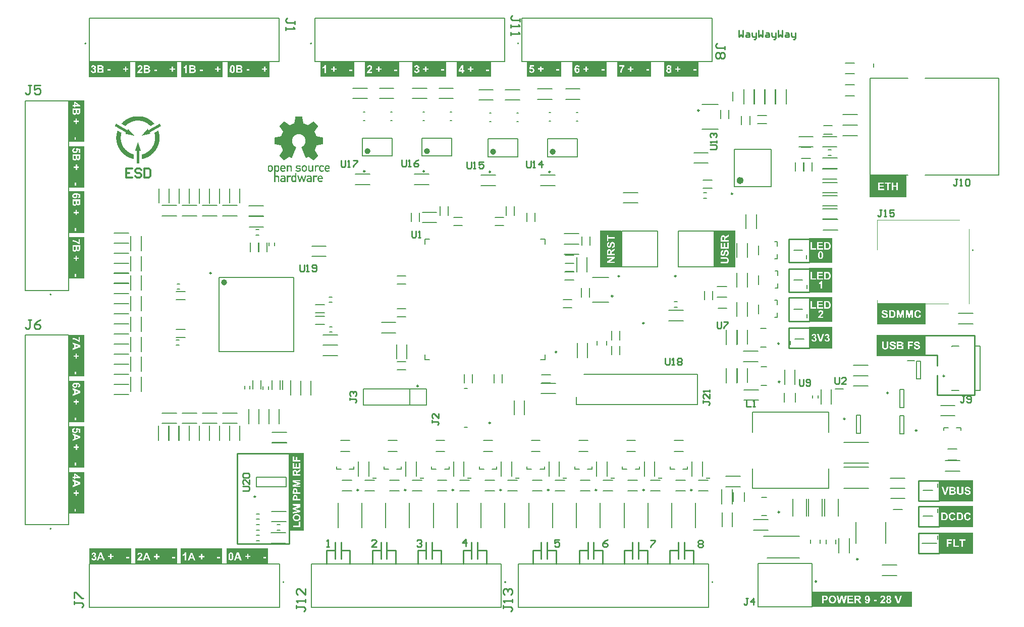
<source format=gbr>
%TF.GenerationSoftware,Altium Limited,Altium Designer,24.2.2 (26)*%
G04 Layer_Color=65535*
%FSLAX45Y45*%
%MOMM*%
%TF.SameCoordinates,A2E2EA48-9257-4B33-8537-14B19699C7D1*%
%TF.FilePolarity,Positive*%
%TF.FileFunction,Legend,Top*%
%TF.Part,Single*%
G01*
G75*
%TA.AperFunction,NonConductor*%
%ADD88C,0.25400*%
%ADD124C,0.25000*%
%ADD125C,0.20000*%
%ADD126C,0.60000*%
%ADD127C,0.50000*%
%ADD128C,0.10000*%
%ADD129C,0.12700*%
%ADD130C,0.22500*%
%ADD131C,0.30000*%
%ADD132R,0.15000X0.80000*%
%ADD133R,0.80000X0.15000*%
G36*
X6698552Y10290991D02*
X6698838Y10289560D01*
X6699411Y10288987D01*
X6699697Y10288414D01*
X6700269Y10286983D01*
X6700556Y10283548D01*
X6701128Y10282116D01*
X6701701Y10278108D01*
X6702130Y10275961D01*
X6702703Y10273671D01*
X6702989Y10271381D01*
X6703562Y10268232D01*
X6703991Y10266657D01*
X6704277Y10264654D01*
X6704707Y10261934D01*
X6705279Y10259644D01*
X6705565Y10258212D01*
X6705852Y10255636D01*
X6706138Y10254205D01*
X6706424Y10253059D01*
X6706854Y10251485D01*
X6707140Y10248622D01*
X6707856Y10245616D01*
X6708142Y10244471D01*
X6708571Y10240606D01*
X6709717Y10236026D01*
X6710146Y10232447D01*
X6710432Y10231302D01*
X6710862Y10229728D01*
X6711148Y10227724D01*
X6711577Y10225004D01*
X6712150Y10222714D01*
X6712436Y10221283D01*
X6712722Y10218706D01*
X6713009Y10217275D01*
X6713438Y10215700D01*
X6713724Y10214555D01*
X6714011Y10211693D01*
X6714440Y10209832D01*
X6715012Y10207541D01*
X6715299Y10205824D01*
X6715585Y10203247D01*
X6715872Y10202102D01*
X6716301Y10200528D01*
X6716587Y10199383D01*
X6717017Y10195804D01*
X6717589Y10193514D01*
X6717875Y10192083D01*
X6718162Y10189792D01*
X6718448Y10188075D01*
X6718734Y10186930D01*
X6719164Y10185355D01*
X6719450Y10184210D01*
X6720881Y10181634D01*
X6722456Y10180059D01*
X6723887Y10179200D01*
X6726750Y10178055D01*
X6728754Y10177196D01*
X6730615Y10176481D01*
X6731044Y10176051D01*
X6732905Y10175622D01*
X6734766Y10174620D01*
X6735911Y10174333D01*
X6739060Y10172902D01*
X6740205Y10172616D01*
X6741636Y10171757D01*
X6743211Y10171328D01*
X6745644Y10170326D01*
X6747075Y10169753D01*
X6749079Y10168894D01*
X6750511Y10168322D01*
X6752515Y10167463D01*
X6753946Y10166891D01*
X6755950Y10166031D01*
X6757095Y10165745D01*
X6757668Y10165173D01*
X6758813Y10164886D01*
X6760674Y10164171D01*
X6761103Y10163741D01*
X6762248Y10163455D01*
X6764109Y10162739D01*
X6764538Y10162310D01*
X6766399Y10161881D01*
X6768260Y10160879D01*
X6769405Y10160592D01*
X6771981Y10159447D01*
X6773842Y10158732D01*
X6775417Y10158016D01*
X6776562Y10157729D01*
X6777134Y10157443D01*
X6779138Y10156584D01*
X6780570Y10156012D01*
X6782574Y10155153D01*
X6784005Y10154581D01*
X6786009Y10153722D01*
X6787154Y10153435D01*
X6787727Y10152863D01*
X6789730Y10152290D01*
X6792307Y10151145D01*
X6793452Y10150859D01*
X6795313Y10150430D01*
X6796887Y10150000D01*
X6798462Y10150430D01*
X6799750Y10150859D01*
X6800895Y10151145D01*
X6801468Y10151432D01*
X6802327Y10152290D01*
X6803758Y10153149D01*
X6805762Y10154581D01*
X6808481Y10156441D01*
X6810056Y10157443D01*
X6812060Y10158875D01*
X6815638Y10161308D01*
X6816068Y10161737D01*
X6818072Y10162883D01*
X6818644Y10163455D01*
X6820076Y10164314D01*
X6824084Y10167177D01*
X6827232Y10169181D01*
X6827805Y10169467D01*
X6828664Y10170326D01*
X6830095Y10171185D01*
X6834103Y10174047D01*
X6837682Y10176481D01*
X6838111Y10176910D01*
X6840115Y10178055D01*
X6842119Y10179487D01*
X6845697Y10181920D01*
X6846127Y10182349D01*
X6847558Y10183208D01*
X6849276Y10184353D01*
X6849848Y10184640D01*
X6850421Y10185212D01*
X6850993Y10185498D01*
X6852997Y10186930D01*
X6853570Y10187216D01*
X6854429Y10188075D01*
X6855860Y10188934D01*
X6858580Y10190794D01*
X6859868Y10191796D01*
X6861872Y10192942D01*
X6862444Y10193514D01*
X6863876Y10194373D01*
X6864448Y10194945D01*
X6865880Y10195804D01*
X6867884Y10197236D01*
X6871033Y10199239D01*
X6871605Y10199526D01*
X6872464Y10200385D01*
X6873896Y10201244D01*
X6874468Y10201816D01*
X6875899Y10202675D01*
X6877903Y10204106D01*
X6879907Y10205251D01*
X6880480Y10205824D01*
X6881052Y10206110D01*
X6881768Y10206540D01*
X6881911Y10206969D01*
X6883915Y10208114D01*
X6884488Y10208687D01*
X6885919Y10209545D01*
X6889068Y10210977D01*
X6890213Y10211263D01*
X6891931Y10210977D01*
X6892503Y10210404D01*
X6894364Y10209688D01*
X6966792Y10137261D01*
X6968223Y10134112D01*
X6967937Y10131249D01*
X6966506Y10128673D01*
X6965074Y10126669D01*
X6964788Y10126096D01*
X6963929Y10125237D01*
X6963070Y10123806D01*
X6961639Y10121802D01*
X6959206Y10118224D01*
X6958776Y10117794D01*
X6957631Y10115790D01*
X6954768Y10111782D01*
X6952335Y10108204D01*
X6951906Y10107775D01*
X6950761Y10105770D01*
X6948756Y10102908D01*
X6948470Y10102335D01*
X6947611Y10101476D01*
X6946753Y10100045D01*
X6944892Y10097325D01*
X6943890Y10095751D01*
X6943317Y10095178D01*
X6942459Y10093747D01*
X6941027Y10091743D01*
X6939023Y10088594D01*
X6938737Y10088021D01*
X6937878Y10087163D01*
X6937592Y10086590D01*
X6937019Y10086018D01*
X6936733Y10085445D01*
X6935874Y10084014D01*
X6935302Y10083441D01*
X6934443Y10082010D01*
X6933870Y10081437D01*
X6933011Y10080006D01*
X6931580Y10078002D01*
X6930435Y10075998D01*
X6929862Y10075425D01*
X6929003Y10073994D01*
X6928431Y10073421D01*
X6927572Y10071990D01*
X6927000Y10071417D01*
X6926141Y10069986D01*
X6924709Y10067982D01*
X6923564Y10065978D01*
X6922705Y10065119D01*
X6921847Y10063688D01*
X6920415Y10061684D01*
X6917982Y10058106D01*
X6916837Y10056388D01*
X6916407Y10055959D01*
X6916121Y10055386D01*
X6913688Y10051808D01*
X6913258Y10051378D01*
X6912399Y10049947D01*
X6910968Y10047943D01*
X6909251Y10045080D01*
X6908678Y10042790D01*
X6908105Y10041359D01*
X6908678Y10039355D01*
X6909394Y10036349D01*
X6910396Y10034488D01*
X6910825Y10032913D01*
X6911254Y10032484D01*
X6911827Y10031053D01*
X6912113Y10029908D01*
X6912972Y10028476D01*
X6913258Y10027331D01*
X6914690Y10024182D01*
X6914976Y10023323D01*
X6917266Y10018170D01*
X6917839Y10016739D01*
X6918698Y10014735D01*
X6920129Y10011586D01*
X6920415Y10010441D01*
X6920988Y10009868D01*
X6921990Y10007149D01*
X6922705Y10005574D01*
X6923421Y10003713D01*
X6923851Y10003284D01*
X6924137Y10002139D01*
X6924709Y10000707D01*
X6925568Y9998703D01*
X6927000Y9995555D01*
X6927286Y9994409D01*
X6927858Y9993837D01*
X6928431Y9991833D01*
X6928717Y9991260D01*
X6931007Y9986107D01*
X6931580Y9984676D01*
X6932439Y9982672D01*
X6933870Y9979523D01*
X6934157Y9978378D01*
X6934729Y9977805D01*
X6935302Y9975801D01*
X6936733Y9972652D01*
X6937878Y9970076D01*
X6938451Y9968645D01*
X6939309Y9966641D01*
X6939596Y9966068D01*
X6940454Y9965209D01*
X6940741Y9964637D01*
X6942029Y9963062D01*
X6944033Y9961917D01*
X6945464Y9961345D01*
X6947898Y9960915D01*
X6949472Y9960486D01*
X6950617Y9960200D01*
X6954196Y9959770D01*
X6955627Y9959484D01*
X6957202Y9959054D01*
X6958347Y9958768D01*
X6961925Y9958339D01*
X6963070Y9958052D01*
X6964645Y9957623D01*
X6969655Y9956907D01*
X6971229Y9956478D01*
X6972374Y9956192D01*
X6974378Y9955905D01*
X6977098Y9955476D01*
X6978243Y9955190D01*
X6979817Y9954760D01*
X6983396Y9954331D01*
X6984827Y9954045D01*
X6986402Y9953615D01*
X6987547Y9953329D01*
X6991125Y9952899D01*
X6994561Y9952041D01*
X6996851Y9951754D01*
X7000000Y9951182D01*
X7001574Y9950752D01*
X7003578Y9950466D01*
X7006298Y9950037D01*
X7008588Y9949464D01*
X7010020Y9949178D01*
X7012596Y9948891D01*
X7014027Y9948605D01*
X7015602Y9948176D01*
X7016747Y9947890D01*
X7019610Y9947603D01*
X7022616Y9946888D01*
X7023761Y9946601D01*
X7027626Y9946172D01*
X7028771Y9945886D01*
X7030775Y9945313D01*
X7032778Y9945027D01*
X7036930Y9944311D01*
X7038504Y9943882D01*
X7040508Y9943596D01*
X7043227Y9943166D01*
X7044373Y9942880D01*
X7047092Y9941591D01*
X7048953Y9939731D01*
X7049526Y9936295D01*
X7049239Y9833236D01*
X7048094Y9831232D01*
X7047665Y9830803D01*
X7047092Y9830517D01*
X7046520Y9829944D01*
X7045088Y9829372D01*
X7043227Y9828942D01*
X7041653Y9828513D01*
X7040508Y9828226D01*
X7036930Y9827797D01*
X7034639Y9827224D01*
X7033208Y9826938D01*
X7030918Y9826652D01*
X7029200Y9826366D01*
X7028055Y9826079D01*
X7026480Y9825650D01*
X7021471Y9824934D01*
X7019896Y9824505D01*
X7018751Y9824219D01*
X7015888Y9823932D01*
X7012882Y9823217D01*
X7011737Y9822930D01*
X7010020Y9822644D01*
X7007729Y9822358D01*
X7006298Y9822072D01*
X7004723Y9821642D01*
X7003578Y9821356D01*
X7000000Y9820927D01*
X6996565Y9820067D01*
X6993988Y9819781D01*
X6992270Y9819495D01*
X6991125Y9819209D01*
X6989551Y9818779D01*
X6986688Y9818493D01*
X6985543Y9818207D01*
X6983825Y9817920D01*
X6982966Y9817634D01*
X6981821Y9817348D01*
X6978959Y9817062D01*
X6977814Y9816775D01*
X6975953Y9816346D01*
X6974808Y9816060D01*
X6973090Y9815773D01*
X6970800Y9815487D01*
X6969368Y9815201D01*
X6967794Y9814772D01*
X6963786Y9814199D01*
X6961925Y9813770D01*
X6959635Y9813197D01*
X6957058Y9812911D01*
X6955341Y9812625D01*
X6954196Y9812338D01*
X6952621Y9811909D01*
X6950617Y9811622D01*
X6948041Y9811336D01*
X6947468Y9810764D01*
X6945607Y9810048D01*
X6944606Y9809332D01*
X6943317Y9808044D01*
X6943031Y9807471D01*
X6942459Y9806899D01*
X6941886Y9805468D01*
X6940741Y9802891D01*
X6940311Y9801316D01*
X6939882Y9800887D01*
X6939309Y9799456D01*
X6938880Y9797881D01*
X6938164Y9796593D01*
X6937878Y9795448D01*
X6936733Y9792871D01*
X6936447Y9791726D01*
X6935302Y9789150D01*
X6934586Y9787289D01*
X6934157Y9786860D01*
X6933727Y9785285D01*
X6933441Y9784140D01*
X6933011Y9783711D01*
X6932439Y9782279D01*
X6932010Y9780705D01*
X6931294Y9779417D01*
X6931007Y9778271D01*
X6929862Y9775695D01*
X6929576Y9774550D01*
X6928431Y9771973D01*
X6927715Y9770113D01*
X6927000Y9768538D01*
X6926570Y9766963D01*
X6926141Y9766534D01*
X6925568Y9765103D01*
X6925139Y9763528D01*
X6924423Y9762240D01*
X6924137Y9761095D01*
X6922992Y9758518D01*
X6922705Y9757373D01*
X6921560Y9754797D01*
X6920845Y9752936D01*
X6920415Y9752507D01*
X6919986Y9750932D01*
X6919700Y9749787D01*
X6919270Y9749357D01*
X6918698Y9747926D01*
X6918268Y9746352D01*
X6917553Y9745063D01*
X6917266Y9743918D01*
X6916121Y9741342D01*
X6915835Y9740197D01*
X6914690Y9737620D01*
X6913974Y9735760D01*
X6913545Y9735330D01*
X6912972Y9733040D01*
X6911827Y9730463D01*
X6911541Y9728459D01*
X6911254Y9727314D01*
X6911111Y9726026D01*
X6911827Y9723593D01*
X6912113Y9722448D01*
X6912972Y9721589D01*
X6914117Y9719585D01*
X6916121Y9716722D01*
X6916407Y9716149D01*
X6917266Y9715291D01*
X6918125Y9713859D01*
X6919556Y9711855D01*
X6921417Y9709136D01*
X6922419Y9707561D01*
X6923851Y9705557D01*
X6926284Y9701979D01*
X6926713Y9701550D01*
X6927572Y9700118D01*
X6928717Y9698114D01*
X6929576Y9697255D01*
X6930435Y9695824D01*
X6931007Y9695251D01*
X6931866Y9693820D01*
X6933298Y9691816D01*
X6935302Y9688667D01*
X6935588Y9688095D01*
X6936447Y9687236D01*
X6937305Y9685804D01*
X6937878Y9685232D01*
X6938737Y9683801D01*
X6940168Y9681796D01*
X6941313Y9679793D01*
X6941886Y9679220D01*
X6942172Y9678647D01*
X6943604Y9676644D01*
X6943890Y9676071D01*
X6944749Y9675212D01*
X6945607Y9673781D01*
X6947039Y9671777D01*
X6949902Y9667483D01*
X6951333Y9665479D01*
X6953766Y9661900D01*
X6954196Y9661471D01*
X6955055Y9660040D01*
X6956200Y9658036D01*
X6957058Y9657177D01*
X6957917Y9655745D01*
X6958490Y9655173D01*
X6959349Y9653741D01*
X6960780Y9651738D01*
X6961925Y9649734D01*
X6962498Y9649161D01*
X6962784Y9648589D01*
X6964215Y9646585D01*
X6964502Y9646012D01*
X6965360Y9645153D01*
X6966219Y9643722D01*
X6967651Y9641432D01*
X6967937Y9640287D01*
X6968223Y9638283D01*
X6967937Y9636851D01*
X6966792Y9635134D01*
X6966506Y9634561D01*
X6893648Y9561704D01*
X6892074Y9561275D01*
X6890500Y9560559D01*
X6889068Y9561131D01*
X6886778Y9561704D01*
X6885919Y9562563D01*
X6884488Y9563422D01*
X6883915Y9563994D01*
X6881911Y9565139D01*
X6881339Y9565712D01*
X6879907Y9566571D01*
X6877044Y9568574D01*
X6876472Y9568861D01*
X6875613Y9569720D01*
X6874182Y9570579D01*
X6872178Y9571724D01*
X6871319Y9572582D01*
X6870746Y9572869D01*
X6869029Y9574014D01*
X6868456Y9574300D01*
X6867597Y9575159D01*
X6866166Y9576018D01*
X6865594Y9576590D01*
X6864162Y9577449D01*
X6862158Y9578881D01*
X6860154Y9580026D01*
X6859582Y9580598D01*
X6858150Y9581457D01*
X6857578Y9582030D01*
X6856146Y9582888D01*
X6855574Y9583461D01*
X6854143Y9584320D01*
X6852138Y9585751D01*
X6850135Y9586896D01*
X6849276Y9587755D01*
X6847844Y9588614D01*
X6843836Y9591477D01*
X6842405Y9592335D01*
X6841833Y9592908D01*
X6840401Y9593767D01*
X6839829Y9594339D01*
X6837825Y9595484D01*
X6835821Y9596916D01*
X6832242Y9599349D01*
X6831813Y9599779D01*
X6830382Y9600637D01*
X6828664Y9601782D01*
X6828092Y9602069D01*
X6827519Y9602641D01*
X6826946Y9602928D01*
X6826803Y9603071D01*
X6824942Y9604359D01*
X6824370Y9604645D01*
X6823797Y9605218D01*
X6822366Y9606077D01*
X6821793Y9606649D01*
X6820362Y9607508D01*
X6817499Y9609512D01*
X6816927Y9609798D01*
X6814923Y9611230D01*
X6814350Y9611516D01*
X6813491Y9612375D01*
X6812060Y9613234D01*
X6810056Y9614665D01*
X6808052Y9615810D01*
X6806621Y9616383D01*
X6804617Y9616669D01*
X6800895Y9616383D01*
X6799178Y9615238D01*
X6797746Y9614665D01*
X6797174Y9614092D01*
X6795313Y9613377D01*
X6794884Y9612947D01*
X6784577Y9607508D01*
X6781428Y9605790D01*
X6771695Y9600637D01*
X6769119Y9599206D01*
X6764824Y9597202D01*
X6761676Y9597488D01*
X6760674Y9598490D01*
X6760387Y9599063D01*
X6759815Y9599635D01*
X6759242Y9601067D01*
X6758956Y9602212D01*
X6757811Y9604788D01*
X6757238Y9606220D01*
X6756379Y9608224D01*
X6755234Y9610800D01*
X6754948Y9611945D01*
X6754662Y9612518D01*
X6753803Y9614522D01*
X6752372Y9617671D01*
X6751942Y9619245D01*
X6751513Y9619675D01*
X6750940Y9621106D01*
X6750654Y9622251D01*
X6749795Y9623683D01*
X6749366Y9625257D01*
X6748077Y9628263D01*
X6747791Y9629122D01*
X6746932Y9631126D01*
X6746360Y9632557D01*
X6745501Y9634561D01*
X6744928Y9635992D01*
X6744070Y9637996D01*
X6742925Y9640573D01*
X6742209Y9642434D01*
X6741493Y9644008D01*
X6741207Y9645153D01*
X6740920Y9645726D01*
X6740062Y9647730D01*
X6738630Y9650879D01*
X6738201Y9652453D01*
X6737771Y9652883D01*
X6737199Y9654314D01*
X6736913Y9655459D01*
X6736054Y9656891D01*
X6735624Y9658465D01*
X6734336Y9661471D01*
X6734050Y9662330D01*
X6733191Y9664334D01*
X6731760Y9667483D01*
X6731473Y9668628D01*
X6729183Y9673781D01*
X6728897Y9674926D01*
X6728611Y9675499D01*
X6726321Y9680651D01*
X6726034Y9681796D01*
X6724889Y9684373D01*
X6723458Y9687522D01*
X6723171Y9688667D01*
X6722026Y9691244D01*
X6721740Y9692103D01*
X6719450Y9697255D01*
X6719164Y9698400D01*
X6718019Y9700977D01*
X6716587Y9704126D01*
X6716301Y9705271D01*
X6715156Y9707847D01*
X6714869Y9708707D01*
X6714011Y9710710D01*
X6712579Y9713859D01*
X6712150Y9715434D01*
X6711720Y9715863D01*
X6711148Y9717295D01*
X6710862Y9718440D01*
X6710003Y9719871D01*
X6709573Y9721446D01*
X6708285Y9724451D01*
X6707999Y9725310D01*
X6705709Y9730463D01*
X6705279Y9732038D01*
X6704850Y9732467D01*
X6704277Y9733899D01*
X6703991Y9735044D01*
X6703132Y9736475D01*
X6702703Y9738050D01*
X6701415Y9741055D01*
X6701128Y9741914D01*
X6698838Y9747067D01*
X6698552Y9748212D01*
X6696261Y9753365D01*
X6695546Y9755226D01*
X6694830Y9756801D01*
X6694114Y9758661D01*
X6693399Y9760236D01*
X6692683Y9762097D01*
X6691967Y9763671D01*
X6691538Y9765246D01*
X6691109Y9765675D01*
X6690536Y9767107D01*
X6690250Y9768252D01*
X6687959Y9773405D01*
X6687816Y9776410D01*
X6688103Y9777556D01*
X6688818Y9778558D01*
X6689391Y9779130D01*
X6689677Y9779703D01*
X6690107Y9780132D01*
X6690679Y9780418D01*
X6691252Y9780991D01*
X6695260Y9783281D01*
X6695832Y9783854D01*
X6699840Y9786144D01*
X6700699Y9787003D01*
X6701271Y9787289D01*
X6702416Y9788434D01*
X6702989Y9788720D01*
X6703848Y9789579D01*
X6705279Y9790438D01*
X6705852Y9791011D01*
X6707283Y9791869D01*
X6707856Y9792442D01*
X6708428Y9792728D01*
X6709287Y9793587D01*
X6710718Y9794446D01*
X6711291Y9795019D01*
X6712722Y9795877D01*
X6713295Y9796450D01*
X6714726Y9797309D01*
X6715299Y9797881D01*
X6715872Y9798168D01*
X6717303Y9799599D01*
X6717732Y9799742D01*
X6718019Y9800315D01*
X6718448Y9800744D01*
X6719020Y9801030D01*
X6719450Y9801460D01*
X6719593Y9801889D01*
X6720166Y9802175D01*
X6723028Y9805038D01*
X6723458Y9805181D01*
X6723744Y9805754D01*
X6724173Y9806183D01*
X6724746Y9806470D01*
X6725175Y9806899D01*
X6725319Y9807328D01*
X6725891Y9807615D01*
X6726321Y9808044D01*
X6726607Y9808617D01*
X6727752Y9809762D01*
X6728038Y9810334D01*
X6729183Y9811479D01*
X6729469Y9812052D01*
X6730328Y9812911D01*
X6730615Y9813483D01*
X6731760Y9814628D01*
X6732046Y9815201D01*
X6733191Y9816346D01*
X6733477Y9816919D01*
X6734623Y9818064D01*
X6734909Y9818636D01*
X6735481Y9819209D01*
X6736626Y9821213D01*
X6737199Y9821785D01*
X6737485Y9822644D01*
X6738630Y9824362D01*
X6738917Y9824934D01*
X6739775Y9825793D01*
X6742066Y9829801D01*
X6742638Y9830374D01*
X6743068Y9831948D01*
X6743783Y9832664D01*
X6744642Y9834954D01*
X6746932Y9839821D01*
X6747791Y9841252D01*
X6748364Y9842683D01*
X6748650Y9843828D01*
X6749509Y9845832D01*
X6749938Y9847693D01*
X6750940Y9850127D01*
X6751370Y9851987D01*
X6752085Y9853275D01*
X6752801Y9856282D01*
X6753230Y9857570D01*
X6753517Y9858715D01*
X6753803Y9861577D01*
X6754089Y9862723D01*
X6754662Y9864727D01*
X6754948Y9865872D01*
X6755234Y9868734D01*
X6755521Y9869879D01*
X6755807Y9871883D01*
X6756093Y9875605D01*
X6756379Y9878468D01*
X6756666Y9888201D01*
X6756379Y9889060D01*
X6756093Y9898507D01*
X6755807Y9899366D01*
X6755521Y9900511D01*
X6755234Y9902515D01*
X6754805Y9906380D01*
X6754519Y9907811D01*
X6754089Y9909386D01*
X6753803Y9910531D01*
X6753374Y9912678D01*
X6752801Y9914109D01*
X6752515Y9915254D01*
X6752228Y9916972D01*
X6751942Y9918117D01*
X6751227Y9919978D01*
X6750940Y9921123D01*
X6749795Y9923985D01*
X6749509Y9925131D01*
X6748364Y9927707D01*
X6747934Y9929282D01*
X6747219Y9930570D01*
X6746503Y9932431D01*
X6745501Y9934292D01*
X6744070Y9937441D01*
X6743211Y9938872D01*
X6741779Y9941448D01*
X6740634Y9943452D01*
X6740062Y9944025D01*
X6739775Y9945170D01*
X6738917Y9946029D01*
X6736626Y9950037D01*
X6735768Y9950896D01*
X6735481Y9951468D01*
X6734623Y9952327D01*
X6734336Y9952899D01*
X6733764Y9953472D01*
X6733477Y9954045D01*
X6732189Y9955619D01*
X6731044Y9957337D01*
X6729183Y9959198D01*
X6728897Y9959770D01*
X6726607Y9962060D01*
X6726321Y9962633D01*
X6724603Y9964350D01*
X6724316Y9964923D01*
X6722456Y9966784D01*
X6721883Y9967070D01*
X6720166Y9968788D01*
X6719736Y9968931D01*
X6719593Y9969360D01*
X6719020Y9969647D01*
X6717303Y9971364D01*
X6716873Y9971507D01*
X6716587Y9972080D01*
X6715585Y9972796D01*
X6714726Y9973654D01*
X6714154Y9973941D01*
X6713295Y9974799D01*
X6711864Y9975658D01*
X6711291Y9976231D01*
X6709860Y9977090D01*
X6709001Y9977949D01*
X6708428Y9978235D01*
X6707570Y9979094D01*
X6706138Y9979952D01*
X6704134Y9981098D01*
X6702703Y9981956D01*
X6702130Y9982243D01*
X6701558Y9982815D01*
X6700985Y9983101D01*
X6696977Y9985392D01*
X6692111Y9987682D01*
X6691538Y9987968D01*
X6690966Y9988541D01*
X6689820Y9988827D01*
X6686671Y9990258D01*
X6682950Y9991690D01*
X6681805Y9991976D01*
X6679801Y9992835D01*
X6678656Y9993121D01*
X6676652Y9993980D01*
X6675507Y9994266D01*
X6673360Y9994696D01*
X6671928Y9995268D01*
X6670783Y9995555D01*
X6668063Y9995984D01*
X6666632Y9996556D01*
X6665487Y9996843D01*
X6662624Y9997129D01*
X6658473Y9997845D01*
X6657328Y9998131D01*
X6654751Y9998417D01*
X6640581Y9998847D01*
X6639722Y9998560D01*
X6629416Y9998274D01*
X6628557Y9997988D01*
X6626697Y9997558D01*
X6624979Y9997272D01*
X6621830Y9996986D01*
X6620112Y9996700D01*
X6618681Y9996127D01*
X6617536Y9995841D01*
X6614816Y9995411D01*
X6613385Y9994839D01*
X6611094Y9994266D01*
X6609377Y9993980D01*
X6607373Y9993121D01*
X6606228Y9992835D01*
X6603652Y9991690D01*
X6602077Y9991260D01*
X6599644Y9990258D01*
X6598498Y9989972D01*
X6597926Y9989400D01*
X6596495Y9988827D01*
X6593345Y9987396D01*
X6591914Y9986537D01*
X6590483Y9985964D01*
X6589051Y9985106D01*
X6585043Y9982815D01*
X6584471Y9982243D01*
X6583040Y9981670D01*
X6582467Y9981098D01*
X6581894Y9980811D01*
X6580463Y9979952D01*
X6578746Y9978807D01*
X6578173Y9978521D01*
X6577314Y9977662D01*
X6576741Y9977376D01*
X6575883Y9976517D01*
X6574451Y9975658D01*
X6573879Y9975086D01*
X6572447Y9974227D01*
X6571875Y9973654D01*
X6571302Y9973368D01*
X6569012Y9971078D01*
X6568439Y9970792D01*
X6566149Y9968502D01*
X6565577Y9968215D01*
X6563859Y9966497D01*
X6563430Y9966354D01*
X6563143Y9965782D01*
X6559994Y9962633D01*
X6559708Y9962060D01*
X6558277Y9960629D01*
X6558134Y9960200D01*
X6557561Y9959913D01*
X6556845Y9958911D01*
X6555700Y9957766D01*
X6555557Y9957337D01*
X6554985Y9957050D01*
X6553983Y9955476D01*
X6553410Y9954903D01*
X6553124Y9954331D01*
X6551120Y9951754D01*
X6550547Y9951182D01*
X6549688Y9949750D01*
X6549116Y9949178D01*
X6548257Y9947746D01*
X6547112Y9945743D01*
X6546539Y9945170D01*
X6546253Y9944025D01*
X6545394Y9943166D01*
X6543963Y9940589D01*
X6539383Y9931142D01*
X6539096Y9930570D01*
X6538237Y9928566D01*
X6537522Y9926705D01*
X6536806Y9925131D01*
X6536520Y9923413D01*
X6535661Y9921982D01*
X6535089Y9919691D01*
X6534230Y9917688D01*
X6533943Y9915683D01*
X6533514Y9914109D01*
X6532798Y9911676D01*
X6532082Y9908384D01*
X6531653Y9906809D01*
X6531367Y9904805D01*
X6530937Y9900940D01*
X6530651Y9899509D01*
X6530365Y9898364D01*
X6530079Y9895501D01*
X6529792Y9886340D01*
X6529649Y9884766D01*
X6529935Y9883907D01*
X6530222Y9873887D01*
X6530508Y9873029D01*
X6530794Y9869593D01*
X6531081Y9868734D01*
X6531367Y9865872D01*
X6531653Y9864727D01*
X6532226Y9862723D01*
X6532512Y9861577D01*
X6532941Y9858285D01*
X6533228Y9857140D01*
X6533943Y9854707D01*
X6534230Y9853562D01*
X6535089Y9851558D01*
X6535375Y9850413D01*
X6535804Y9848838D01*
X6536520Y9847264D01*
X6536806Y9846119D01*
X6537236Y9844544D01*
X6537951Y9842970D01*
X6538667Y9841109D01*
X6539096Y9840679D01*
X6539955Y9838389D01*
X6540528Y9837817D01*
X6540814Y9836671D01*
X6543677Y9830660D01*
X6543963Y9830087D01*
X6544822Y9829228D01*
X6545394Y9827797D01*
X6546253Y9826938D01*
X6547398Y9824934D01*
X6549402Y9821785D01*
X6549688Y9821213D01*
X6550261Y9820640D01*
X6551406Y9818636D01*
X6551979Y9818064D01*
X6552265Y9817491D01*
X6553124Y9816632D01*
X6553410Y9816060D01*
X6554841Y9814628D01*
X6555128Y9814056D01*
X6555987Y9813197D01*
X6556273Y9812625D01*
X6557418Y9811479D01*
X6557704Y9810907D01*
X6558849Y9809762D01*
X6559135Y9809189D01*
X6560281Y9808044D01*
X6560424Y9807615D01*
X6560996Y9807328D01*
X6561426Y9806899D01*
X6561712Y9806326D01*
X6562714Y9805611D01*
X6566436Y9801889D01*
X6567008Y9801603D01*
X6567581Y9800744D01*
X6568153Y9800458D01*
X6570730Y9797881D01*
X6571302Y9797595D01*
X6571875Y9797022D01*
X6572447Y9796736D01*
X6574022Y9795448D01*
X6575596Y9794446D01*
X6576169Y9793873D01*
X6577600Y9793014D01*
X6578173Y9792442D01*
X6578746Y9792156D01*
X6579604Y9791297D01*
X6581036Y9790438D01*
X6581608Y9789866D01*
X6583040Y9789007D01*
X6583612Y9788434D01*
X6584185Y9788148D01*
X6585330Y9787003D01*
X6586761Y9786144D01*
X6587334Y9785571D01*
X6588765Y9784712D01*
X6590769Y9783567D01*
X6591342Y9782995D01*
X6592773Y9782422D01*
X6593632Y9781564D01*
X6594777Y9781277D01*
X6595922Y9780132D01*
X6596495Y9779846D01*
X6597210Y9779130D01*
X6597497Y9778558D01*
X6598355Y9777699D01*
X6598642Y9775695D01*
X6598355Y9772832D01*
X6597783Y9772260D01*
X6597210Y9770828D01*
X6596781Y9769254D01*
X6596351Y9768824D01*
X6595779Y9766820D01*
X6594347Y9763671D01*
X6594061Y9762526D01*
X6593489Y9761954D01*
X6592916Y9759950D01*
X6591771Y9757373D01*
X6591198Y9755942D01*
X6590340Y9753938D01*
X6589767Y9752507D01*
X6588908Y9750503D01*
X6588622Y9749357D01*
X6588049Y9748785D01*
X6587477Y9746781D01*
X6586046Y9743632D01*
X6585759Y9742487D01*
X6585187Y9741914D01*
X6584900Y9740769D01*
X6584328Y9739338D01*
X6583469Y9737334D01*
X6582753Y9735473D01*
X6582324Y9735044D01*
X6581894Y9733183D01*
X6580893Y9731322D01*
X6580606Y9730177D01*
X6579461Y9727601D01*
X6578746Y9725740D01*
X6578316Y9725310D01*
X6578030Y9724165D01*
X6577457Y9722734D01*
X6576598Y9720730D01*
X6576026Y9719299D01*
X6575167Y9717295D01*
X6574881Y9716149D01*
X6574308Y9715577D01*
X6573736Y9713573D01*
X6572591Y9710997D01*
X6571875Y9709136D01*
X6571445Y9708707D01*
X6571159Y9707561D01*
X6570444Y9705700D01*
X6570014Y9705271D01*
X6569585Y9703697D01*
X6568296Y9700691D01*
X6568010Y9699545D01*
X6567437Y9698973D01*
X6566865Y9696969D01*
X6565720Y9694393D01*
X6565004Y9692532D01*
X6564575Y9692103D01*
X6564289Y9690957D01*
X6563573Y9689096D01*
X6563143Y9688667D01*
X6562571Y9686377D01*
X6561998Y9685804D01*
X6561426Y9683801D01*
X6559994Y9680651D01*
X6559708Y9679506D01*
X6559135Y9678934D01*
X6558849Y9677789D01*
X6558277Y9676357D01*
X6557418Y9674353D01*
X6556702Y9672492D01*
X6556273Y9672063D01*
X6555700Y9669773D01*
X6555128Y9669200D01*
X6553983Y9666051D01*
X6553124Y9664047D01*
X6552838Y9662902D01*
X6552265Y9662330D01*
X6551979Y9661185D01*
X6551406Y9659753D01*
X6550547Y9657749D01*
X6549832Y9655888D01*
X6549402Y9655459D01*
X6548830Y9653169D01*
X6548257Y9652596D01*
X6547685Y9650593D01*
X6546253Y9647443D01*
X6545967Y9646298D01*
X6545394Y9645726D01*
X6545108Y9644581D01*
X6544536Y9643149D01*
X6543677Y9641145D01*
X6542961Y9639285D01*
X6542531Y9638855D01*
X6542245Y9637710D01*
X6541673Y9636279D01*
X6540814Y9634275D01*
X6540528Y9633130D01*
X6539955Y9632557D01*
X6539383Y9630553D01*
X6538237Y9627977D01*
X6537522Y9626116D01*
X6537092Y9625687D01*
X6536806Y9624541D01*
X6536090Y9622681D01*
X6535661Y9622251D01*
X6535375Y9621106D01*
X6534802Y9619675D01*
X6533943Y9617671D01*
X6533657Y9616526D01*
X6533084Y9615953D01*
X6532512Y9613949D01*
X6531367Y9611373D01*
X6530651Y9609512D01*
X6530222Y9609083D01*
X6529935Y9607937D01*
X6529363Y9606506D01*
X6528504Y9604502D01*
X6527932Y9603071D01*
X6527073Y9601067D01*
X6525641Y9598490D01*
X6524639Y9597488D01*
X6523494Y9597202D01*
X6520345Y9597488D01*
X6519773Y9598061D01*
X6519200Y9598347D01*
X6514333Y9600924D01*
X6511757Y9602355D01*
X6510326Y9602928D01*
X6509753Y9603214D01*
X6509181Y9603786D01*
X6507320Y9604502D01*
X6506604Y9605218D01*
X6504743Y9605934D01*
X6502882Y9606936D01*
X6501451Y9607794D01*
X6498874Y9609226D01*
X6497443Y9609798D01*
X6496871Y9610084D01*
X6496298Y9610657D01*
X6494437Y9611373D01*
X6493722Y9612088D01*
X6491861Y9612804D01*
X6491431Y9613234D01*
X6490000Y9613806D01*
X6488569Y9614665D01*
X6484847Y9616383D01*
X6481984Y9616669D01*
X6479122Y9616383D01*
X6477404Y9615238D01*
X6476831Y9614951D01*
X6475973Y9614092D01*
X6473969Y9612947D01*
X6473396Y9612375D01*
X6471965Y9611516D01*
X6469961Y9610084D01*
X6467241Y9608224D01*
X6465953Y9607222D01*
X6463949Y9606077D01*
X6463376Y9605504D01*
X6461945Y9604645D01*
X6459941Y9603214D01*
X6457222Y9601353D01*
X6455504Y9600208D01*
X6454359Y9599635D01*
X6454216Y9599206D01*
X6453643Y9598920D01*
X6450065Y9596486D01*
X6449635Y9596057D01*
X6448204Y9595198D01*
X6445341Y9593194D01*
X6444768Y9592908D01*
X6444196Y9592335D01*
X6443623Y9592049D01*
X6440904Y9590188D01*
X6439902Y9589473D01*
X6437182Y9587612D01*
X6435321Y9586324D01*
X6434749Y9586037D01*
X6432745Y9584606D01*
X6432172Y9584320D01*
X6431314Y9583461D01*
X6429882Y9582602D01*
X6427878Y9581171D01*
X6424300Y9578737D01*
X6423870Y9578308D01*
X6421008Y9576590D01*
X6420435Y9576304D01*
X6419576Y9575445D01*
X6418145Y9574586D01*
X6417572Y9574014D01*
X6416141Y9573155D01*
X6414137Y9571724D01*
X6412133Y9570579D01*
X6411274Y9569720D01*
X6409843Y9568861D01*
X6405835Y9565998D01*
X6402686Y9563994D01*
X6402256Y9563851D01*
X6402113Y9563422D01*
X6401541Y9563135D01*
X6398678Y9561418D01*
X6396961Y9561131D01*
X6395529Y9560559D01*
X6391807Y9562563D01*
X6319523Y9634847D01*
X6318092Y9637996D01*
X6318521Y9640716D01*
X6318950Y9641718D01*
X6320096Y9643722D01*
X6320954Y9644581D01*
X6321813Y9646012D01*
X6324676Y9650020D01*
X6325821Y9652024D01*
X6326393Y9652596D01*
X6327252Y9654028D01*
X6327825Y9654600D01*
X6328684Y9656032D01*
X6330115Y9658036D01*
X6331976Y9660755D01*
X6332548Y9661900D01*
X6332978Y9662043D01*
X6334123Y9664047D01*
X6334695Y9664620D01*
X6335554Y9666051D01*
X6337558Y9668914D01*
X6337845Y9669487D01*
X6338417Y9670059D01*
X6338703Y9670632D01*
X6340135Y9672636D01*
X6340994Y9674067D01*
X6341566Y9674640D01*
X6342425Y9676071D01*
X6342997Y9676644D01*
X6343284Y9677502D01*
X6344143Y9678361D01*
X6345002Y9679793D01*
X6345574Y9680365D01*
X6346719Y9682369D01*
X6348150Y9684373D01*
X6350584Y9687951D01*
X6351013Y9688381D01*
X6351872Y9689812D01*
X6353017Y9691816D01*
X6353876Y9692675D01*
X6354162Y9693248D01*
X6355594Y9695251D01*
X6355880Y9695824D01*
X6356452Y9696397D01*
X6357311Y9697828D01*
X6357884Y9698400D01*
X6358743Y9699832D01*
X6360746Y9702695D01*
X6361606Y9704126D01*
X6362178Y9704699D01*
X6363037Y9706130D01*
X6365900Y9710138D01*
X6367045Y9712142D01*
X6367617Y9712714D01*
X6368476Y9714146D01*
X6369048Y9714718D01*
X6369908Y9716149D01*
X6372770Y9720157D01*
X6373915Y9722161D01*
X6374488Y9723593D01*
X6375347Y9726456D01*
X6375060Y9727601D01*
X6374774Y9729605D01*
X6374488Y9730750D01*
X6373915Y9732181D01*
X6373056Y9734185D01*
X6372770Y9735330D01*
X6372198Y9735903D01*
X6371625Y9738193D01*
X6371339Y9738765D01*
X6370480Y9740769D01*
X6369908Y9742201D01*
X6369048Y9744205D01*
X6368762Y9745350D01*
X6367617Y9747926D01*
X6367331Y9749071D01*
X6366758Y9749644D01*
X6366186Y9751648D01*
X6365041Y9754224D01*
X6364325Y9756085D01*
X6363609Y9757659D01*
X6363180Y9759234D01*
X6362751Y9759663D01*
X6362178Y9761667D01*
X6361033Y9764244D01*
X6360174Y9766534D01*
X6359315Y9768538D01*
X6359029Y9769683D01*
X6358456Y9770256D01*
X6358170Y9771401D01*
X6357454Y9773262D01*
X6356739Y9774836D01*
X6356309Y9776410D01*
X6355880Y9776840D01*
X6355307Y9778844D01*
X6354162Y9781420D01*
X6353447Y9783281D01*
X6352731Y9784856D01*
X6352444Y9786001D01*
X6351299Y9788577D01*
X6350584Y9790438D01*
X6349868Y9792013D01*
X6349439Y9793587D01*
X6348723Y9794875D01*
X6348437Y9796021D01*
X6347292Y9798597D01*
X6346433Y9800887D01*
X6345574Y9802891D01*
X6345288Y9804036D01*
X6344715Y9804609D01*
X6344286Y9806183D01*
X6343570Y9807185D01*
X6342997Y9807758D01*
X6342568Y9808760D01*
X6341995Y9809046D01*
X6341137Y9809905D01*
X6339276Y9810620D01*
X6337988Y9811336D01*
X6335984Y9811622D01*
X6333264Y9812052D01*
X6330974Y9812625D01*
X6329256Y9812911D01*
X6326680Y9813197D01*
X6325535Y9813483D01*
X6323960Y9813913D01*
X6319952Y9814485D01*
X6316946Y9815201D01*
X6315801Y9815487D01*
X6313511Y9815773D01*
X6310362Y9816346D01*
X6308072Y9816919D01*
X6305495Y9817205D01*
X6303778Y9817491D01*
X6302633Y9817777D01*
X6301058Y9818207D01*
X6299054Y9818493D01*
X6296335Y9818922D01*
X6294044Y9819495D01*
X6292327Y9819781D01*
X6289750Y9820067D01*
X6286315Y9820927D01*
X6280876Y9821785D01*
X6279301Y9822215D01*
X6278156Y9822501D01*
X6274578Y9822930D01*
X6273432Y9823217D01*
X6271858Y9823646D01*
X6266848Y9824362D01*
X6265274Y9824791D01*
X6264129Y9825077D01*
X6262125Y9825364D01*
X6259405Y9825793D01*
X6257115Y9826366D01*
X6255397Y9826652D01*
X6253107Y9826938D01*
X6251676Y9827224D01*
X6250101Y9827654D01*
X6248097Y9827940D01*
X6246952Y9828226D01*
X6244089Y9828513D01*
X6242658Y9829085D01*
X6240797Y9829515D01*
X6239079Y9830660D01*
X6238077Y9831376D01*
X6237362Y9832950D01*
X6237076Y9834095D01*
X6236789Y9836099D01*
X6237076Y9938586D01*
X6238221Y9940589D01*
X6239509Y9941878D01*
X6241370Y9942594D01*
X6242658Y9943023D01*
X6243803Y9943309D01*
X6246666Y9943596D01*
X6247811Y9943882D01*
X6249672Y9944311D01*
X6250817Y9944597D01*
X6252534Y9944884D01*
X6254825Y9945170D01*
X6256256Y9945456D01*
X6257831Y9945886D01*
X6258976Y9946172D01*
X6262554Y9946601D01*
X6265989Y9947460D01*
X6268566Y9947746D01*
X6270284Y9948033D01*
X6271429Y9948319D01*
X6273003Y9948748D01*
X6278013Y9949464D01*
X6279587Y9949893D01*
X6280733Y9950180D01*
X6282736Y9950466D01*
X6285456Y9950896D01*
X6287746Y9951468D01*
X6289464Y9951754D01*
X6291754Y9952041D01*
X6293186Y9952327D01*
X6294760Y9952756D01*
X6295905Y9953043D01*
X6299484Y9953472D01*
X6302919Y9954331D01*
X6305495Y9954617D01*
X6307213Y9954903D01*
X6308358Y9955190D01*
X6309933Y9955619D01*
X6311937Y9955905D01*
X6314656Y9956335D01*
X6316946Y9956907D01*
X6318378Y9957193D01*
X6320954Y9957480D01*
X6322386Y9957766D01*
X6323531Y9958052D01*
X6325105Y9958482D01*
X6328684Y9958911D01*
X6332119Y9959770D01*
X6334409Y9960056D01*
X6337558Y9960629D01*
X6339133Y9961058D01*
X6341137Y9961345D01*
X6344286Y9963062D01*
X6345574Y9964350D01*
X6346433Y9965782D01*
X6347005Y9966354D01*
X6347435Y9967929D01*
X6347864Y9968358D01*
X6348437Y9969790D01*
X6348723Y9970935D01*
X6349582Y9972366D01*
X6349868Y9973511D01*
X6351299Y9976660D01*
X6352444Y9979237D01*
X6353160Y9981098D01*
X6353590Y9981527D01*
X6353876Y9982672D01*
X6354449Y9984103D01*
X6355307Y9986107D01*
X6356739Y9989256D01*
X6357025Y9990401D01*
X6357598Y9990974D01*
X6358599Y9993694D01*
X6359315Y9995268D01*
X6360031Y9997129D01*
X6360460Y9997558D01*
X6360746Y9998703D01*
X6361319Y10000135D01*
X6362178Y10002139D01*
X6363609Y10005288D01*
X6363896Y10006433D01*
X6364468Y10007005D01*
X6365041Y10009009D01*
X6365900Y10010441D01*
X6366186Y10011300D01*
X6366901Y10013160D01*
X6367331Y10013590D01*
X6367617Y10014735D01*
X6368333Y10016596D01*
X6368762Y10017025D01*
X6369048Y10018170D01*
X6370480Y10021319D01*
X6370766Y10022464D01*
X6371339Y10023037D01*
X6371911Y10025041D01*
X6373343Y10028190D01*
X6374488Y10030766D01*
X6375203Y10032627D01*
X6375633Y10033057D01*
X6375919Y10034202D01*
X6376492Y10035633D01*
X6377350Y10037637D01*
X6378066Y10040929D01*
X6378209Y10041931D01*
X6377350Y10043935D01*
X6377064Y10045366D01*
X6375633Y10047370D01*
X6375347Y10047943D01*
X6374774Y10048515D01*
X6373915Y10049947D01*
X6373343Y10050519D01*
X6372484Y10051951D01*
X6371053Y10053955D01*
X6369908Y10055959D01*
X6369048Y10056817D01*
X6368190Y10058249D01*
X6366758Y10060253D01*
X6363896Y10064547D01*
X6361892Y10067410D01*
X6361606Y10067982D01*
X6361033Y10068555D01*
X6360174Y10069986D01*
X6359601Y10070559D01*
X6358743Y10071990D01*
X6357311Y10073994D01*
X6355451Y10076714D01*
X6354449Y10078288D01*
X6353017Y10080292D01*
X6350584Y10083870D01*
X6350154Y10084300D01*
X6349009Y10086304D01*
X6348437Y10086876D01*
X6347578Y10088308D01*
X6344715Y10092316D01*
X6343856Y10093747D01*
X6342711Y10095465D01*
X6342425Y10096037D01*
X6341566Y10096896D01*
X6340707Y10098327D01*
X6339276Y10100331D01*
X6336843Y10104196D01*
X6336413Y10104339D01*
X6335554Y10105770D01*
X6334409Y10107488D01*
X6334123Y10108061D01*
X6333550Y10108633D01*
X6332692Y10110065D01*
X6332119Y10110637D01*
X6331260Y10112069D01*
X6329829Y10114072D01*
X6328684Y10116077D01*
X6327825Y10116935D01*
X6326966Y10118367D01*
X6324103Y10122374D01*
X6322099Y10125524D01*
X6321813Y10126096D01*
X6320954Y10126955D01*
X6320096Y10128386D01*
X6318950Y10130390D01*
X6318378Y10131822D01*
X6318092Y10134112D01*
X6319809Y10137261D01*
X6321097Y10138835D01*
X6322815Y10140553D01*
X6323244Y10140696D01*
X6323531Y10141269D01*
X6392094Y10209832D01*
X6393954Y10210548D01*
X6394384Y10210977D01*
X6395529Y10211263D01*
X6397533Y10210977D01*
X6399537Y10210118D01*
X6400109Y10209832D01*
X6400968Y10208973D01*
X6402400Y10208114D01*
X6404117Y10206969D01*
X6404690Y10206683D01*
X6405263Y10206110D01*
X6406694Y10205251D01*
X6407266Y10204679D01*
X6408698Y10203820D01*
X6410702Y10202389D01*
X6413421Y10200528D01*
X6414996Y10199526D01*
X6419004Y10196663D01*
X6420435Y10195804D01*
X6421008Y10195232D01*
X6422439Y10194373D01*
X6423012Y10193800D01*
X6425015Y10192655D01*
X6427019Y10191224D01*
X6430598Y10188790D01*
X6431027Y10188361D01*
X6432459Y10187502D01*
X6433031Y10186930D01*
X6435035Y10185785D01*
X6439043Y10182922D01*
X6440474Y10182063D01*
X6441047Y10181490D01*
X6442478Y10180632D01*
X6444196Y10179487D01*
X6444768Y10179200D01*
X6445341Y10178628D01*
X6445914Y10178341D01*
X6447918Y10176910D01*
X6448490Y10176624D01*
X6449349Y10175765D01*
X6450780Y10174906D01*
X6452784Y10173475D01*
X6457078Y10170612D01*
X6459082Y10169181D01*
X6462661Y10166747D01*
X6463090Y10166318D01*
X6464521Y10165459D01*
X6467241Y10163598D01*
X6468816Y10162596D01*
X6469388Y10162024D01*
X6470820Y10161165D01*
X6472823Y10159734D01*
X6475543Y10157873D01*
X6476545Y10157157D01*
X6478549Y10156012D01*
X6479408Y10155153D01*
X6480839Y10154294D01*
X6482843Y10152863D01*
X6485706Y10151145D01*
X6486851Y10150859D01*
X6488712Y10150143D01*
X6490000Y10150000D01*
X6490859Y10150287D01*
X6493149Y10150859D01*
X6494724Y10151288D01*
X6497729Y10152577D01*
X6500306Y10153722D01*
X6501451Y10154008D01*
X6504028Y10155153D01*
X6505459Y10155726D01*
X6507463Y10156584D01*
X6510039Y10157729D01*
X6511184Y10158016D01*
X6513761Y10159161D01*
X6515192Y10159734D01*
X6517196Y10160592D01*
X6519057Y10161308D01*
X6519486Y10161737D01*
X6521347Y10162167D01*
X6523208Y10163169D01*
X6524353Y10163455D01*
X6526930Y10164600D01*
X6528790Y10165316D01*
X6530365Y10166031D01*
X6532226Y10166747D01*
X6533800Y10167463D01*
X6535375Y10167892D01*
X6535804Y10168322D01*
X6537236Y10168894D01*
X6538810Y10169324D01*
X6539239Y10169753D01*
X6541243Y10170326D01*
X6544392Y10171757D01*
X6545538Y10172043D01*
X6546110Y10172616D01*
X6547255Y10172902D01*
X6549116Y10173618D01*
X6549545Y10174047D01*
X6551120Y10174477D01*
X6552551Y10175049D01*
X6552981Y10175479D01*
X6554841Y10175908D01*
X6556702Y10176910D01*
X6557847Y10177196D01*
X6560424Y10178341D01*
X6562285Y10179057D01*
X6563000Y10179773D01*
X6564432Y10180632D01*
X6565720Y10181920D01*
X6566006Y10182492D01*
X6566865Y10183924D01*
X6567437Y10186214D01*
X6568010Y10188218D01*
X6568296Y10190222D01*
X6568583Y10193085D01*
X6569155Y10194516D01*
X6569442Y10196520D01*
X6569728Y10197665D01*
X6570014Y10200528D01*
X6570300Y10201387D01*
X6570873Y10203677D01*
X6571159Y10206540D01*
X6571589Y10208400D01*
X6572018Y10209975D01*
X6572591Y10213983D01*
X6573020Y10215843D01*
X6573592Y10218134D01*
X6573879Y10220710D01*
X6574165Y10222428D01*
X6574451Y10223573D01*
X6574881Y10225147D01*
X6575167Y10228010D01*
X6575453Y10229155D01*
X6575739Y10230873D01*
X6576026Y10231732D01*
X6576312Y10232877D01*
X6576598Y10235740D01*
X6577028Y10237601D01*
X6577600Y10239891D01*
X6578030Y10243755D01*
X6578316Y10244901D01*
X6578889Y10246904D01*
X6579461Y10250912D01*
X6579891Y10252773D01*
X6580463Y10255063D01*
X6580749Y10257640D01*
X6581036Y10259357D01*
X6581322Y10260502D01*
X6581751Y10262077D01*
X6582038Y10264940D01*
X6582753Y10267946D01*
X6583040Y10269091D01*
X6583326Y10270809D01*
X6583612Y10273385D01*
X6584471Y10276820D01*
X6584900Y10280685D01*
X6585187Y10281830D01*
X6585759Y10283834D01*
X6586332Y10287842D01*
X6587477Y10289560D01*
X6587763Y10290705D01*
X6587906Y10291134D01*
X6698552Y10290991D01*
D02*
G37*
G36*
X3991208Y10297306D02*
X3991814Y10296701D01*
X3997411Y10296247D01*
X4000134Y10295944D01*
X4003462Y10295339D01*
X4004975Y10295036D01*
X4008606Y10294431D01*
X4009816Y10294129D01*
X4011329Y10293826D01*
X4012539Y10293523D01*
X4017986Y10292616D01*
X4019498Y10292313D01*
X4020709Y10292011D01*
X4023583Y10291557D01*
X4025096Y10290952D01*
X4028575Y10290195D01*
X4030088Y10289893D01*
X4031299Y10289590D01*
X4031752Y10289136D01*
X4032962Y10288834D01*
X4036896Y10288531D01*
X4039014Y10287623D01*
X4041434Y10287018D01*
X4043401Y10286262D01*
X4044914Y10285959D01*
X4046124Y10285657D01*
X4047788Y10284900D01*
X4050663Y10284447D01*
X4052176Y10283841D01*
X4052629Y10283388D01*
X4055050Y10283085D01*
X4057773Y10281875D01*
X4058983Y10281572D01*
X4060647Y10281118D01*
X4062614Y10280362D01*
X4065488Y10279303D01*
X4067455Y10278546D01*
X4068665Y10278244D01*
X4070783Y10277336D01*
X4074717Y10275823D01*
X4075927Y10275521D01*
X4078045Y10274613D01*
X4080012Y10273857D01*
X4080466Y10273403D01*
X4082886Y10272798D01*
X4084399Y10272193D01*
X4091358Y10268864D01*
X4093325Y10268108D01*
X4094989Y10267352D01*
X4096955Y10266595D01*
X4097409Y10266141D01*
X4099527Y10265233D01*
X4100435Y10264931D01*
X4106184Y10261905D01*
X4108301Y10260998D01*
X4108907Y10260695D01*
X4111630Y10259182D01*
X4117379Y10256157D01*
X4119496Y10254946D01*
X4121312Y10253736D01*
X4124035Y10252526D01*
X4124640Y10252223D01*
X4125245Y10251618D01*
X4126758Y10250710D01*
X4127363Y10250105D01*
X4128876Y10249500D01*
X4129481Y10248895D01*
X4133414Y10246777D01*
X4135230Y10245567D01*
X4136743Y10244659D01*
X4138861Y10243449D01*
X4139466Y10242844D01*
X4143702Y10240423D01*
X4144307Y10239818D01*
X4145820Y10238910D01*
X4146425Y10238305D01*
X4147030Y10238003D01*
X4148845Y10236792D01*
X4149450Y10236490D01*
X4150056Y10235885D01*
X4150661Y10235582D01*
X4152325Y10234221D01*
X4152779Y10233767D01*
X4154897Y10232556D01*
X4157620Y10230439D01*
X4158225Y10229833D01*
X4160343Y10228623D01*
X4160948Y10228018D01*
X4162461Y10227110D01*
X4163066Y10226505D01*
X4163671Y10226203D01*
X4164579Y10225295D01*
X4165184Y10224992D01*
X4166848Y10223631D01*
X4167907Y10222874D01*
X4168815Y10221967D01*
X4169420Y10221664D01*
X4170327Y10220756D01*
X4170933Y10220454D01*
X4172143Y10219243D01*
X4172748Y10218941D01*
X4173656Y10218033D01*
X4174261Y10217731D01*
X4175471Y10216520D01*
X4176984Y10215613D01*
X4177589Y10214705D01*
X4178194Y10214402D01*
X4179102Y10213495D01*
X4179707Y10213192D01*
X4180615Y10212284D01*
X4181220Y10211982D01*
X4181674Y10211528D01*
X4181825Y10211074D01*
X4182430Y10210772D01*
X4183187Y10210015D01*
X4183338Y10209561D01*
X4184851Y10208654D01*
X4186363Y10207141D01*
X4186817Y10206989D01*
X4187120Y10206384D01*
X4188935Y10205174D01*
X4189692Y10204115D01*
X4190297Y10203813D01*
X4192718Y10201392D01*
X4193323Y10201090D01*
X4194382Y10200031D01*
X4194684Y10199425D01*
X4195743Y10198669D01*
X4196500Y10197913D01*
X4196651Y10197459D01*
X4197256Y10197156D01*
X4198012Y10196702D01*
X4198315Y10196097D01*
X4199374Y10194736D01*
X4199979Y10194433D01*
X4200433Y10193979D01*
X4200736Y10193374D01*
X4202400Y10191710D01*
X4203005Y10191407D01*
X4203610Y10190500D01*
X4204215Y10190197D01*
X4206182Y10188231D01*
X4206484Y10187625D01*
X4208300Y10185810D01*
X4208602Y10185205D01*
X4213443Y10180364D01*
X4213746Y10179759D01*
X4215107Y10178397D01*
X4215561Y10178246D01*
X4215864Y10177641D01*
X4216620Y10176582D01*
X4217225Y10176279D01*
X4218133Y10174766D01*
X4218738Y10174464D01*
X4219494Y10173707D01*
X4219192Y10172497D01*
X4218436Y10171741D01*
X4217831Y10171438D01*
X4215712Y10170228D01*
X4212989Y10168715D01*
X4210871Y10167202D01*
X4210266Y10166900D01*
X4207846Y10165387D01*
X4201492Y10162058D01*
X4200887Y10161453D01*
X4199374Y10160848D01*
X4198769Y10160546D01*
X4198164Y10159941D01*
X4196046Y10158730D01*
X4191507Y10156310D01*
X4189692Y10155100D01*
X4189087Y10154797D01*
X4185758Y10152981D01*
X4183035Y10151469D01*
X4180917Y10149956D01*
X4179405Y10149351D01*
X4177287Y10148140D01*
X4175169Y10146628D01*
X4169420Y10143602D01*
X4167605Y10142392D01*
X4163671Y10140274D01*
X4161553Y10138761D01*
X4158830Y10137551D01*
X4156107Y10136038D01*
X4155502Y10135433D01*
X4153989Y10134828D01*
X4152779Y10135130D01*
X4152022Y10135887D01*
X4151720Y10136492D01*
X4151266Y10136945D01*
X4150661Y10137248D01*
X4149602Y10138307D01*
X4149299Y10138912D01*
X4145517Y10142694D01*
X4144912Y10142997D01*
X4144156Y10144056D01*
X4142794Y10145417D01*
X4142189Y10145720D01*
X4141584Y10146628D01*
X4140979Y10146930D01*
X4138256Y10149653D01*
X4136743Y10150561D01*
X4135986Y10151620D01*
X4135230Y10152376D01*
X4134625Y10152679D01*
X4132204Y10155100D01*
X4131599Y10155402D01*
X4130086Y10156915D01*
X4129481Y10157217D01*
X4128271Y10158428D01*
X4127666Y10158730D01*
X4127061Y10159336D01*
X4126456Y10159638D01*
X4125245Y10160848D01*
X4124640Y10161151D01*
X4122976Y10162512D01*
X4121917Y10163269D01*
X4121009Y10164177D01*
X4120404Y10164479D01*
X4119496Y10165387D01*
X4118891Y10165689D01*
X4117984Y10166597D01*
X4117379Y10166900D01*
X4116168Y10168110D01*
X4115563Y10168412D01*
X4112689Y10170379D01*
X4112235Y10170833D01*
X4110722Y10171741D01*
X4109814Y10172648D01*
X4108301Y10173556D01*
X4105427Y10175523D01*
X4104973Y10175977D01*
X4104368Y10176279D01*
X4102250Y10177489D01*
X4101645Y10178094D01*
X4101040Y10178397D01*
X4098619Y10179910D01*
X4097107Y10180818D01*
X4094989Y10182028D01*
X4092871Y10183541D01*
X4092266Y10183843D01*
X4089996Y10184902D01*
X4089694Y10185507D01*
X4087878Y10186415D01*
X4085609Y10187777D01*
X4085004Y10188079D01*
X4079860Y10190802D01*
X4077742Y10192013D01*
X4071388Y10195341D01*
X4066850Y10197459D01*
X4064883Y10198215D01*
X4062311Y10199577D01*
X4060194Y10200484D01*
X4056865Y10201997D01*
X4055655Y10202300D01*
X4050511Y10204720D01*
X4048847Y10205174D01*
X4047335Y10205779D01*
X4044006Y10206989D01*
X4043552Y10207443D01*
X4041283Y10207897D01*
X4040829Y10208351D01*
X4039317Y10208956D01*
X4036140Y10209713D01*
X4030240Y10211982D01*
X4028424Y10212284D01*
X4026306Y10213192D01*
X4023432Y10213646D01*
X4022070Y10214100D01*
X4019045Y10215008D01*
X4017834Y10215310D01*
X4016321Y10215915D01*
X4015111Y10216218D01*
X4012842Y10216672D01*
X4010270Y10217428D01*
X4007244Y10217731D01*
X4005580Y10218185D01*
X4003009Y10218941D01*
X4000891Y10219243D01*
X3998319Y10219697D01*
X3996806Y10220302D01*
X3994990Y10220605D01*
X3988788Y10221362D01*
X3987578Y10221664D01*
X3984552Y10221967D01*
X3983644Y10222269D01*
X3979711Y10222572D01*
X3978803Y10222874D01*
X3977593Y10223177D01*
X3971996Y10223631D01*
X3967760Y10223933D01*
X3962313Y10224538D01*
X3955960Y10224841D01*
X3933116Y10224992D01*
X3932208Y10224690D01*
X3922829Y10224387D01*
X3921921Y10224084D01*
X3919803Y10223782D01*
X3912692Y10223328D01*
X3910272Y10223026D01*
X3908608Y10222572D01*
X3904675Y10222269D01*
X3903464Y10221967D01*
X3899833Y10221664D01*
X3898926Y10221362D01*
X3892572Y10220454D01*
X3890000Y10220000D01*
X3888336Y10219546D01*
X3887126Y10219243D01*
X3884251Y10218790D01*
X3882285Y10218033D01*
X3878805Y10217580D01*
X3877595Y10217277D01*
X3875023Y10216520D01*
X3872754Y10216067D01*
X3871090Y10215613D01*
X3869879Y10215310D01*
X3867762Y10214705D01*
X3866097Y10214251D01*
X3865644Y10213797D01*
X3863526Y10213495D01*
X3862315Y10213192D01*
X3860803Y10212890D01*
X3858684Y10211982D01*
X3856869Y10211679D01*
X3854146Y10210469D01*
X3852936Y10210167D01*
X3850818Y10209259D01*
X3848397Y10208956D01*
X3845069Y10207443D01*
X3843859Y10207141D01*
X3841136Y10205931D01*
X3839926Y10205628D01*
X3837807Y10204720D01*
X3835841Y10203964D01*
X3830849Y10201695D01*
X3829184Y10201241D01*
X3823587Y10198669D01*
X3822982Y10198366D01*
X3822074Y10197459D01*
X3820259Y10197156D01*
X3816325Y10195038D01*
X3811787Y10192920D01*
X3811182Y10192618D01*
X3810577Y10192013D01*
X3802407Y10187777D01*
X3800289Y10186566D01*
X3796961Y10184449D01*
X3795751Y10184146D01*
X3794843Y10183238D01*
X3794238Y10182936D01*
X3791212Y10181120D01*
X3790607Y10180818D01*
X3790002Y10180213D01*
X3789397Y10179910D01*
X3788792Y10179305D01*
X3788187Y10179002D01*
X3787581Y10178397D01*
X3786976Y10178094D01*
X3783648Y10176279D01*
X3782135Y10174766D01*
X3780017Y10173556D01*
X3779412Y10172951D01*
X3777899Y10172043D01*
X3777294Y10171438D01*
X3776689Y10171136D01*
X3774571Y10169623D01*
X3773966Y10169320D01*
X3773058Y10168412D01*
X3772453Y10168110D01*
X3769730Y10165992D01*
X3765948Y10163118D01*
X3765494Y10162664D01*
X3764889Y10162361D01*
X3763679Y10161151D01*
X3763074Y10160848D01*
X3762166Y10159941D01*
X3761561Y10159638D01*
X3760351Y10158428D01*
X3759745Y10158125D01*
X3758535Y10156915D01*
X3757930Y10156612D01*
X3757022Y10155705D01*
X3756417Y10155402D01*
X3754904Y10153889D01*
X3754299Y10153587D01*
X3751879Y10151166D01*
X3751274Y10150864D01*
X3749761Y10149351D01*
X3749156Y10149048D01*
X3744012Y10143905D01*
X3743407Y10143602D01*
X3742650Y10142846D01*
X3742348Y10142241D01*
X3739020Y10138912D01*
X3738717Y10138307D01*
X3738263Y10137853D01*
X3737658Y10137551D01*
X3736297Y10136492D01*
X3735994Y10135887D01*
X3735238Y10135130D01*
X3733876Y10134979D01*
X3732666Y10135281D01*
X3731607Y10136340D01*
X3730094Y10136945D01*
X3729186Y10137853D01*
X3727976Y10138156D01*
X3727371Y10138761D01*
X3724648Y10140274D01*
X3722530Y10141484D01*
X3719202Y10143299D01*
X3716781Y10144812D01*
X3712848Y10146930D01*
X3710730Y10148140D01*
X3708914Y10149351D01*
X3707704Y10149653D01*
X3707099Y10149956D01*
X3706191Y10150864D01*
X3704678Y10151469D01*
X3703771Y10152376D01*
X3702561Y10152679D01*
X3700745Y10153889D01*
X3697417Y10155705D01*
X3695601Y10156915D01*
X3694996Y10157217D01*
X3693484Y10158125D01*
X3690760Y10159638D01*
X3688945Y10160848D01*
X3683801Y10163571D01*
X3681986Y10164782D01*
X3680473Y10165387D01*
X3678960Y10166294D01*
X3676237Y10167807D01*
X3675632Y10168412D01*
X3674119Y10169018D01*
X3672606Y10169925D01*
X3672001Y10170228D01*
X3671396Y10170833D01*
X3669278Y10172043D01*
X3668824Y10172497D01*
X3668522Y10173405D01*
X3669732Y10174615D01*
X3670035Y10175220D01*
X3671850Y10177036D01*
X3672153Y10177641D01*
X3674876Y10180364D01*
X3675178Y10180969D01*
X3677901Y10183692D01*
X3678204Y10184297D01*
X3685163Y10191256D01*
X3685466Y10191861D01*
X3686373Y10192467D01*
X3686676Y10193072D01*
X3689550Y10195946D01*
X3690155Y10196249D01*
X3691063Y10197459D01*
X3691668Y10197761D01*
X3693786Y10199879D01*
X3694391Y10200182D01*
X3695904Y10201997D01*
X3696509Y10202300D01*
X3700442Y10206233D01*
X3701048Y10206536D01*
X3703468Y10208956D01*
X3704073Y10209259D01*
X3705284Y10210469D01*
X3705889Y10210772D01*
X3706645Y10211831D01*
X3707704Y10212587D01*
X3708914Y10213797D01*
X3709519Y10214100D01*
X3711335Y10215915D01*
X3711940Y10216218D01*
X3712848Y10217126D01*
X3713453Y10217428D01*
X3714058Y10218033D01*
X3714663Y10218336D01*
X3715571Y10219243D01*
X3716176Y10219546D01*
X3717991Y10221362D01*
X3718597Y10221664D01*
X3720261Y10223026D01*
X3720714Y10223479D01*
X3721319Y10223782D01*
X3722227Y10224690D01*
X3722832Y10224992D01*
X3724950Y10226505D01*
X3725555Y10226808D01*
X3726766Y10228018D01*
X3727371Y10228320D01*
X3730094Y10230439D01*
X3732212Y10231951D01*
X3735994Y10234523D01*
X3736448Y10234977D01*
X3737053Y10235280D01*
X3737658Y10235885D01*
X3738263Y10236187D01*
X3742045Y10238759D01*
X3743104Y10239515D01*
X3743710Y10240120D01*
X3746432Y10241633D01*
X3748551Y10243146D01*
X3749156Y10243449D01*
X3752484Y10245567D01*
X3753694Y10245869D01*
X3754602Y10246777D01*
X3755207Y10247080D01*
X3757022Y10248290D01*
X3759140Y10249500D01*
X3762922Y10252072D01*
X3764889Y10252828D01*
X3765494Y10253131D01*
X3768823Y10255249D01*
X3772756Y10257064D01*
X3773361Y10257367D01*
X3776084Y10258880D01*
X3776992Y10259787D01*
X3778202Y10260090D01*
X3779715Y10260998D01*
X3781682Y10261754D01*
X3783951Y10263116D01*
X3784858Y10263418D01*
X3789397Y10265536D01*
X3795751Y10268562D01*
X3797718Y10269318D01*
X3801197Y10270982D01*
X3802710Y10271588D01*
X3805433Y10272798D01*
X3807400Y10273251D01*
X3809366Y10274310D01*
X3812694Y10275823D01*
X3814207Y10276126D01*
X3816325Y10277034D01*
X3817536Y10277336D01*
X3821469Y10278849D01*
X3822377Y10279152D01*
X3823889Y10280059D01*
X3826007Y10280362D01*
X3828125Y10281270D01*
X3829789Y10281723D01*
X3831302Y10282328D01*
X3832664Y10282782D01*
X3833874Y10283085D01*
X3835992Y10283690D01*
X3837505Y10284295D01*
X3839926Y10284900D01*
X3841892Y10285354D01*
X3843859Y10286110D01*
X3845372Y10286413D01*
X3845977Y10287018D01*
X3847187Y10287321D01*
X3849607Y10287623D01*
X3851726Y10288531D01*
X3854600Y10288985D01*
X3857020Y10289288D01*
X3857474Y10289741D01*
X3859895Y10290346D01*
X3861861Y10290800D01*
X3865492Y10291708D01*
X3868215Y10292011D01*
X3869728Y10292616D01*
X3875779Y10293523D01*
X3876990Y10293826D01*
X3878956Y10294582D01*
X3880923Y10294734D01*
X3881075Y10294885D01*
X3884705Y10295188D01*
X3885613Y10295490D01*
X3889244Y10296095D01*
X3892269Y10296398D01*
X3894387Y10296701D01*
X3895597Y10297003D01*
X3897110Y10297608D01*
X3991208Y10297306D01*
D02*
G37*
G36*
X4311021Y10172648D02*
X4311777Y10171892D01*
X4312534Y10169925D01*
X4312988Y10169471D01*
X4313290Y10168261D01*
X4314803Y10166143D01*
X4316618Y10162210D01*
X4316921Y10161605D01*
X4317829Y10160697D01*
X4318736Y10159184D01*
X4320854Y10155251D01*
X4322367Y10153133D01*
X4324485Y10149199D01*
X4327208Y10144661D01*
X4328418Y10142846D01*
X4331141Y10137702D01*
X4331746Y10137097D01*
X4332049Y10135887D01*
X4330083Y10133920D01*
X4327662Y10133012D01*
X4327057Y10132407D01*
X4324939Y10131197D01*
X4320400Y10128776D01*
X4319795Y10128171D01*
X4317829Y10127415D01*
X4317072Y10126658D01*
X4312534Y10124238D01*
X4311928Y10123633D01*
X4306180Y10120607D01*
X4304062Y10119094D01*
X4303457Y10118792D01*
X4301641Y10117581D01*
X4300431Y10117279D01*
X4299826Y10116674D01*
X4294380Y10113648D01*
X4290446Y10111530D01*
X4288328Y10110017D01*
X4287118Y10109715D01*
X4284244Y10107748D01*
X4275015Y10102453D01*
X4272292Y10100940D01*
X4268056Y10098520D01*
X4266241Y10097309D01*
X4262308Y10095191D01*
X4261702Y10094586D01*
X4257164Y10092166D01*
X4254441Y10090653D01*
X4253836Y10090048D01*
X4252625Y10089745D01*
X4250810Y10088535D01*
X4249902Y10088232D01*
X4247784Y10086719D01*
X4245061Y10085207D01*
X4243246Y10083997D01*
X4242641Y10083694D01*
X4235984Y10080063D01*
X4233866Y10078853D01*
X4229933Y10076735D01*
X4229025Y10075827D01*
X4228420Y10075525D01*
X4224487Y10073407D01*
X4223882Y10072802D01*
X4219343Y10070381D01*
X4218738Y10069776D01*
X4217528Y10069473D01*
X4216620Y10068566D01*
X4214653Y10067809D01*
X4214200Y10067355D01*
X4209661Y10064935D01*
X4207543Y10063422D01*
X4201794Y10060396D01*
X4201189Y10059791D01*
X4196651Y10057371D01*
X4193928Y10055858D01*
X4193323Y10055253D01*
X4189389Y10053135D01*
X4186061Y10051017D01*
X4184548Y10050412D01*
X4182733Y10049201D01*
X4180010Y10047689D01*
X4178194Y10046478D01*
X4176984Y10046176D01*
X4175169Y10044965D01*
X4173656Y10044058D01*
X4173051Y10043453D01*
X4169117Y10041335D01*
X4168512Y10040729D01*
X4167302Y10040427D01*
X4165486Y10039217D01*
X4163974Y10038309D01*
X4160040Y10036191D01*
X4159133Y10035283D01*
X4157166Y10034527D01*
X4155199Y10033468D01*
X4153686Y10032560D01*
X4151871Y10031350D01*
X4147938Y10029232D01*
X4145214Y10027719D01*
X4144761Y10027265D01*
X4144458Y10026055D01*
X4146879Y10021517D01*
X4147484Y10021214D01*
X4148240Y10019247D01*
X4149299Y10017281D01*
X4150812Y10014558D01*
X4151417Y10013953D01*
X4151720Y10013347D01*
X4153535Y10010019D01*
X4154745Y10007901D01*
X4155351Y10007296D01*
X4155653Y10006388D01*
X4154897Y10005632D01*
X4153686Y10005329D01*
X4151871Y10005027D01*
X4150358Y10004422D01*
X4147635Y10004119D01*
X4146122Y10003514D01*
X4144458Y10003060D01*
X4141735Y10002757D01*
X4139920Y10002455D01*
X4137348Y10001699D01*
X4135684Y10001245D01*
X4133868Y10000942D01*
X4132507Y10000488D01*
X4131297Y10000186D01*
X4127817Y9999429D01*
X4126456Y9998975D01*
X4123581Y9998522D01*
X4121161Y9998219D01*
X4117681Y9997160D01*
X4115714Y9996706D01*
X4113445Y9996252D01*
X4111932Y9995647D01*
X4109209Y9995345D01*
X4108301Y9995042D01*
X4103158Y9994134D01*
X4101191Y9993378D01*
X4099830Y9992924D01*
X4096955Y9992470D01*
X4095291Y9992016D01*
X4094081Y9991714D01*
X4093778D01*
X4091358Y9991109D01*
X4088484Y9990655D01*
X4086063Y9990050D01*
X4084248Y9989747D01*
X4082735Y9989445D01*
X4081222Y9988840D01*
X4080012Y9988537D01*
X4078196Y9988234D01*
X4076683Y9987932D01*
X4074111Y9987175D01*
X4069876Y9986570D01*
X4068665Y9986268D01*
X4066547Y9985663D01*
X4065337Y9985360D01*
X4063522Y9985058D01*
X4062009Y9984452D01*
X4060799Y9984150D01*
X4057622Y9983393D01*
X4054596Y9982788D01*
X4052176Y9982485D01*
X4049755Y9981880D01*
X4048091Y9981427D01*
X4046124Y9980973D01*
X4043552Y9980519D01*
X4042947Y9979914D01*
X4040073Y9979460D01*
X4038258Y9979157D01*
X4037047Y9978855D01*
X4035534Y9978552D01*
X4034324Y9978250D01*
X4031450Y9977796D01*
X4029937Y9977191D01*
X4027365Y9976737D01*
X4025550Y9976434D01*
X4024339Y9976132D01*
X4022373Y9975375D01*
X4018591Y9974921D01*
X4017380Y9974619D01*
X4014809Y9973862D01*
X4011934Y9973409D01*
X4010573Y9972955D01*
X4008606Y9972501D01*
X4006186Y9971896D01*
X4004521Y9971745D01*
X4004067Y9972198D01*
X4004975Y9973711D01*
X4006791Y9975224D01*
X4007093Y9975829D01*
X4008303Y9977039D01*
X4008606Y9977645D01*
X4012237Y9981275D01*
X4012539Y9981880D01*
X4014657Y9983998D01*
X4014960Y9984604D01*
X4015868Y9985511D01*
X4016170Y9986116D01*
X4016624Y9986570D01*
X4017229Y9986873D01*
X4018288Y9987932D01*
X4018591Y9988537D01*
X4021011Y9990957D01*
X4021314Y9991562D01*
X4022675Y9993227D01*
X4024339Y9994891D01*
X4024642Y9995496D01*
X4026155Y9997009D01*
X4026458Y9997614D01*
X4027214Y9998370D01*
X4027819Y9998673D01*
X4028575Y9999429D01*
X4028878Y10000034D01*
X4029786Y10000942D01*
X4030088Y10001547D01*
X4033416Y10004875D01*
X4034173Y10006237D01*
X4034778Y10006540D01*
X4036442Y10008204D01*
X4036745Y10008809D01*
X4039468Y10011532D01*
X4039770Y10012137D01*
X4040980Y10013347D01*
X4041283Y10013953D01*
X4043401Y10016070D01*
X4043704Y10016675D01*
X4045519Y10018491D01*
X4045822Y10019096D01*
X4048393Y10021668D01*
X4048999Y10021971D01*
X4049755Y10023029D01*
X4051268Y10024542D01*
X4051571Y10025147D01*
X4053083Y10026660D01*
X4053386Y10027265D01*
X4054899Y10028778D01*
X4055201Y10029383D01*
X4055958Y10030140D01*
X4056563Y10030442D01*
X4057017Y10030896D01*
X4057319Y10031501D01*
X4058681Y10033165D01*
X4060194Y10034678D01*
X4060799Y10034981D01*
X4061555Y10036040D01*
X4062917Y10037704D01*
X4063522Y10038612D01*
X4064127Y10038914D01*
X4064883Y10039671D01*
X4065186Y10040276D01*
X4066396Y10041486D01*
X4066699Y10042091D01*
X4069422Y10044814D01*
X4069724Y10045419D01*
X4071842Y10047537D01*
X4072145Y10048142D01*
X4073658Y10049353D01*
X4074414Y10050714D01*
X4075019Y10051017D01*
X4075473Y10051471D01*
X4075776Y10052076D01*
X4077289Y10053588D01*
X4077591Y10054194D01*
X4078499Y10055102D01*
X4078801Y10055707D01*
X4081524Y10058430D01*
X4081827Y10059035D01*
X4082886Y10059791D01*
X4083340Y10060245D01*
X4083642Y10060850D01*
X4086971Y10064178D01*
X4087273Y10064784D01*
X4089694Y10067204D01*
X4090450Y10068566D01*
X4091055Y10068868D01*
X4092417Y10070230D01*
X4092719Y10070835D01*
X4094232Y10072348D01*
X4094535Y10072953D01*
X4095896Y10074314D01*
X4096501Y10074617D01*
X4096955Y10075071D01*
X4097863Y10076584D01*
X4099981Y10078701D01*
X4100284Y10079307D01*
X4101343Y10080063D01*
X4102401Y10081727D01*
X4104519Y10083845D01*
X4104822Y10084450D01*
X4106335Y10085963D01*
X4106637Y10086568D01*
X4107394Y10087325D01*
X4108150Y10087476D01*
X4109058Y10086568D01*
X4109361Y10085963D01*
X4109966Y10085358D01*
X4110268Y10084148D01*
X4111176Y10083240D01*
X4111478Y10082635D01*
X4112084Y10082030D01*
X4112386Y10081425D01*
X4114504Y10077491D01*
X4115109Y10076886D01*
X4118438Y10070532D01*
X4119648Y10068414D01*
X4120555Y10067507D01*
X4121312Y10066145D01*
X4123732Y10066448D01*
X4124943Y10067658D01*
X4133112Y10071894D01*
X4134020Y10072802D01*
X4134625Y10073104D01*
X4139768Y10075827D01*
X4141584Y10077038D01*
X4142189Y10077340D01*
X4143702Y10078248D01*
X4145668Y10079004D01*
X4146425Y10079761D01*
X4147938Y10080668D01*
X4150056Y10081878D01*
X4152779Y10083391D01*
X4154594Y10084602D01*
X4159133Y10087022D01*
X4160948Y10088232D01*
X4161553Y10088535D01*
X4163066Y10089443D01*
X4165033Y10090199D01*
X4166092Y10091258D01*
X4168058Y10092015D01*
X4168815Y10092771D01*
X4172748Y10094889D01*
X4173353Y10095494D01*
X4174866Y10096099D01*
X4176682Y10097309D01*
X4177892Y10097612D01*
X4178497Y10098217D01*
X4180615Y10099427D01*
X4182733Y10100940D01*
X4187876Y10103663D01*
X4188482Y10104268D01*
X4193020Y10106689D01*
X4195743Y10108202D01*
X4197559Y10109412D01*
X4203005Y10112438D01*
X4203610Y10113043D01*
X4205274Y10113497D01*
X4206333Y10114556D01*
X4208300Y10115312D01*
X4209056Y10116068D01*
X4210569Y10116976D01*
X4212082Y10117581D01*
X4213595Y10118489D01*
X4215712Y10119699D01*
X4217528Y10120910D01*
X4218133Y10121212D01*
X4221461Y10123028D01*
X4223579Y10124540D01*
X4227513Y10126356D01*
X4229025Y10127263D01*
X4229933Y10128171D01*
X4236287Y10131499D01*
X4236892Y10132104D01*
X4241431Y10134525D01*
X4244759Y10136643D01*
X4245364Y10136945D01*
X4245969Y10137551D01*
X4247179Y10137853D01*
X4248995Y10139064D01*
X4251113Y10140274D01*
X4253836Y10141787D01*
X4255349Y10142392D01*
X4255954Y10142694D01*
X4256559Y10143299D01*
X4257164Y10143602D01*
X4259282Y10145115D01*
X4263821Y10147535D01*
X4266846Y10149351D01*
X4269569Y10150864D01*
X4271687Y10152074D01*
X4272292Y10152679D01*
X4277436Y10155402D01*
X4279554Y10156612D01*
X4281369Y10157823D01*
X4282882Y10158428D01*
X4285000Y10159941D01*
X4285605Y10160243D01*
X4290144Y10162664D01*
X4292564Y10164177D01*
X4293169Y10164479D01*
X4294682Y10165387D01*
X4296195Y10165992D01*
X4298010Y10167202D01*
X4298615Y10167505D01*
X4299221Y10168110D01*
X4304364Y10170833D01*
X4307390Y10172648D01*
X4309508Y10173556D01*
X4311021Y10172648D01*
D02*
G37*
G36*
X3580324Y10172951D02*
X3582442Y10171741D01*
X3584560Y10170228D01*
X3586073Y10169623D01*
X3590006Y10167505D01*
X3590611Y10166900D01*
X3591216Y10166597D01*
X3592729Y10165689D01*
X3594242Y10165084D01*
X3594847Y10164479D01*
X3595452Y10164177D01*
X3599688Y10161756D01*
X3602411Y10160243D01*
X3603016Y10159638D01*
X3606345Y10157823D01*
X3609067Y10156310D01*
X3611186Y10155100D01*
X3612093Y10154192D01*
X3614816Y10152981D01*
X3616934Y10151771D01*
X3620263Y10149653D01*
X3621927Y10149199D01*
X3622380Y10148746D01*
X3622834Y10148594D01*
X3622986Y10148140D01*
X3626919Y10146023D01*
X3629642Y10144510D01*
X3631760Y10143299D01*
X3633575Y10142089D01*
X3636904Y10140274D01*
X3639778Y10138307D01*
X3641291Y10137702D01*
X3643711Y10136189D01*
X3645981Y10134828D01*
X3649309Y10133315D01*
X3649914Y10133012D01*
X3650822Y10132104D01*
X3654755Y10129987D01*
X3656571Y10128776D01*
X3659747Y10127112D01*
X3659899Y10126658D01*
X3661412Y10126053D01*
X3662017Y10125751D01*
X3664135Y10124540D01*
X3665950Y10123330D01*
X3667463Y10122422D01*
X3669581Y10121515D01*
X3670186Y10121212D01*
X3672304Y10119699D01*
X3674724Y10118187D01*
X3679263Y10115766D01*
X3681078Y10114556D01*
X3682591Y10114253D01*
X3683499Y10113345D01*
X3687735Y10110925D01*
X3690458Y10109412D01*
X3692576Y10108202D01*
X3693181Y10107597D01*
X3695299Y10106386D01*
X3696812Y10105781D01*
X3698930Y10104571D01*
X3699837Y10103663D01*
X3701350Y10103058D01*
X3701955Y10102756D01*
X3702561Y10102150D01*
X3705889Y10100335D01*
X3710427Y10097915D01*
X3712545Y10096704D01*
X3713150Y10096099D01*
X3713755Y10095797D01*
X3715571Y10094586D01*
X3717084Y10093981D01*
X3719807Y10092468D01*
X3720412Y10091863D01*
X3725555Y10089140D01*
X3727674Y10087930D01*
X3728581Y10087022D01*
X3729791Y10086719D01*
X3730397Y10086114D01*
X3734935Y10083694D01*
X3739171Y10081273D01*
X3739776Y10080971D01*
X3741894Y10079458D01*
X3742802Y10079155D01*
X3746130Y10077340D01*
X3749458Y10075222D01*
X3753392Y10073104D01*
X3755510Y10071591D01*
X3760653Y10068868D01*
X3762771Y10067658D01*
X3763376Y10067053D01*
X3763981Y10066750D01*
X3765494Y10066145D01*
X3767007Y10066448D01*
X3767461Y10066902D01*
X3767763Y10067809D01*
X3768671Y10068717D01*
X3768974Y10069927D01*
X3770184Y10071137D01*
X3770486Y10072348D01*
X3771697Y10074163D01*
X3772605Y10075676D01*
X3773815Y10077794D01*
X3776235Y10082332D01*
X3776840Y10082937D01*
X3777143Y10083543D01*
X3778505Y10085509D01*
X3779715Y10085207D01*
X3782892Y10082030D01*
X3783194Y10081425D01*
X3784102Y10080517D01*
X3784253Y10080063D01*
X3784858Y10079761D01*
X3787430Y10077189D01*
X3787733Y10076584D01*
X3788943Y10075373D01*
X3789246Y10074768D01*
X3793179Y10070835D01*
X3793482Y10070230D01*
X3793936Y10069776D01*
X3794541Y10069473D01*
X3794994Y10069019D01*
X3795902Y10067507D01*
X3796356Y10067053D01*
X3796961Y10066750D01*
X3797415Y10066296D01*
X3797718Y10065691D01*
X3799533Y10063876D01*
X3799835Y10063271D01*
X3800592Y10062514D01*
X3801197Y10062212D01*
X3801651Y10061758D01*
X3801953Y10061153D01*
X3804071Y10059035D01*
X3804223Y10058581D01*
X3804828Y10058278D01*
X3806492Y10056614D01*
X3806795Y10056009D01*
X3808156Y10054345D01*
X3810728Y10051773D01*
X3811030Y10051168D01*
X3814359Y10047840D01*
X3814661Y10047235D01*
X3815720Y10046176D01*
X3816174Y10046024D01*
X3816476Y10045419D01*
X3818897Y10042999D01*
X3819200Y10042394D01*
X3819654Y10041940D01*
X3820259Y10041637D01*
X3821015Y10040578D01*
X3822831Y10038763D01*
X3823133Y10038158D01*
X3826461Y10034830D01*
X3826764Y10034224D01*
X3828579Y10032409D01*
X3828882Y10031804D01*
X3830395Y10030594D01*
X3830697Y10029989D01*
X3834025Y10026660D01*
X3834328Y10026055D01*
X3837959Y10022424D01*
X3838261Y10021819D01*
X3841892Y10018188D01*
X3842195Y10017583D01*
X3842800Y10016978D01*
X3843102Y10016373D01*
X3844161Y10015616D01*
X3844615Y10015163D01*
X3844918Y10014558D01*
X3846128Y10013347D01*
X3846431Y10012742D01*
X3847338Y10012137D01*
X3847641Y10011532D01*
X3848700Y10010170D01*
X3849305Y10009868D01*
X3851272Y10007901D01*
X3851574Y10007296D01*
X3853238Y10005632D01*
X3853692Y10005481D01*
X3853995Y10004875D01*
X3855205Y10003665D01*
X3855508Y10003060D01*
X3856567Y10002304D01*
X3857626Y10001245D01*
X3857928Y10000640D01*
X3858836Y9999732D01*
X3859138Y9999127D01*
X3859592Y9998673D01*
X3860197Y9998370D01*
X3861861Y9996706D01*
X3862164Y9996101D01*
X3864585Y9993681D01*
X3864887Y9993076D01*
X3867610Y9990352D01*
X3867913Y9989747D01*
X3869123Y9988537D01*
X3869879Y9987175D01*
X3870485Y9986873D01*
X3876082Y9981275D01*
X3876385Y9980670D01*
X3879410Y9977645D01*
X3879713Y9977039D01*
X3880318Y9976737D01*
X3881226Y9975224D01*
X3882285Y9974467D01*
X3883041Y9973409D01*
X3883646Y9972804D01*
X3883949Y9971896D01*
X3883495Y9971442D01*
X3881377Y9971745D01*
X3879864Y9972350D01*
X3877444Y9972652D01*
X3875931Y9973257D01*
X3874720Y9973560D01*
X3872451Y9974014D01*
X3870636Y9974316D01*
X3869426Y9974619D01*
X3868064Y9975073D01*
X3863979Y9975527D01*
X3862769Y9975829D01*
X3859290Y9976888D01*
X3856869Y9977191D01*
X3855962Y9977493D01*
X3853995Y9977947D01*
X3850364Y9978552D01*
X3849154Y9978855D01*
X3847490Y9979309D01*
X3844615Y9979762D01*
X3843102Y9980065D01*
X3841438Y9980519D01*
X3839018Y9981124D01*
X3836597Y9981427D01*
X3835690Y9981729D01*
X3834479Y9982032D01*
X3833571Y9982334D01*
X3832361Y9982637D01*
X3829033Y9982939D01*
X3827520Y9983545D01*
X3824646Y9983998D01*
X3822831Y9984301D01*
X3821166Y9985058D01*
X3818141Y9985360D01*
X3817233Y9985663D01*
X3816023Y9985965D01*
X3813905Y9986570D01*
X3807853Y9987478D01*
X3806341Y9988083D01*
X3803769Y9988537D01*
X3802559Y9988840D01*
X3801046Y9989142D01*
X3799835Y9989445D01*
X3798171Y9989898D01*
X3795751Y9990201D01*
X3794843Y9990504D01*
X3792725Y9990806D01*
X3791515Y9991109D01*
X3787884Y9991714D01*
X3787279Y9992319D01*
X3784253Y9992622D01*
X3783345Y9992924D01*
X3781682Y9993378D01*
X3780471Y9993681D01*
X3778958Y9993983D01*
X3773512Y9994891D01*
X3772302Y9995193D01*
X3769276Y9995798D01*
X3768066Y9996101D01*
X3766402Y9996555D01*
X3765192Y9996858D01*
X3763074Y9997160D01*
X3761561Y9997463D01*
X3760048Y9998068D01*
X3757930Y9998370D01*
X3756720Y9998673D01*
X3753392Y9998975D01*
X3751274Y9999883D01*
X3747794Y10000337D01*
X3745222Y10001093D01*
X3743104Y10001396D01*
X3741894Y10001699D01*
X3740079Y10002304D01*
X3736448Y10002909D01*
X3732363Y10003363D01*
X3731758Y10003665D01*
X3732061Y10005783D01*
X3734179Y10009111D01*
X3735692Y10011834D01*
X3736297Y10012440D01*
X3739927Y10019399D01*
X3741138Y10021517D01*
X3742045Y10022424D01*
X3742802Y10024391D01*
X3743558Y10026055D01*
X3743256Y10026963D01*
X3742499Y10027719D01*
X3741894Y10028022D01*
X3741289Y10028627D01*
X3739776Y10029535D01*
X3735843Y10031653D01*
X3732515Y10033771D01*
X3726766Y10036796D01*
X3726161Y10037401D01*
X3724194Y10038158D01*
X3723438Y10038914D01*
X3721319Y10040124D01*
X3718294Y10041940D01*
X3717084Y10042242D01*
X3714966Y10043755D01*
X3712243Y10045268D01*
X3710427Y10046478D01*
X3709217Y10046781D01*
X3708612Y10047386D01*
X3706494Y10048596D01*
X3705889Y10049201D01*
X3701955Y10051319D01*
X3700140Y10052530D01*
X3699535Y10052832D01*
X3698930Y10053437D01*
X3697719Y10053740D01*
X3695299Y10055253D01*
X3694694Y10055555D01*
X3694089Y10056160D01*
X3692122Y10056917D01*
X3691365Y10057673D01*
X3689248Y10058278D01*
X3689096Y10058430D01*
X3688642Y10058884D01*
X3688037Y10059186D01*
X3687432Y10059791D01*
X3685314Y10061001D01*
X3681381Y10063119D01*
X3678658Y10064632D01*
X3678053Y10065237D01*
X3674119Y10067355D01*
X3671396Y10068868D01*
X3670791Y10069473D01*
X3669278Y10070078D01*
X3667160Y10071289D01*
X3665345Y10072499D01*
X3664740Y10072802D01*
X3664135Y10073407D01*
X3662622Y10074012D01*
X3658386Y10076432D01*
X3655965Y10077945D01*
X3650822Y10080668D01*
X3649914Y10081576D01*
X3648704Y10081878D01*
X3648099Y10082484D01*
X3647191Y10082786D01*
X3645073Y10084299D01*
X3641140Y10086417D01*
X3638416Y10087930D01*
X3635693Y10089745D01*
X3634180Y10090350D01*
X3630852Y10092166D01*
X3629945Y10093074D01*
X3627978Y10093830D01*
X3627524Y10094284D01*
X3623288Y10096704D01*
X3622683Y10097309D01*
X3621473Y10097612D01*
X3618750Y10099125D01*
X3617842Y10100032D01*
X3615875Y10100789D01*
X3615422Y10101243D01*
X3611186Y10103663D01*
X3610580Y10104268D01*
X3609067Y10104874D01*
X3608462Y10105479D01*
X3606950Y10106084D01*
X3606345Y10106386D01*
X3605739Y10106991D01*
X3602411Y10108807D01*
X3600596Y10110017D01*
X3599385Y10110320D01*
X3598780Y10110925D01*
X3596057Y10112438D01*
X3592729Y10114253D01*
X3591216Y10114858D01*
X3590611Y10115161D01*
X3590006Y10116068D01*
X3588796Y10116371D01*
X3587888Y10117279D01*
X3585921Y10118035D01*
X3585467Y10118489D01*
X3584862Y10118792D01*
X3582442Y10120304D01*
X3578508Y10122422D01*
X3577903Y10123028D01*
X3573970Y10125145D01*
X3570642Y10126961D01*
X3570037Y10127566D01*
X3564288Y10130592D01*
X3562170Y10132104D01*
X3560960Y10132407D01*
X3560052Y10133315D01*
X3558539Y10133920D01*
X3556421Y10135130D01*
X3555967Y10135584D01*
X3556270Y10136794D01*
X3556875Y10137399D01*
X3557178Y10138005D01*
X3557783Y10138610D01*
X3558388Y10140122D01*
X3560506Y10144056D01*
X3561111Y10144661D01*
X3562019Y10146174D01*
X3562624Y10147687D01*
X3563834Y10149805D01*
X3565952Y10153133D01*
X3566254Y10153738D01*
X3567767Y10156461D01*
X3568978Y10158276D01*
X3569280Y10158882D01*
X3569885Y10159487D01*
X3573214Y10165841D01*
X3573819Y10166446D01*
X3577147Y10172800D01*
X3577601Y10173253D01*
X3580324Y10172951D01*
D02*
G37*
G36*
X4286664Y10057522D02*
X4286967Y10056312D01*
X4288026Y10053437D01*
X4288480Y10051773D01*
X4288782Y10050563D01*
X4289236Y10048899D01*
X4289992Y10047235D01*
X4290295Y10045419D01*
X4291203Y10043301D01*
X4292110Y10039973D01*
X4292716Y10038460D01*
X4293472Y10034678D01*
X4294077Y10033165D01*
X4294682Y10030745D01*
X4295439Y10028173D01*
X4296044Y10026055D01*
X4296800Y10022576D01*
X4297254Y10020911D01*
X4297708Y10018037D01*
X4298767Y10014558D01*
X4299069Y10011532D01*
X4299372Y10010322D01*
X4299977Y10009717D01*
X4300280Y10007598D01*
X4301036Y10001699D01*
X4301490Y10000034D01*
X4301944Y9997463D01*
X4302246Y9995042D01*
X4302549Y9993529D01*
X4303003Y9991865D01*
X4303305Y9988840D01*
X4303608Y9986419D01*
X4303910Y9985511D01*
X4304364Y9981729D01*
X4304667Y9979006D01*
X4304970Y9973862D01*
X4305272Y9970534D01*
X4305575Y9969021D01*
X4305877Y9966601D01*
X4306180Y9961155D01*
X4306482Y9954498D01*
X4306785Y9951775D01*
X4307087Y9939673D01*
X4307239Y9938311D01*
X4306936Y9937403D01*
X4306633Y9918342D01*
X4306331Y9917434D01*
X4306028Y9908357D01*
X4305726Y9907449D01*
X4305423Y9903818D01*
X4305121Y9902911D01*
X4304667Y9895195D01*
X4304364Y9890959D01*
X4303910Y9888085D01*
X4303608Y9887177D01*
X4303305Y9884152D01*
X4303003Y9881731D01*
X4302700Y9880823D01*
X4302246Y9878857D01*
X4301036Y9871595D01*
X4300582Y9869931D01*
X4300128Y9865241D01*
X4299069Y9861762D01*
X4298767Y9859039D01*
X4298162Y9858433D01*
X4297708Y9855862D01*
X4297103Y9852836D01*
X4296800Y9851626D01*
X4296346Y9849962D01*
X4295892Y9847390D01*
X4295439Y9845726D01*
X4294531Y9842700D01*
X4294077Y9841036D01*
X4293472Y9839523D01*
X4293018Y9837859D01*
X4292564Y9835590D01*
X4292110Y9833926D01*
X4291808Y9832715D01*
X4291051Y9830749D01*
X4290295Y9828177D01*
X4289085Y9825151D01*
X4288782Y9823033D01*
X4288026Y9821067D01*
X4287572Y9819705D01*
X4286815Y9817738D01*
X4285756Y9815167D01*
X4285303Y9813200D01*
X4284849Y9812746D01*
X4284395Y9810779D01*
X4283790Y9809267D01*
X4283033Y9807300D01*
X4281521Y9803972D01*
X4280310Y9800946D01*
X4280008Y9799433D01*
X4277587Y9794290D01*
X4276982Y9792777D01*
X4276075Y9790659D01*
X4275318Y9788692D01*
X4274562Y9787330D01*
X4272746Y9783397D01*
X4268208Y9774018D01*
X4267905Y9773413D01*
X4266392Y9770689D01*
X4261854Y9761915D01*
X4258828Y9756469D01*
X4258223Y9755864D01*
X4257920Y9754653D01*
X4256710Y9753443D01*
X4254290Y9748905D01*
X4253684Y9748300D01*
X4253382Y9747694D01*
X4251869Y9744971D01*
X4251264Y9744366D01*
X4250962Y9743761D01*
X4249751Y9741945D01*
X4249449Y9741340D01*
X4248238Y9739525D01*
X4247936Y9738920D01*
X4247331Y9738315D01*
X4247028Y9737710D01*
X4243397Y9731961D01*
X4243095Y9731356D01*
X4242490Y9731053D01*
X4242187Y9730448D01*
X4240674Y9728330D01*
X4240372Y9727725D01*
X4239766Y9727120D01*
X4239464Y9726515D01*
X4237346Y9723792D01*
X4236741Y9723187D01*
X4234925Y9719858D01*
X4233866Y9719102D01*
X4232353Y9717286D01*
X4231143Y9715471D01*
X4230387Y9714412D01*
X4228269Y9711689D01*
X4227361Y9710781D01*
X4227059Y9710176D01*
X4226151Y9709268D01*
X4225849Y9708663D01*
X4224941Y9707756D01*
X4224638Y9707151D01*
X4223277Y9705486D01*
X4222823Y9705032D01*
X4222520Y9704427D01*
X4220705Y9702612D01*
X4219797Y9701099D01*
X4219343Y9700645D01*
X4218738Y9700343D01*
X4216318Y9697317D01*
X4213746Y9694745D01*
X4213443Y9694140D01*
X4212838Y9693535D01*
X4212536Y9692930D01*
X4209964Y9690358D01*
X4209359Y9690056D01*
X4208602Y9688997D01*
X4207694Y9688089D01*
X4207392Y9687484D01*
X4205879Y9685971D01*
X4205577Y9685366D01*
X4204518Y9684609D01*
X4194079Y9674171D01*
X4193928Y9673717D01*
X4193323Y9673414D01*
X4191810Y9671902D01*
X4191205Y9671599D01*
X4187876Y9668271D01*
X4187271Y9667968D01*
X4185758Y9666455D01*
X4185153Y9666153D01*
X4183640Y9664640D01*
X4183035Y9664337D01*
X4181522Y9662824D01*
X4181069Y9662673D01*
X4180766Y9662068D01*
X4179707Y9661009D01*
X4179102Y9660707D01*
X4178497Y9660102D01*
X4177892Y9659799D01*
X4176682Y9658589D01*
X4176076Y9658286D01*
X4174866Y9657076D01*
X4174261Y9656773D01*
X4173353Y9655866D01*
X4172748Y9655563D01*
X4171538Y9654353D01*
X4170933Y9654050D01*
X4170025Y9653142D01*
X4169420Y9652840D01*
X4168512Y9651932D01*
X4167907Y9651630D01*
X4166243Y9650268D01*
X4164428Y9648755D01*
X4162007Y9647242D01*
X4160948Y9646183D01*
X4159435Y9645276D01*
X4158830Y9644671D01*
X4158225Y9644368D01*
X4157317Y9643460D01*
X4156712Y9643158D01*
X4153686Y9641040D01*
X4153081Y9640737D01*
X4151417Y9639376D01*
X4150963Y9638922D01*
X4150358Y9638619D01*
X4147333Y9636804D01*
X4146727Y9636501D01*
X4146122Y9635896D01*
X4145517Y9635594D01*
X4143853Y9634232D01*
X4142189Y9633173D01*
X4140071Y9631963D01*
X4139466Y9631358D01*
X4137348Y9630147D01*
X4135230Y9628635D01*
X4134020Y9628332D01*
X4132809Y9627122D01*
X4131599Y9626819D01*
X4129935Y9625458D01*
X4128422Y9624852D01*
X4126758Y9623794D01*
X4124640Y9622583D01*
X4124035Y9621978D01*
X4117681Y9618650D01*
X4117076Y9618045D01*
X4115866Y9617742D01*
X4113143Y9616229D01*
X4112235Y9615322D01*
X4110420Y9615019D01*
X4109814Y9614414D01*
X4108301Y9613809D01*
X4098922Y9609270D01*
X4097712Y9608968D01*
X4095896Y9607758D01*
X4090753Y9605337D01*
X4089542Y9605034D01*
X4086819Y9603824D01*
X4082886Y9602009D01*
X4081222Y9601555D01*
X4079558Y9600798D01*
X4078045Y9599891D01*
X4076532Y9599286D01*
X4075322Y9598983D01*
X4073204Y9598076D01*
X4071237Y9597622D01*
X4069724Y9597016D01*
X4067758Y9596260D01*
X4066547Y9595957D01*
X4065942Y9595352D01*
X4064732Y9595050D01*
X4062765Y9594596D01*
X4061252Y9593991D01*
X4059891Y9593537D01*
X4058681Y9593234D01*
X4057168Y9592629D01*
X4055050Y9592024D01*
X4051117Y9590511D01*
X4049452Y9590058D01*
X4047788Y9589301D01*
X4044006Y9588847D01*
X4042947Y9588091D01*
X4042040Y9587788D01*
X4039619Y9587486D01*
X4036896Y9586275D01*
X4034475Y9585973D01*
X4032962Y9585368D01*
X4031752Y9585065D01*
X4027063Y9584309D01*
X4025550Y9583703D01*
X4022524Y9583098D01*
X4020709Y9582796D01*
X4019347Y9582040D01*
X4016321Y9581737D01*
X4015414Y9581434D01*
X4012388Y9581132D01*
X4010875Y9580527D01*
X4010119Y9581283D01*
X4009816Y9582493D01*
X4010119Y9584611D01*
X4009816Y9585519D01*
X4010119Y9588545D01*
X4009816Y9589755D01*
X4010119Y9591873D01*
X4010421Y9657227D01*
X4013296Y9657681D01*
X4013901Y9658286D01*
X4016019Y9658891D01*
X4018440Y9659194D01*
X4021162Y9660404D01*
X4023583Y9660707D01*
X4025096Y9661312D01*
X4028273Y9662068D01*
X4029634Y9662824D01*
X4032811Y9663581D01*
X4034475Y9664337D01*
X4035686Y9664640D01*
X4037652Y9665094D01*
X4039317Y9665850D01*
X4042191Y9666909D01*
X4044158Y9667666D01*
X4045368Y9667968D01*
X4047486Y9668876D01*
X4049150Y9669330D01*
X4052327Y9670691D01*
X4056260Y9672507D01*
X4060496Y9674020D01*
X4065640Y9676440D01*
X4074414Y9680676D01*
X4078347Y9682794D01*
X4078953Y9683399D01*
X4080163Y9683701D01*
X4080768Y9684307D01*
X4082735Y9685063D01*
X4086063Y9687181D01*
X4088635Y9688543D01*
X4091358Y9690056D01*
X4094686Y9692173D01*
X4095291Y9692476D01*
X4097107Y9693686D01*
X4097712Y9693989D01*
X4099830Y9695502D01*
X4100435Y9695804D01*
X4102553Y9697015D01*
X4108301Y9700948D01*
X4108907Y9701250D01*
X4109512Y9701856D01*
X4110117Y9702158D01*
X4111781Y9703520D01*
X4112235Y9703973D01*
X4113748Y9704881D01*
X4115412Y9706243D01*
X4117076Y9707302D01*
X4117681Y9707907D01*
X4118286Y9708209D01*
X4119950Y9709571D01*
X4120707Y9710328D01*
X4121312Y9710630D01*
X4121917Y9711235D01*
X4122522Y9711538D01*
X4123127Y9712143D01*
X4124489Y9712899D01*
X4124791Y9713504D01*
X4125245Y9713958D01*
X4125850Y9714261D01*
X4126456Y9714866D01*
X4127061Y9715169D01*
X4127968Y9716076D01*
X4128573Y9716379D01*
X4130389Y9718194D01*
X4130994Y9718497D01*
X4131902Y9719404D01*
X4132507Y9719707D01*
X4134171Y9721068D01*
X4134625Y9721522D01*
X4135230Y9721825D01*
X4136591Y9723187D01*
X4136743Y9723640D01*
X4137348Y9723943D01*
X4137802Y9724397D01*
X4138104Y9725002D01*
X4139163Y9725758D01*
X4141584Y9728179D01*
X4142189Y9728481D01*
X4147030Y9733322D01*
X4147484Y9733474D01*
X4147786Y9734079D01*
X4153838Y9740130D01*
X4154140Y9740735D01*
X4157771Y9744366D01*
X4157922Y9744820D01*
X4158527Y9745122D01*
X4159587Y9746181D01*
X4160494Y9747694D01*
X4161402Y9748602D01*
X4161704Y9749207D01*
X4162915Y9750417D01*
X4163217Y9751023D01*
X4165033Y9752838D01*
X4165335Y9753443D01*
X4166092Y9754502D01*
X4166697Y9754805D01*
X4167151Y9755258D01*
X4167453Y9755864D01*
X4168966Y9757376D01*
X4169571Y9758889D01*
X4171387Y9760705D01*
X4171689Y9761310D01*
X4172597Y9762217D01*
X4173807Y9764336D01*
X4175017Y9765546D01*
X4175320Y9766151D01*
X4175925Y9766756D01*
X4176228Y9767361D01*
X4177135Y9768269D01*
X4178345Y9770387D01*
X4179253Y9771294D01*
X4179556Y9771900D01*
X4181069Y9774018D01*
X4181976Y9775530D01*
X4182581Y9776136D01*
X4183792Y9778253D01*
X4184397Y9778859D01*
X4184700Y9779464D01*
X4185305Y9780069D01*
X4187120Y9783397D01*
X4188633Y9785515D01*
X4190146Y9788238D01*
X4191356Y9790054D01*
X4191658Y9790659D01*
X4192869Y9792474D01*
X4193171Y9793684D01*
X4194684Y9795802D01*
X4194987Y9796407D01*
X4195592Y9797013D01*
X4203610Y9812897D01*
X4204064Y9813049D01*
X4204366Y9814259D01*
X4204669Y9815772D01*
X4208905Y9824546D01*
X4209207Y9826362D01*
X4209813Y9826967D01*
X4210418Y9828479D01*
X4210720Y9829690D01*
X4211325Y9830295D01*
X4211930Y9831808D01*
X4212384Y9833472D01*
X4213141Y9835439D01*
X4213746Y9836951D01*
X4214502Y9838918D01*
X4215410Y9841338D01*
X4216166Y9843305D01*
X4217982Y9849054D01*
X4218284Y9850264D01*
X4218889Y9851777D01*
X4219494Y9854197D01*
X4220100Y9855710D01*
X4220705Y9858131D01*
X4221613Y9861459D01*
X4222218Y9863880D01*
X4223125Y9866905D01*
X4224033Y9870536D01*
X4224638Y9872049D01*
X4224941Y9876285D01*
X4225243Y9877193D01*
X4226151Y9880218D01*
X4226454Y9881429D01*
Y9881731D01*
X4226907Y9884303D01*
X4227513Y9886723D01*
X4228420Y9892472D01*
X4228723Y9893985D01*
X4229025Y9897011D01*
X4229328Y9899734D01*
X4229631Y9903062D01*
X4230084Y9905936D01*
X4230387Y9906844D01*
X4230690Y9912593D01*
X4231295Y9920459D01*
X4231597Y9923485D01*
X4231900Y9930142D01*
X4231597Y9952532D01*
X4231295Y9953439D01*
X4230992Y9960096D01*
X4230690Y9961003D01*
X4230236Y9967811D01*
X4229631Y9970232D01*
X4229328Y9974467D01*
X4229025Y9975980D01*
X4228723Y9979914D01*
X4228420Y9981427D01*
X4228118Y9983242D01*
X4227513Y9987175D01*
X4227210Y9988688D01*
X4226605Y9991109D01*
X4226302Y9992924D01*
X4226000Y9994437D01*
X4225243Y9997009D01*
X4224941Y10000034D01*
X4224638Y10001245D01*
X4224184Y10003211D01*
X4223730Y10004875D01*
X4223428Y10006086D01*
X4222974Y10007750D01*
X4222672Y10008960D01*
X4221915Y10011532D01*
X4221461Y10013196D01*
X4220705Y10014860D01*
X4220402Y10018188D01*
X4220100Y10019096D01*
X4220402Y10020004D01*
X4220856Y10020760D01*
X4221461Y10021063D01*
X4222066Y10021668D01*
X4223277Y10021971D01*
X4225092Y10023181D01*
X4229025Y10025299D01*
X4229933Y10026206D01*
X4230841Y10026509D01*
X4233564Y10028022D01*
X4234169Y10028627D01*
X4238708Y10031048D01*
X4240825Y10032258D01*
X4241733Y10033165D01*
X4243700Y10033922D01*
X4244154Y10034376D01*
X4245666Y10034981D01*
X4247784Y10036191D01*
X4248390Y10036796D01*
X4252928Y10039217D01*
X4255349Y10040729D01*
X4259887Y10043150D01*
X4262913Y10044965D01*
X4263518Y10045268D01*
X4264426Y10046176D01*
X4266392Y10046932D01*
X4266846Y10047386D01*
X4268964Y10048596D01*
X4269569Y10049201D01*
X4271536Y10049958D01*
X4271990Y10050412D01*
X4272897Y10050714D01*
X4274713Y10051925D01*
X4276226Y10052832D01*
X4278344Y10054042D01*
X4281067Y10055555D01*
X4282882Y10056766D01*
X4284395Y10057673D01*
X4285454Y10058127D01*
X4286664Y10057522D01*
D02*
G37*
G36*
X3603621Y10057976D02*
X3604226Y10057068D01*
X3610883Y10053437D01*
X3612698Y10052227D01*
X3614816Y10051017D01*
X3618750Y10048899D01*
X3619355Y10048294D01*
X3619960Y10047991D01*
X3623288Y10046176D01*
X3625709Y10044663D01*
X3627827Y10043453D01*
X3630247Y10041940D01*
X3631458Y10041637D01*
X3632063Y10041032D01*
X3632668Y10040729D01*
X3635542Y10038763D01*
X3637509Y10038006D01*
X3638114Y10037704D01*
X3638719Y10037099D01*
X3639324Y10036796D01*
X3642047Y10035283D01*
X3644165Y10034073D01*
X3646888Y10032560D01*
X3647493Y10031955D01*
X3648099Y10031653D01*
X3648704Y10031048D01*
X3651124Y10030140D01*
X3652940Y10028929D01*
X3653847Y10028627D01*
X3654755Y10027719D01*
X3659293Y10025299D01*
X3661412Y10024088D01*
X3662017Y10023483D01*
X3667160Y10020760D01*
X3667917Y10019399D01*
X3668068Y10018642D01*
X3667311Y10016070D01*
X3666706Y10013347D01*
X3666404Y10013045D01*
Y10012742D01*
X3666101Y10011834D01*
X3665799Y10010624D01*
X3665496Y10008506D01*
X3664740Y10006540D01*
X3664286Y10004875D01*
X3663529Y10001699D01*
X3663075Y10000337D01*
X3662773Y9996101D01*
X3662168Y9994588D01*
X3661563Y9992168D01*
X3661109Y9989293D01*
X3660806Y9987780D01*
X3660353Y9986419D01*
X3660050Y9985209D01*
X3659747Y9980973D01*
X3659445Y9980065D01*
X3658991Y9976888D01*
X3658688Y9973862D01*
X3658386Y9970534D01*
X3657327Y9961911D01*
X3657024Y9957978D01*
X3656722Y9951624D01*
X3656419Y9950716D01*
X3656117Y9926814D01*
X3656419Y9925906D01*
X3657176Y9913652D01*
X3657781Y9906995D01*
X3658083Y9905785D01*
X3658537Y9904121D01*
X3658840Y9896557D01*
X3659142Y9895649D01*
X3659445Y9893834D01*
X3659747Y9892926D01*
X3660201Y9888539D01*
X3660806Y9886118D01*
X3661260Y9884454D01*
X3661563Y9881429D01*
X3661865Y9880521D01*
X3662168Y9879310D01*
X3662470Y9878403D01*
X3662773Y9877193D01*
X3663227Y9873713D01*
X3663681Y9871141D01*
X3664286Y9869628D01*
X3664588Y9867510D01*
X3665496Y9865393D01*
X3666253Y9862215D01*
X3667009Y9860249D01*
X3667463Y9857374D01*
X3667765Y9856164D01*
X3668371Y9854651D01*
X3668976Y9852231D01*
X3669581Y9850718D01*
X3670035Y9849356D01*
X3670337Y9848146D01*
X3670640Y9847541D01*
X3671245Y9846028D01*
X3671547Y9844213D01*
X3672153Y9842700D01*
X3672455Y9842095D01*
X3673060Y9840582D01*
X3673817Y9838615D01*
X3674271Y9837254D01*
X3675632Y9833472D01*
X3676540Y9831051D01*
X3677901Y9827874D01*
X3678204Y9827269D01*
X3678809Y9825756D01*
X3679112Y9824546D01*
X3679717Y9823941D01*
X3680019Y9822731D01*
X3681835Y9818797D01*
X3682137Y9818192D01*
X3683347Y9815469D01*
X3684104Y9813502D01*
X3684558Y9813049D01*
X3686373Y9809115D01*
X3686676Y9808510D01*
X3691214Y9799736D01*
X3692727Y9797013D01*
X3694845Y9793987D01*
X3695148Y9792777D01*
X3696358Y9790961D01*
X3696660Y9789751D01*
X3697568Y9788843D01*
X3697871Y9788238D01*
X3699081Y9786423D01*
X3700291Y9784305D01*
X3703317Y9779766D01*
X3705889Y9775984D01*
X3708007Y9772656D01*
X3708763Y9771597D01*
X3711486Y9767664D01*
X3711789Y9767058D01*
X3712394Y9766453D01*
X3712696Y9765848D01*
X3713604Y9764941D01*
X3713907Y9764336D01*
X3714814Y9763428D01*
X3715117Y9762823D01*
X3716478Y9761159D01*
X3717235Y9760100D01*
X3718143Y9759192D01*
X3718445Y9758587D01*
X3719202Y9757528D01*
X3719656Y9757376D01*
X3719958Y9756771D01*
X3721319Y9755107D01*
X3722076Y9754351D01*
X3722379Y9753746D01*
X3723740Y9752082D01*
X3724345Y9751174D01*
X3724799Y9751023D01*
X3725102Y9750417D01*
X3726312Y9749207D01*
X3726614Y9748602D01*
X3729640Y9745576D01*
X3729943Y9744971D01*
X3731456Y9743458D01*
X3731758Y9742853D01*
X3733271Y9741340D01*
X3733573Y9740735D01*
X3734935Y9739071D01*
X3736599Y9737710D01*
X3739927Y9734381D01*
X3740230Y9733776D01*
X3740684Y9733322D01*
X3741289Y9733020D01*
X3741743Y9732566D01*
X3742045Y9731961D01*
X3742953Y9731356D01*
X3743256Y9730751D01*
X3744012Y9729994D01*
X3744617Y9729692D01*
X3747643Y9726666D01*
X3748248Y9726363D01*
X3749156Y9725456D01*
X3749761Y9725153D01*
X3752181Y9722733D01*
X3752786Y9722430D01*
X3753240Y9721976D01*
X3753543Y9721371D01*
X3754602Y9720615D01*
X3755812Y9719404D01*
X3756417Y9719102D01*
X3757022Y9718497D01*
X3757627Y9718194D01*
X3759443Y9716379D01*
X3760048Y9716076D01*
X3761258Y9714866D01*
X3761863Y9714563D01*
X3763679Y9712748D01*
X3765192Y9711840D01*
X3766856Y9710479D01*
X3767310Y9710025D01*
X3767915Y9709722D01*
X3769125Y9708512D01*
X3771243Y9707302D01*
X3772151Y9706394D01*
X3772756Y9706092D01*
X3773361Y9705486D01*
X3773966Y9705184D01*
X3776084Y9703671D01*
X3782135Y9699435D01*
X3782740Y9699132D01*
X3783648Y9698225D01*
X3785766Y9697015D01*
X3787884Y9695502D01*
X3791212Y9693384D01*
X3791817Y9693081D01*
X3794843Y9691266D01*
X3796961Y9690056D01*
X3797566Y9689450D01*
X3801500Y9687332D01*
X3802105Y9686727D01*
X3810879Y9682189D01*
X3823284Y9676137D01*
X3825251Y9675381D01*
X3825705Y9674927D01*
X3827672Y9674171D01*
X3828125Y9673717D01*
X3829336Y9673414D01*
X3831302Y9672658D01*
X3831756Y9672204D01*
X3833723Y9671750D01*
X3834177Y9671296D01*
X3834782Y9670994D01*
X3835690Y9670691D01*
X3839018Y9669179D01*
X3840984Y9668725D01*
X3842497Y9668119D01*
X3845825Y9666909D01*
X3846582Y9666153D01*
X3849002Y9665850D01*
X3851120Y9664943D01*
X3852331Y9664640D01*
X3853995Y9664186D01*
X3855659Y9663430D01*
X3856869Y9663127D01*
X3858382Y9662522D01*
X3859592Y9662219D01*
X3861710Y9661614D01*
X3865038Y9660707D01*
X3867459Y9660102D01*
X3868972Y9659799D01*
X3869577Y9659194D01*
X3871695Y9658891D01*
X3874418Y9658286D01*
X3877444Y9657076D01*
X3877898Y9656622D01*
X3877595Y9580980D01*
X3876839Y9580527D01*
X3875326Y9581132D01*
X3874115Y9581434D01*
X3870031Y9581888D01*
X3868821Y9582191D01*
X3867459Y9582645D01*
X3865492Y9583098D01*
X3862164Y9583703D01*
X3860651Y9584309D01*
X3858987Y9584762D01*
X3855962Y9585065D01*
X3854449Y9585670D01*
X3853238Y9585973D01*
X3850969Y9586427D01*
X3849759Y9586729D01*
X3848095Y9587486D01*
X3845825Y9587939D01*
X3844161Y9588696D01*
X3842043Y9588998D01*
X3839623Y9589604D01*
X3837505Y9590511D01*
X3835236Y9590965D01*
X3834782Y9591419D01*
X3833269Y9592024D01*
X3831454Y9592327D01*
X3829336Y9593234D01*
X3828125Y9593537D01*
X3826310Y9593840D01*
X3824192Y9594747D01*
X3822679Y9595352D01*
X3822074Y9595957D01*
X3819654Y9596562D01*
X3817536Y9597470D01*
X3815569Y9597924D01*
X3814056Y9598529D01*
X3812089Y9599286D01*
X3811182Y9599588D01*
X3810274Y9600496D01*
X3808458Y9600798D01*
X3806341Y9601706D01*
X3804676Y9602160D01*
X3803617Y9602614D01*
X3800894Y9603824D01*
X3799987Y9604127D01*
X3799382Y9604732D01*
X3796507Y9605791D01*
X3793936Y9606850D01*
X3793330Y9607152D01*
X3788792Y9609270D01*
X3784858Y9611388D01*
X3780320Y9613506D01*
X3778807Y9614111D01*
X3776084Y9615624D01*
X3775479Y9616229D01*
X3773512Y9616986D01*
X3773058Y9617440D01*
X3767310Y9620465D01*
X3762771Y9622886D01*
X3762166Y9623491D01*
X3757022Y9626214D01*
X3753997Y9628332D01*
X3751274Y9629845D01*
X3750366Y9630753D01*
X3747643Y9632265D01*
X3744617Y9634081D01*
X3744012Y9634383D01*
X3743256Y9634837D01*
X3743104Y9635291D01*
X3742499Y9635594D01*
X3740381Y9637106D01*
X3738263Y9638317D01*
X3736599Y9639678D01*
X3734179Y9641191D01*
X3733725Y9641645D01*
X3732212Y9642553D01*
X3730548Y9643914D01*
X3727371Y9646183D01*
X3726766Y9646486D01*
X3726161Y9647091D01*
X3725555Y9647394D01*
X3724345Y9648604D01*
X3722227Y9649814D01*
X3721017Y9651024D01*
X3720412Y9651327D01*
X3719807Y9651932D01*
X3719202Y9652235D01*
X3717991Y9653445D01*
X3717386Y9653748D01*
X3716781Y9654353D01*
X3716176Y9654655D01*
X3714966Y9655866D01*
X3714361Y9656168D01*
X3713453Y9657076D01*
X3712848Y9657378D01*
X3711637Y9658589D01*
X3711032Y9658891D01*
X3709822Y9660102D01*
X3709217Y9660404D01*
X3708007Y9661614D01*
X3706645Y9662371D01*
X3706343Y9662976D01*
X3704678Y9664640D01*
X3704073Y9664943D01*
X3701350Y9667666D01*
X3700745Y9667968D01*
X3696812Y9671902D01*
X3696206Y9672204D01*
X3694996Y9673414D01*
X3694391Y9673717D01*
X3693332Y9674776D01*
X3693030Y9675381D01*
X3692576Y9675835D01*
X3691971Y9676137D01*
X3691517Y9676591D01*
X3691214Y9677197D01*
X3690155Y9677953D01*
X3685617Y9682491D01*
X3685163Y9682643D01*
X3684860Y9683248D01*
X3682742Y9685366D01*
X3682440Y9685971D01*
X3681986Y9686425D01*
X3681381Y9686727D01*
X3679112Y9688997D01*
X3678809Y9689602D01*
X3678355Y9690358D01*
X3677750Y9690661D01*
X3674876Y9693535D01*
X3674573Y9694140D01*
X3674119Y9694897D01*
X3673514Y9695199D01*
X3672758Y9696258D01*
X3671699Y9697015D01*
X3670640Y9698679D01*
X3670035Y9699284D01*
X3669732Y9699889D01*
X3667311Y9702310D01*
X3667009Y9702915D01*
X3665799Y9704125D01*
X3665496Y9704730D01*
X3664286Y9705940D01*
X3663983Y9706545D01*
X3663075Y9707453D01*
X3662773Y9708058D01*
X3661865Y9708966D01*
X3661563Y9709571D01*
X3660050Y9711084D01*
X3659142Y9712597D01*
X3658537Y9713202D01*
X3658234Y9713807D01*
X3657629Y9714412D01*
X3657327Y9715017D01*
X3655511Y9716832D01*
X3655209Y9717438D01*
X3653696Y9719556D01*
X3652788Y9720463D01*
X3651881Y9721976D01*
X3651275Y9722581D01*
X3650065Y9724699D01*
X3648855Y9725910D01*
X3647645Y9728028D01*
X3647040Y9728633D01*
X3646737Y9729238D01*
X3645224Y9731356D01*
X3644619Y9731961D01*
X3644317Y9732566D01*
X3643106Y9734381D01*
X3642804Y9734987D01*
X3641291Y9737104D01*
X3640988Y9737710D01*
X3639475Y9739828D01*
X3637962Y9742551D01*
X3636752Y9743761D01*
X3636450Y9744669D01*
X3635845Y9745274D01*
X3635542Y9745879D01*
X3633727Y9749207D01*
X3632516Y9751023D01*
X3632214Y9751628D01*
X3631004Y9753443D01*
X3629793Y9755561D01*
X3628281Y9757981D01*
X3627675Y9759494D01*
X3625860Y9762823D01*
X3625255Y9763428D01*
X3624498Y9765394D01*
X3623742Y9766151D01*
X3622986Y9768118D01*
X3620111Y9773413D01*
X3617691Y9778556D01*
X3614968Y9784305D01*
X3613455Y9787633D01*
X3613152Y9788843D01*
X3612244Y9789751D01*
X3611942Y9790961D01*
X3610732Y9793684D01*
X3609975Y9795651D01*
X3609521Y9796105D01*
X3608765Y9798072D01*
X3608009Y9799736D01*
X3606345Y9804425D01*
X3605739Y9805938D01*
X3604983Y9807602D01*
X3604226Y9809569D01*
X3603470Y9811233D01*
X3603016Y9813502D01*
X3602260Y9815167D01*
X3601957Y9816377D01*
X3601201Y9818344D01*
X3600444Y9820008D01*
X3599688Y9821974D01*
X3599385Y9823185D01*
X3598629Y9825756D01*
X3598327Y9826967D01*
X3597721Y9828479D01*
X3597419Y9829690D01*
X3596814Y9831203D01*
X3595906Y9834228D01*
X3595452Y9835892D01*
X3594998Y9836346D01*
X3594544Y9839523D01*
X3594242Y9840733D01*
X3593637Y9842246D01*
X3593183Y9843910D01*
X3592729Y9845877D01*
X3592124Y9847390D01*
X3591821Y9848600D01*
X3591519Y9850415D01*
X3591216Y9851928D01*
X3590611Y9854349D01*
X3590309Y9856164D01*
X3589855Y9858736D01*
X3589249Y9860249D01*
X3588947Y9861459D01*
X3587888Y9866451D01*
X3587585Y9867964D01*
X3587132Y9872049D01*
X3586678Y9873713D01*
X3586375Y9874923D01*
X3586073Y9876436D01*
X3585467Y9881882D01*
X3584711Y9883546D01*
X3584257Y9888841D01*
X3583803Y9891716D01*
X3583501Y9892623D01*
X3583198Y9895649D01*
X3582744Y9905180D01*
X3582291Y9906844D01*
X3581837Y9912139D01*
X3581534Y9917888D01*
X3581232Y9929083D01*
X3581080Y9940429D01*
X3581383Y9941336D01*
X3581685Y9961003D01*
X3581988Y9961911D01*
X3582291Y9966147D01*
X3582593Y9967055D01*
X3582896Y9973711D01*
X3583198Y9977645D01*
X3583501Y9981275D01*
X3583803Y9982183D01*
X3584106Y9983393D01*
X3584862Y9990201D01*
X3585770Y9994739D01*
X3586073Y9997160D01*
X3586375Y9998673D01*
X3586829Y10000337D01*
X3587283Y10003816D01*
X3587585Y10006540D01*
X3587888Y10008052D01*
X3588190Y10009263D01*
X3588644Y10010927D01*
X3589401Y10014104D01*
X3589855Y10015768D01*
X3590157Y10016978D01*
X3590914Y10021365D01*
X3591367Y10022727D01*
X3591821Y10025601D01*
X3592729Y10028022D01*
X3593032Y10029232D01*
X3593334Y10030745D01*
X3593637Y10031955D01*
X3594091Y10033014D01*
X3594696Y10034527D01*
X3594998Y10037553D01*
X3595603Y10039066D01*
X3596208Y10041486D01*
X3596814Y10042999D01*
X3597116Y10044209D01*
X3598024Y10046327D01*
X3598932Y10049353D01*
X3599234Y10050563D01*
X3599688Y10052227D01*
X3600444Y10053891D01*
X3600898Y10056160D01*
X3601655Y10056917D01*
X3602411Y10058278D01*
X3603621Y10057976D01*
D02*
G37*
G36*
X3944765Y9867208D02*
X3945370Y9865695D01*
X3945975Y9863577D01*
X3946429Y9861308D01*
X3947034Y9859795D01*
X3947488Y9858433D01*
X3948244Y9856467D01*
X3948698Y9856013D01*
X3949454Y9852534D01*
X3950059Y9851021D01*
X3950513Y9849356D01*
X3950816Y9847541D01*
X3951421Y9846936D01*
X3951724Y9845726D01*
X3952178Y9844062D01*
X3952934Y9842397D01*
X3953388Y9840431D01*
X3953690Y9839221D01*
X3954447Y9837254D01*
X3954901Y9835590D01*
X3955354Y9834228D01*
X3955960Y9832715D01*
X3956565Y9830597D01*
X3957170Y9829084D01*
X3957775Y9826967D01*
X3958077Y9824849D01*
X3958985Y9823941D01*
X3959439Y9821672D01*
X3960196Y9820008D01*
X3960801Y9817587D01*
X3961557Y9815620D01*
X3962011Y9813956D01*
X3962313Y9812141D01*
X3962918Y9810628D01*
X3963978Y9807754D01*
X3964734Y9806090D01*
X3965037Y9804879D01*
X3966247Y9800946D01*
X3966701Y9798979D01*
X3967457Y9797618D01*
X3967760Y9796407D01*
X3968214Y9794441D01*
X3968819Y9792928D01*
X3969575Y9790961D01*
X3969878Y9789146D01*
X3970483Y9787633D01*
X3970936Y9785969D01*
X3971844Y9783548D01*
X3972298Y9782187D01*
X3973206Y9780069D01*
X3973508Y9778859D01*
X3974265Y9775379D01*
X3974718Y9774925D01*
X3975172Y9773261D01*
X3975778Y9771748D01*
X3976534Y9769782D01*
X3977139Y9767361D01*
X3977744Y9765848D01*
X3978047Y9764638D01*
X3978349Y9763125D01*
X3979257Y9761007D01*
X3979711Y9759343D01*
X3980316Y9757830D01*
X3980770Y9756469D01*
X3981073Y9755258D01*
X3981375Y9754351D01*
X3981980Y9752838D01*
X3982434Y9750569D01*
X3983039Y9749056D01*
X3983796Y9747392D01*
X3984249Y9745728D01*
X3985157Y9743307D01*
X3985460Y9742097D01*
X3985762Y9740282D01*
X3986519Y9738315D01*
X3986821Y9737104D01*
X3987880Y9734230D01*
X3988334Y9732566D01*
X3988637Y9731658D01*
X3989544Y9729540D01*
X3989998Y9727574D01*
X3990755Y9725607D01*
X3991208Y9723640D01*
X3991814Y9722128D01*
X3992267Y9720766D01*
X3991965Y9720161D01*
X3991511Y9719707D01*
X3966701Y9719404D01*
X3966247Y9718951D01*
Y9669027D01*
Y9668725D01*
X3966095Y9504885D01*
X3921770Y9505036D01*
X3921467Y9719253D01*
X3921013Y9719707D01*
X3898321Y9720010D01*
X3897867Y9720463D01*
X3898321Y9722733D01*
X3898623Y9723943D01*
X3899380Y9725607D01*
X3899682Y9726817D01*
X3900439Y9728784D01*
X3901044Y9731205D01*
X3901800Y9733171D01*
X3902405Y9735289D01*
X3902708Y9737104D01*
X3903616Y9739223D01*
X3904221Y9741643D01*
X3904523Y9742551D01*
X3905128Y9743156D01*
X3905582Y9745728D01*
X3905885Y9746938D01*
X3906641Y9749510D01*
X3906944Y9750720D01*
X3908154Y9753443D01*
X3908608Y9755107D01*
X3908910Y9756318D01*
X3909516Y9757830D01*
X3909818Y9759041D01*
X3910121Y9760554D01*
X3910726Y9762066D01*
X3911482Y9764638D01*
X3911785Y9765848D01*
X3912390Y9766453D01*
X3912844Y9768723D01*
X3913449Y9770235D01*
X3913752Y9771446D01*
X3914357Y9774471D01*
X3915113Y9776136D01*
X3915567Y9777800D01*
X3916021Y9779161D01*
X3916777Y9781128D01*
X3917382Y9783548D01*
X3917988Y9785061D01*
X3918290Y9786272D01*
X3918593Y9787784D01*
X3918895Y9788995D01*
X3919349Y9789449D01*
X3919652Y9790659D01*
X3919954Y9792474D01*
X3921164Y9795197D01*
X3921921Y9798374D01*
X3922980Y9801854D01*
X3923736Y9803820D01*
X3924190Y9805182D01*
X3924644Y9806846D01*
X3925249Y9808359D01*
X3925703Y9810023D01*
X3926308Y9812443D01*
X3926913Y9813956D01*
X3927216Y9815167D01*
X3927670Y9816831D01*
X3928275Y9818344D01*
X3929485Y9821672D01*
X3929939Y9823336D01*
X3930393Y9826210D01*
X3931452Y9828782D01*
X3931906Y9830446D01*
X3932813Y9832867D01*
X3933267Y9834531D01*
X3933570Y9835741D01*
X3934175Y9837254D01*
X3934629Y9839523D01*
X3935536Y9841944D01*
X3935990Y9843608D01*
X3936747Y9845574D01*
X3937503Y9848146D01*
X3938108Y9850567D01*
X3938411Y9851475D01*
X3938713Y9852685D01*
X3940226Y9856618D01*
X3940831Y9859039D01*
X3941436Y9859644D01*
X3941739Y9861762D01*
X3942344Y9864485D01*
X3942949Y9865998D01*
X3943403Y9867662D01*
X3944008Y9867964D01*
X3944765Y9867208D01*
D02*
G37*
G36*
X6964359Y9476966D02*
X6968080Y9476680D01*
X6969225Y9476394D01*
X6971086Y9475964D01*
X6972661Y9475249D01*
X6974378Y9474963D01*
X6976096Y9473817D01*
X6977670Y9473388D01*
X6978386Y9472672D01*
X6980247Y9471956D01*
X6981249Y9470955D01*
X6982680Y9470096D01*
X6984255Y9469094D01*
X6983969Y9468235D01*
X6983396Y9467662D01*
Y9467376D01*
X6981964Y9465945D01*
X6981678Y9465372D01*
X6980533Y9464227D01*
X6980247Y9463654D01*
X6979388Y9462796D01*
X6979102Y9462223D01*
X6977670Y9460792D01*
X6977384Y9460219D01*
X6976239Y9459074D01*
X6975953Y9458502D01*
X6974808Y9457356D01*
X6974521Y9456784D01*
X6973376Y9455639D01*
X6973090Y9455066D01*
X6972231Y9454207D01*
X6971945Y9453635D01*
X6970800Y9452490D01*
X6970513Y9451917D01*
X6968939Y9450343D01*
X6968223Y9450200D01*
X6967221Y9450629D01*
X6966649Y9451202D01*
X6964072Y9452633D01*
X6962068Y9453778D01*
X6960637Y9454351D01*
X6958204Y9454780D01*
X6955913Y9455066D01*
X6952335Y9455209D01*
X6951476Y9454923D01*
X6948756Y9454494D01*
X6947039Y9454207D01*
X6944033Y9452919D01*
X6943460Y9452633D01*
X6942888Y9452060D01*
X6940884Y9450915D01*
X6940311Y9450343D01*
X6939739Y9450057D01*
X6939309Y9449627D01*
X6939023Y9449055D01*
X6937592Y9447623D01*
X6937305Y9447050D01*
X6936733Y9446478D01*
X6935588Y9444474D01*
X6935015Y9443043D01*
X6934300Y9441182D01*
X6933870Y9439894D01*
X6933584Y9437031D01*
X6933298Y9435886D01*
X6933011Y9430446D01*
X6932725Y9367466D01*
X6932010Y9366750D01*
X6911398Y9367037D01*
X6910968Y9367466D01*
X6911254Y9475678D01*
X6912543Y9476108D01*
X6932296Y9475821D01*
X6932725Y9475392D01*
X6933011Y9474247D01*
X6933155Y9465229D01*
X6934586Y9465515D01*
X6938880Y9469809D01*
X6939309Y9469953D01*
X6939452Y9470382D01*
X6940025Y9470668D01*
X6944033Y9472958D01*
X6944606Y9473531D01*
X6946466Y9474247D01*
X6948041Y9474963D01*
X6950188Y9475392D01*
X6951762Y9476108D01*
X6952908Y9476394D01*
X6959921Y9477110D01*
X6963500Y9477253D01*
X6964359Y9476966D01*
D02*
G37*
G36*
X6281305D02*
X6284168Y9476680D01*
X6286172Y9476394D01*
X6289321Y9476108D01*
X6289893Y9475535D01*
X6291897Y9474963D01*
X6294760Y9473817D01*
X6296621Y9473102D01*
X6297050Y9472672D01*
X6299054Y9471527D01*
X6299340Y9471241D01*
X6299484Y9471098D01*
X6301058Y9470096D01*
X6303062Y9468664D01*
X6303921Y9467806D01*
X6304350Y9467662D01*
X6304637Y9467090D01*
X6307213Y9464513D01*
X6307499Y9463941D01*
X6308644Y9462796D01*
X6309503Y9461364D01*
X6310648Y9459360D01*
X6311221Y9458788D01*
X6312652Y9455639D01*
X6313082Y9453778D01*
X6313654Y9452347D01*
X6314084Y9450772D01*
X6314370Y9449627D01*
X6314799Y9446621D01*
X6315086Y9444903D01*
X6315372Y9442613D01*
X6315658Y9438033D01*
X6315944Y9425723D01*
X6316088Y9416992D01*
X6315801Y9416133D01*
X6315515Y9400388D01*
X6315229Y9399529D01*
X6314799Y9396237D01*
X6313941Y9391084D01*
X6313225Y9389509D01*
X6312939Y9388364D01*
X6312509Y9386503D01*
X6312080Y9386074D01*
X6310648Y9383497D01*
X6309503Y9381494D01*
X6308931Y9380921D01*
X6308072Y9379489D01*
X6307213Y9378631D01*
X6306927Y9378058D01*
X6302203Y9373335D01*
X6300772Y9372476D01*
X6298768Y9371045D01*
X6296764Y9369899D01*
X6296191Y9369327D01*
X6294474Y9369040D01*
X6291897Y9367895D01*
X6288176Y9366464D01*
X6283023Y9366178D01*
X6282164Y9365891D01*
X6279301Y9365605D01*
X6275866Y9365891D01*
X6275007Y9366178D01*
X6270570Y9366607D01*
X6269138Y9367180D01*
X6268709Y9367609D01*
X6266562Y9368038D01*
X6265560Y9368468D01*
X6264129Y9369040D01*
X6262697Y9369899D01*
X6260693Y9371045D01*
X6260121Y9371617D01*
X6257544Y9373048D01*
X6255970Y9374337D01*
X6255540Y9374766D01*
X6254968Y9375052D01*
X6254109Y9375911D01*
X6253536Y9376197D01*
X6251819Y9377915D01*
X6251103Y9377486D01*
X6250817Y9376054D01*
X6251103Y9375195D01*
X6250960Y9297185D01*
X6251103Y9295611D01*
X6250817Y9294752D01*
X6251103Y9293034D01*
X6251819Y9292891D01*
X6256685Y9297758D01*
X6258117Y9298617D01*
X6260121Y9299762D01*
X6260693Y9300334D01*
X6262554Y9301050D01*
X6263270Y9301766D01*
X6265130Y9302195D01*
X6266133Y9302625D01*
X6267564Y9303197D01*
X6269711Y9303627D01*
X6271285Y9304342D01*
X6275007Y9304629D01*
X6282164Y9304915D01*
X6283023Y9304629D01*
X6287031Y9304342D01*
X6289035Y9303483D01*
X6291468Y9303054D01*
X6294474Y9301766D01*
X6295046Y9301479D01*
X6295619Y9300907D01*
X6297909Y9300048D01*
X6298482Y9299475D01*
X6299913Y9298617D01*
X6300485Y9298044D01*
X6301917Y9297185D01*
X6302776Y9296327D01*
X6303348Y9296040D01*
X6306354Y9293034D01*
X6306497Y9292605D01*
X6307070Y9292319D01*
X6307786Y9291317D01*
X6308644Y9290458D01*
X6308931Y9289885D01*
X6309790Y9289026D01*
X6310505Y9287166D01*
X6311221Y9286450D01*
X6311794Y9285019D01*
X6312366Y9284446D01*
X6312939Y9283015D01*
X6313368Y9281440D01*
X6314084Y9279866D01*
X6314513Y9277719D01*
X6315229Y9276144D01*
X6315515Y9274140D01*
X6315801Y9267270D01*
X6316088Y9266411D01*
X6315944Y9196130D01*
X6294044Y9196273D01*
X6293758Y9263548D01*
X6293472Y9264407D01*
X6293186Y9266983D01*
X6292613Y9268415D01*
X6292327Y9269560D01*
X6291754Y9270991D01*
X6290895Y9272422D01*
X6290323Y9273854D01*
X6289464Y9274713D01*
X6289178Y9275285D01*
X6288033Y9276430D01*
X6287746Y9277003D01*
X6287317Y9277432D01*
X6286744Y9277719D01*
X6285599Y9278864D01*
X6285027Y9279150D01*
X6284454Y9279723D01*
X6280733Y9281440D01*
X6278872Y9282156D01*
X6277297Y9282585D01*
X6270999Y9282871D01*
X6268137Y9282585D01*
X6266419Y9282299D01*
X6264415Y9281440D01*
X6262840Y9281011D01*
X6262125Y9280295D01*
X6260264Y9279579D01*
X6259262Y9278577D01*
X6258689Y9278291D01*
X6257544Y9277146D01*
X6256972Y9276860D01*
X6256542Y9276430D01*
X6256256Y9275858D01*
X6255683Y9275285D01*
X6255397Y9274713D01*
X6253966Y9272709D01*
X6253250Y9270848D01*
X6252821Y9270419D01*
X6252248Y9268128D01*
X6251389Y9264979D01*
X6251103Y9263834D01*
X6250960Y9257393D01*
X6251103Y9256105D01*
X6250817Y9255246D01*
X6250674Y9196130D01*
X6229060Y9196273D01*
X6228917Y9474103D01*
X6229203Y9475821D01*
X6230062Y9476108D01*
X6250674Y9475821D01*
X6251103Y9474247D01*
X6250960Y9466088D01*
X6251533Y9465229D01*
X6252105Y9465515D01*
X6254968Y9468378D01*
X6255540Y9468664D01*
X6256399Y9469523D01*
X6256972Y9469809D01*
X6257544Y9470382D01*
X6258117Y9470668D01*
X6262125Y9472958D01*
X6262697Y9473531D01*
X6264272Y9473960D01*
X6266705Y9474963D01*
X6268566Y9475392D01*
X6269854Y9476108D01*
X6270999Y9476394D01*
X6276009Y9476823D01*
X6277440Y9477110D01*
X6280446Y9477253D01*
X6281305Y9476966D01*
D02*
G37*
G36*
X6494008D02*
X6494867Y9476680D01*
X6498302Y9476394D01*
X6501165Y9475249D01*
X6503312Y9474819D01*
X6505459Y9473531D01*
X6506604Y9473245D01*
X6507176Y9472672D01*
X6509037Y9471956D01*
X6510039Y9470955D01*
X6511471Y9470096D01*
X6512043Y9469523D01*
X6512616Y9469237D01*
X6513188Y9468664D01*
X6513761Y9468378D01*
X6514763Y9467662D01*
X6515049Y9467090D01*
X6515478Y9466661D01*
X6515908Y9466517D01*
X6516194Y9465945D01*
X6518771Y9463368D01*
X6519057Y9462796D01*
X6519916Y9461937D01*
X6520632Y9460076D01*
X6521347Y9459360D01*
X6521920Y9457929D01*
X6523065Y9456211D01*
X6523494Y9454637D01*
X6524210Y9453062D01*
X6524639Y9451202D01*
X6525212Y9449770D01*
X6525641Y9448482D01*
X6525928Y9443902D01*
X6526500Y9439894D01*
X6526214Y9367180D01*
X6524926Y9366750D01*
X6505173Y9367037D01*
X6504743Y9367466D01*
X6504457Y9369470D01*
X6504171Y9436458D01*
X6503884Y9437317D01*
X6503455Y9440037D01*
X6502882Y9441468D01*
X6502167Y9443329D01*
X6501881Y9443902D01*
X6500449Y9446478D01*
X6499590Y9447337D01*
X6498874Y9448625D01*
X6498445Y9448768D01*
X6498159Y9449341D01*
X6497443Y9450057D01*
X6496871Y9450343D01*
X6495726Y9451488D01*
X6493722Y9452633D01*
X6492290Y9453205D01*
X6491718Y9453492D01*
X6489714Y9454351D01*
X6486994Y9454780D01*
X6483129Y9455209D01*
X6478978Y9454780D01*
X6477547Y9454494D01*
X6475829Y9454207D01*
X6474398Y9453635D01*
X6473969Y9453205D01*
X6472394Y9452776D01*
X6471965Y9452347D01*
X6471392Y9452060D01*
X6469388Y9450629D01*
X6468816Y9450057D01*
X6468243Y9449770D01*
X6466669Y9448196D01*
X6466382Y9447623D01*
X6465810Y9447050D01*
X6465524Y9446478D01*
X6464092Y9444188D01*
X6463376Y9442327D01*
X6462661Y9440753D01*
X6462374Y9438462D01*
X6461802Y9437031D01*
X6461372Y9432594D01*
X6461086Y9367323D01*
X6460514Y9366750D01*
X6439616Y9367037D01*
X6439186Y9368611D01*
Y9374337D01*
Y9374623D01*
X6439472Y9475392D01*
X6440188Y9476108D01*
X6460800Y9475821D01*
X6461229Y9475392D01*
X6461516Y9465086D01*
X6461945Y9464656D01*
X6462804Y9465515D01*
X6463376Y9465801D01*
X6463806Y9466231D01*
X6463949Y9466661D01*
X6464521Y9466947D01*
X6467957Y9470382D01*
X6468529Y9470668D01*
X6470820Y9472100D01*
X6472823Y9473245D01*
X6476545Y9474963D01*
X6478692Y9475392D01*
X6480267Y9476108D01*
X6481412Y9476394D01*
X6485992Y9476680D01*
X6487137Y9476966D01*
X6490000Y9477253D01*
X6494008Y9476966D01*
D02*
G37*
G36*
X6638148Y9476823D02*
X6642155Y9476537D01*
X6647022Y9476251D01*
X6648167Y9475964D01*
X6650028Y9475249D01*
X6652032Y9474963D01*
X6655754Y9473817D01*
X6658330Y9473245D01*
X6658903Y9472672D01*
X6661193Y9471813D01*
X6661765Y9471241D01*
X6662910Y9470955D01*
X6664342Y9470096D01*
X6665773Y9469523D01*
X6668922Y9467806D01*
X6669781Y9466947D01*
X6671212Y9466088D01*
X6671785Y9465515D01*
X6673216Y9464656D01*
X6673789Y9464084D01*
X6674362Y9463798D01*
X6675650Y9462796D01*
X6675936Y9461937D01*
X6674648Y9460362D01*
X6673932Y9459647D01*
X6673646Y9459074D01*
X6672501Y9457929D01*
X6672214Y9457356D01*
X6670210Y9455352D01*
X6669924Y9454780D01*
X6668779Y9453635D01*
X6668493Y9453062D01*
X6667348Y9451917D01*
X6667061Y9451345D01*
X6665916Y9450200D01*
X6665630Y9449627D01*
X6664485Y9448482D01*
X6664199Y9447909D01*
X6663769Y9447480D01*
X6663197Y9447194D01*
X6662624Y9446621D01*
X6660048Y9448052D01*
X6659475Y9448625D01*
X6655467Y9450915D01*
X6653463Y9451774D01*
X6650314Y9453205D01*
X6647738Y9454351D01*
X6645161Y9454637D01*
X6643157Y9455496D01*
X6642012Y9455782D01*
X6635857Y9456211D01*
X6631706Y9456354D01*
X6630848Y9456068D01*
X6625408Y9455782D01*
X6623977Y9455209D01*
X6618538Y9452347D01*
X6616963Y9450772D01*
X6616677Y9450200D01*
X6615532Y9447623D01*
X6614959Y9443615D01*
X6615389Y9440323D01*
X6615818Y9439894D01*
X6616104Y9439321D01*
X6617393Y9437747D01*
X6617822Y9437317D01*
X6618108Y9436745D01*
X6619540Y9436172D01*
X6620255Y9435456D01*
X6623977Y9434025D01*
X6627555Y9433596D01*
X6628987Y9433309D01*
X6630705Y9433023D01*
X6633853Y9432737D01*
X6639579Y9432451D01*
X6645018Y9432164D01*
X6647595Y9431878D01*
X6649026Y9431592D01*
X6650744Y9431305D01*
X6653893Y9431019D01*
X6655611Y9430733D01*
X6657185Y9430017D01*
X6658330Y9429731D01*
X6659905Y9429301D01*
X6661479Y9428586D01*
X6662910Y9428013D01*
X6664628Y9426868D01*
X6665487Y9426582D01*
X6666060Y9426009D01*
X6667491Y9425151D01*
X6668350Y9424292D01*
X6668922Y9424005D01*
X6672214Y9420713D01*
X6672501Y9420141D01*
X6673789Y9418566D01*
X6675220Y9416276D01*
X6675650Y9414702D01*
X6675936Y9414129D01*
X6676795Y9412125D01*
X6677081Y9410980D01*
X6677940Y9408117D01*
X6678226Y9406972D01*
X6678512Y9403250D01*
X6678799Y9398670D01*
X6678512Y9395807D01*
X6678226Y9394662D01*
X6677940Y9390941D01*
X6677081Y9389509D01*
X6676652Y9387935D01*
X6676222Y9386933D01*
X6675650Y9385501D01*
X6674791Y9384070D01*
X6674218Y9383497D01*
X6673360Y9382066D01*
X6672787Y9381494D01*
X6671928Y9380062D01*
X6671355Y9379489D01*
X6671069Y9378917D01*
X6670067Y9378201D01*
X6668063Y9376197D01*
X6667491Y9375911D01*
X6666060Y9374480D01*
X6665487Y9374193D01*
X6664914Y9373621D01*
X6663053Y9372905D01*
X6662338Y9372190D01*
X6660906Y9371617D01*
X6659189Y9370472D01*
X6657758Y9370185D01*
X6655754Y9369327D01*
X6654608Y9369040D01*
X6652032Y9367895D01*
X6649312Y9367466D01*
X6648167Y9367180D01*
X6646593Y9366750D01*
X6644589Y9366464D01*
X6640867Y9366178D01*
X6638863Y9365891D01*
X6633424Y9365605D01*
X6626410Y9366321D01*
X6621544Y9366607D01*
X6620112Y9366893D01*
X6618251Y9367609D01*
X6617106Y9367895D01*
X6615389Y9368182D01*
X6613385Y9369040D01*
X6610379Y9369756D01*
X6608804Y9370472D01*
X6607230Y9370901D01*
X6606514Y9371617D01*
X6604653Y9372333D01*
X6602792Y9373335D01*
X6601361Y9374193D01*
X6599930Y9374766D01*
X6599357Y9375052D01*
X6596495Y9376770D01*
X6592916Y9379489D01*
X6592200Y9380205D01*
X6591628Y9380492D01*
X6590769Y9381350D01*
X6590196Y9381637D01*
X6588622Y9382925D01*
X6587620Y9383641D01*
X6587048Y9384213D01*
X6586475Y9384499D01*
X6586046Y9384929D01*
X6586904Y9386360D01*
X6590769Y9390225D01*
X6591198Y9390368D01*
X6591485Y9390941D01*
X6592200Y9391656D01*
X6592630Y9391799D01*
X6592916Y9392372D01*
X6593345Y9392801D01*
X6593918Y9393088D01*
X6594347Y9393517D01*
X6594634Y9394090D01*
X6595636Y9394805D01*
X6599787Y9398956D01*
X6600073Y9399529D01*
X6601934Y9399672D01*
X6603365Y9398241D01*
X6603938Y9397954D01*
X6605083Y9396809D01*
X6605655Y9396523D01*
X6606800Y9395378D01*
X6607373Y9395091D01*
X6608232Y9394233D01*
X6610236Y9393088D01*
X6615389Y9390225D01*
X6616248Y9389939D01*
X6617393Y9389652D01*
X6619396Y9388794D01*
X6622689Y9388078D01*
X6624263Y9387362D01*
X6626267Y9387076D01*
X6632422Y9386646D01*
X6636000Y9386217D01*
X6636859Y9386503D01*
X6640438Y9386933D01*
X6644159Y9387219D01*
X6645591Y9387791D01*
X6647165Y9388507D01*
X6648597Y9388794D01*
X6651746Y9390511D01*
X6652318Y9391084D01*
X6652891Y9391370D01*
X6654751Y9393231D01*
X6656183Y9396380D01*
X6656469Y9397525D01*
X6656756Y9400960D01*
X6656469Y9401819D01*
X6656183Y9402964D01*
X6655897Y9404968D01*
X6655038Y9405827D01*
X6654751Y9406400D01*
X6652604Y9408547D01*
X6649885Y9409548D01*
X6648310Y9410264D01*
X6644159Y9410694D01*
X6642442Y9410980D01*
X6640152Y9411266D01*
X6637575Y9411552D01*
X6635714Y9411695D01*
X6635428D01*
X6628700Y9412125D01*
X6626410Y9412411D01*
X6622689Y9412984D01*
X6619540Y9413270D01*
X6617822Y9413556D01*
X6616391Y9414129D01*
X6614816Y9414558D01*
X6613099Y9414845D01*
X6612526Y9415417D01*
X6611381Y9415703D01*
X6606514Y9418280D01*
X6602506Y9421143D01*
X6601218Y9422144D01*
X6600932Y9422717D01*
X6598928Y9424721D01*
X6598642Y9425294D01*
X6597353Y9426868D01*
X6596781Y9428299D01*
X6595779Y9430160D01*
X6594634Y9432737D01*
X6594347Y9433882D01*
X6594061Y9435600D01*
X6593202Y9437603D01*
X6592916Y9446192D01*
X6593202Y9447050D01*
X6593489Y9451345D01*
X6594347Y9453349D01*
X6594777Y9455209D01*
X6595493Y9456498D01*
X6595922Y9458359D01*
X6596638Y9459074D01*
X6598928Y9463082D01*
X6599787Y9463941D01*
X6600073Y9464513D01*
X6603652Y9468092D01*
X6604224Y9468378D01*
X6605369Y9469523D01*
X6606514Y9469809D01*
X6607373Y9470668D01*
X6609377Y9471813D01*
X6613099Y9473531D01*
X6614244Y9473817D01*
X6616820Y9474963D01*
X6620112Y9475678D01*
X6621687Y9476108D01*
X6622832Y9476394D01*
X6633710Y9477253D01*
X6638148Y9476823D01*
D02*
G37*
G36*
X7035069Y9476966D02*
X7039077Y9476680D01*
X7039935Y9476394D01*
X7042798Y9476108D01*
X7045375Y9474963D01*
X7046806Y9474676D01*
X7047379Y9474103D01*
X7049669Y9473531D01*
X7052245Y9472386D01*
X7053390Y9472100D01*
X7055108Y9470955D01*
X7055681Y9470668D01*
X7056539Y9469809D01*
X7058543Y9468664D01*
X7060547Y9467233D01*
X7062551Y9466088D01*
X7063410Y9465229D01*
X7063983Y9464943D01*
X7064698Y9463941D01*
X7065557Y9463368D01*
X7065843Y9462796D01*
X7066845Y9462080D01*
X7069851Y9459074D01*
X7069565Y9457356D01*
X7069135Y9456927D01*
X7068563Y9456641D01*
X7066273Y9454351D01*
X7065700Y9454064D01*
X7063410Y9451774D01*
X7062837Y9451488D01*
X7061406Y9450057D01*
X7060833Y9449770D01*
X7058543Y9447480D01*
X7057971Y9447194D01*
X7056539Y9445762D01*
X7056110Y9445619D01*
X7055824Y9445047D01*
X7054249Y9444331D01*
X7053677Y9444617D01*
X7049382Y9448911D01*
X7047951Y9449770D01*
X7047379Y9450343D01*
X7045947Y9451202D01*
X7043943Y9452347D01*
X7042512Y9452919D01*
X7040651Y9453635D01*
X7039077Y9454351D01*
X7034925Y9454780D01*
X7033494Y9455066D01*
X7030488Y9455209D01*
X7029629Y9454923D01*
X7025192Y9454494D01*
X7023474Y9454207D01*
X7022329Y9453921D01*
X7020469Y9453205D01*
X7019324Y9452919D01*
X7018751Y9452633D01*
X7018178Y9452060D01*
X7016318Y9451345D01*
X7015888Y9450915D01*
X7015316Y9450629D01*
X7014743Y9450057D01*
X7014171Y9449770D01*
X7013025Y9448625D01*
X7012453Y9448339D01*
X7011880Y9447480D01*
X7011308Y9447194D01*
X7010878Y9446764D01*
X7010020Y9445333D01*
X7008588Y9443329D01*
X7007729Y9441325D01*
X7006584Y9438748D01*
X7006155Y9437174D01*
X7005439Y9435600D01*
X7005010Y9432021D01*
X7004723Y9430876D01*
X7004294Y9429301D01*
X7004008Y9423862D01*
X7004294Y9412984D01*
X7004580Y9412125D01*
X7005153Y9409835D01*
X7005582Y9406829D01*
X7006155Y9405397D01*
X7006584Y9404109D01*
X7007157Y9402678D01*
X7008016Y9400674D01*
X7008874Y9399243D01*
X7010878Y9396380D01*
X7011165Y9395807D01*
X7012739Y9394233D01*
X7013312Y9393946D01*
X7014457Y9392801D01*
X7015029Y9392515D01*
X7015888Y9391656D01*
X7017749Y9390941D01*
X7018751Y9390225D01*
X7019610Y9389939D01*
X7021471Y9389223D01*
X7023045Y9388794D01*
X7024190Y9388507D01*
X7029057Y9387935D01*
X7031061Y9387648D01*
X7035069Y9387935D01*
X7035928Y9388221D01*
X7039506Y9388650D01*
X7042512Y9389939D01*
X7043657Y9390225D01*
X7044229Y9390797D01*
X7046233Y9391943D01*
X7048953Y9393803D01*
X7049955Y9394519D01*
X7050527Y9395091D01*
X7050671Y9395235D01*
X7053963Y9398527D01*
X7055108Y9398241D01*
X7056110Y9397525D01*
X7056253Y9397096D01*
X7056826Y9396809D01*
X7058257Y9395378D01*
X7058829Y9395091D01*
X7061120Y9392801D01*
X7061692Y9392515D01*
X7063124Y9391084D01*
X7063696Y9390797D01*
X7065986Y9388507D01*
X7066559Y9388221D01*
X7068849Y9385931D01*
X7069422Y9385644D01*
X7069851Y9385215D01*
X7069565Y9383497D01*
X7066273Y9380205D01*
X7065700Y9379919D01*
X7065128Y9379060D01*
X7064555Y9378774D01*
X7064126Y9378344D01*
X7063839Y9377772D01*
X7062837Y9377056D01*
X7061979Y9376197D01*
X7060833Y9375911D01*
X7059688Y9374766D01*
X7058257Y9373907D01*
X7056253Y9372762D01*
X7055681Y9372190D01*
X7054249Y9371331D01*
X7052245Y9370472D01*
X7049669Y9369327D01*
X7047808Y9368897D01*
X7045947Y9367895D01*
X7044229Y9367609D01*
X7042225Y9366750D01*
X7040222Y9366464D01*
X7037502Y9366035D01*
X7034639Y9365748D01*
X7029343Y9365605D01*
X7028484Y9365891D01*
X7020612Y9366607D01*
X7019467Y9366893D01*
X7018035Y9367466D01*
X7016890Y9367752D01*
X7014171Y9368182D01*
X7011594Y9369327D01*
X7008445Y9370758D01*
X7007872Y9371045D01*
X7007300Y9371617D01*
X7005010Y9372476D01*
X7004437Y9373048D01*
X7003865Y9373335D01*
X7002290Y9374623D01*
X7001288Y9375339D01*
X7000715Y9375911D01*
X7000143Y9376197D01*
X6998998Y9377342D01*
X6997567Y9378201D01*
X6996565Y9379203D01*
X6996278Y9379776D01*
X6995419Y9380635D01*
X6995133Y9381207D01*
X6993988Y9382352D01*
X6993702Y9382925D01*
X6993129Y9383211D01*
X6992843Y9383784D01*
X6991698Y9384929D01*
X6990839Y9386360D01*
X6989121Y9389509D01*
X6988549Y9390941D01*
X6987690Y9392372D01*
X6987117Y9393803D01*
X6986831Y9394376D01*
X6985972Y9396380D01*
X6985400Y9398670D01*
X6984827Y9400101D01*
X6984541Y9402105D01*
X6983396Y9405827D01*
X6983110Y9406972D01*
X6982680Y9411982D01*
X6982394Y9414272D01*
X6982108Y9417135D01*
X6981964Y9425580D01*
X6982251Y9426439D01*
X6983253Y9436601D01*
X6983539Y9437747D01*
X6984112Y9439178D01*
X6984398Y9440323D01*
X6984684Y9442041D01*
X6984970Y9443186D01*
X6985686Y9445047D01*
X6986259Y9447623D01*
X6986831Y9448196D01*
X6987404Y9449627D01*
X6991125Y9456784D01*
X6992413Y9458359D01*
X6993845Y9460076D01*
X6994561Y9461078D01*
X6995419Y9461937D01*
X6995706Y9462509D01*
X6996851Y9463654D01*
X6997137Y9464227D01*
X6998139Y9465229D01*
X6999570Y9466088D01*
X7000429Y9466947D01*
X7001002Y9467233D01*
X7001861Y9468092D01*
X7002433Y9468378D01*
X7003292Y9469237D01*
X7003865Y9469523D01*
X7005582Y9470668D01*
X7007443Y9471384D01*
X7007872Y9471813D01*
X7009304Y9472386D01*
X7012453Y9473817D01*
X7014457Y9474676D01*
X7015602Y9474963D01*
X7018035Y9475392D01*
X7019467Y9475964D01*
X7020612Y9476251D01*
X7022902Y9476537D01*
X7026910Y9476823D01*
X7029200Y9477110D01*
X7034210Y9477253D01*
X7035069Y9476966D01*
D02*
G37*
G36*
X6886635Y9475964D02*
X6886921Y9474819D01*
X6886635Y9366893D01*
X6865594Y9366750D01*
X6865164Y9367180D01*
X6865021Y9369899D01*
X6865164Y9374050D01*
X6864878Y9374909D01*
X6865164Y9376913D01*
X6864448Y9378201D01*
X6863876Y9377915D01*
X6862874Y9376913D01*
X6862587Y9376340D01*
X6861872Y9375625D01*
X6861299Y9375339D01*
X6860727Y9374480D01*
X6860154Y9374193D01*
X6858150Y9372190D01*
X6854143Y9369899D01*
X6850278Y9368038D01*
X6850135Y9367895D01*
X6847844Y9367609D01*
X6845268Y9366464D01*
X6840544Y9366035D01*
X6838254Y9365748D01*
X6834676Y9365605D01*
X6833817Y9365891D01*
X6829952Y9366321D01*
X6827232Y9366750D01*
X6825229Y9367609D01*
X6822938Y9368182D01*
X6821507Y9369040D01*
X6819646Y9369756D01*
X6818930Y9370472D01*
X6817499Y9370758D01*
X6816354Y9371903D01*
X6815782Y9372190D01*
X6815209Y9372762D01*
X6814636Y9373048D01*
X6813062Y9374337D01*
X6811631Y9375195D01*
X6811344Y9375768D01*
X6810915Y9376197D01*
X6810485Y9376340D01*
X6810199Y9376913D01*
X6808768Y9378344D01*
X6808481Y9378917D01*
X6807336Y9380062D01*
X6807050Y9380635D01*
X6806191Y9381494D01*
X6805619Y9382925D01*
X6805046Y9383497D01*
X6804474Y9384929D01*
X6804187Y9385501D01*
X6803329Y9386360D01*
X6802899Y9388221D01*
X6802183Y9389796D01*
X6801897Y9390941D01*
X6801468Y9392801D01*
X6800752Y9394376D01*
X6800466Y9396380D01*
X6800179Y9402392D01*
X6799893Y9403250D01*
X6800179Y9475392D01*
X6800895Y9476108D01*
X6821221Y9475821D01*
X6821650Y9475392D01*
X6821937Y9474247D01*
X6822223Y9406400D01*
X6822509Y9405540D01*
X6822795Y9403250D01*
X6823368Y9401819D01*
X6824370Y9399099D01*
X6824799Y9398670D01*
X6825944Y9396666D01*
X6828950Y9392801D01*
X6829523Y9392515D01*
X6830239Y9392086D01*
X6830382Y9391656D01*
X6830954Y9391370D01*
X6833244Y9389939D01*
X6835105Y9389223D01*
X6835534Y9388794D01*
X6837539Y9388507D01*
X6838684Y9388221D01*
X6842691Y9387648D01*
X6847558Y9387935D01*
X6848417Y9388221D01*
X6849562Y9388507D01*
X6851280Y9388794D01*
X6855001Y9390797D01*
X6857005Y9392229D01*
X6857578Y9392801D01*
X6858150Y9393088D01*
X6859439Y9394376D01*
X6859725Y9394948D01*
X6860870Y9396093D01*
X6863733Y9402105D01*
X6864019Y9404109D01*
X6864592Y9405540D01*
X6864878Y9407545D01*
X6865164Y9418996D01*
X6865021Y9474390D01*
X6865307Y9475821D01*
X6866166Y9476108D01*
X6886635Y9475964D01*
D02*
G37*
G36*
X7124673Y9476966D02*
X7125532Y9476680D01*
X7130685Y9476394D01*
X7133547Y9475249D01*
X7135551Y9474963D01*
X7139273Y9473531D01*
X7139846Y9473245D01*
X7141277Y9472386D01*
X7142708Y9471813D01*
X7143281Y9471241D01*
X7145142Y9470525D01*
X7145857Y9469809D01*
X7147289Y9468951D01*
X7147861Y9468378D01*
X7148434Y9468092D01*
X7150008Y9466804D01*
X7151010Y9466088D01*
X7154875Y9462223D01*
X7155161Y9461651D01*
X7156306Y9460506D01*
X7156592Y9459933D01*
X7157738Y9458788D01*
X7158597Y9457356D01*
X7160028Y9454780D01*
X7160600Y9453349D01*
X7160887Y9452776D01*
X7161459Y9452204D01*
X7162318Y9449913D01*
X7162747Y9449484D01*
X7163177Y9449341D01*
X7163034Y9413127D01*
X7098622Y9412841D01*
X7098192Y9412411D01*
X7098479Y9408976D01*
Y9408690D01*
X7098765Y9405254D01*
X7099624Y9403250D01*
X7100053Y9401390D01*
X7100483Y9400388D01*
X7101341Y9398956D01*
X7101628Y9397811D01*
X7102486Y9396952D01*
X7103345Y9395521D01*
X7104204Y9394662D01*
X7104490Y9394090D01*
X7106351Y9392229D01*
X7106924Y9391943D01*
X7107783Y9391084D01*
X7108355Y9390797D01*
X7109214Y9389939D01*
X7110788Y9389509D01*
X7111504Y9388794D01*
X7113079Y9388364D01*
X7114510Y9387791D01*
X7115798Y9387362D01*
X7117802Y9387076D01*
X7118947Y9386789D01*
X7122812Y9386360D01*
X7124673Y9386217D01*
X7125532Y9386503D01*
X7128394Y9386789D01*
X7129539Y9387076D01*
X7132116Y9387362D01*
X7134693Y9388507D01*
X7136124Y9388794D01*
X7137841Y9389939D01*
X7138987Y9390225D01*
X7139846Y9391084D01*
X7140991Y9391370D01*
X7142995Y9392801D01*
X7143567Y9393088D01*
X7144712Y9394233D01*
X7145142Y9394376D01*
X7145428Y9394948D01*
X7146430Y9395664D01*
X7147289Y9396523D01*
X7148720Y9396237D01*
X7149865Y9395091D01*
X7150438Y9394805D01*
X7151583Y9393660D01*
X7152012Y9393517D01*
X7152298Y9392944D01*
X7153300Y9392229D01*
X7154159Y9391370D01*
X7154732Y9391084D01*
X7156163Y9389652D01*
X7156736Y9389366D01*
X7157881Y9388221D01*
X7158453Y9387935D01*
X7159599Y9386789D01*
X7160171Y9386503D01*
X7162175Y9384499D01*
X7163034Y9384213D01*
X7163177Y9382066D01*
X7162175Y9381637D01*
X7160744Y9380205D01*
X7160171Y9379919D01*
X7157595Y9377342D01*
X7157022Y9377056D01*
X7155018Y9375052D01*
X7153014Y9373907D01*
X7150438Y9372476D01*
X7148434Y9371331D01*
X7147861Y9370758D01*
X7146716Y9370472D01*
X7144998Y9369327D01*
X7142708Y9369040D01*
X7140704Y9368182D01*
X7139559Y9367895D01*
X7137985Y9367466D01*
X7136553Y9366893D01*
X7134979Y9366464D01*
X7128681Y9366178D01*
X7127822Y9365891D01*
X7123242Y9365605D01*
X7118232Y9366035D01*
X7115369Y9366321D01*
X7113079Y9366607D01*
X7111934Y9366893D01*
X7109500Y9367609D01*
X7107067Y9368038D01*
X7104061Y9369327D01*
X7101485Y9370472D01*
X7099624Y9371188D01*
X7099194Y9371617D01*
X7097191Y9372762D01*
X7096618Y9373335D01*
X7095186Y9374193D01*
X7094614Y9374766D01*
X7093183Y9375625D01*
X7091608Y9376913D01*
X7090177Y9378344D01*
X7090034Y9378774D01*
X7089461Y9379060D01*
X7088745Y9380062D01*
X7087600Y9381207D01*
X7087314Y9381780D01*
X7086169Y9382925D01*
X7085882Y9383497D01*
X7085024Y9384356D01*
X7084308Y9386217D01*
X7083879Y9386646D01*
X7083306Y9388078D01*
X7083020Y9388650D01*
X7082161Y9390082D01*
X7081588Y9391513D01*
X7081016Y9392086D01*
X7080730Y9393231D01*
X7080014Y9395091D01*
X7079585Y9396666D01*
X7079298Y9397811D01*
X7079012Y9399529D01*
X7078153Y9401533D01*
X7077724Y9404252D01*
X7077008Y9406686D01*
X7076435Y9417564D01*
X7076149Y9421286D01*
X7076435Y9426725D01*
X7076722Y9431305D01*
X7077008Y9436172D01*
X7077867Y9438176D01*
X7078296Y9440896D01*
X7079012Y9443329D01*
X7079298Y9444474D01*
X7079728Y9446907D01*
X7080730Y9449341D01*
X7081588Y9450772D01*
X7082161Y9452204D01*
X7083592Y9455352D01*
X7083879Y9455925D01*
X7084737Y9457356D01*
X7085024Y9457929D01*
X7085882Y9458788D01*
X7086169Y9459360D01*
X7087457Y9460935D01*
X7088173Y9461937D01*
X7088745Y9462509D01*
X7089604Y9463941D01*
X7090463Y9464800D01*
X7090606Y9465229D01*
X7091179Y9465515D01*
X7092324Y9466661D01*
X7092896Y9466947D01*
X7094041Y9468092D01*
X7095473Y9468951D01*
X7096332Y9469809D01*
X7096904Y9470096D01*
X7097763Y9470955D01*
X7098908Y9471241D01*
X7099481Y9471813D01*
X7100912Y9472386D01*
X7106351Y9474963D01*
X7108641Y9475249D01*
X7110645Y9476108D01*
X7112649Y9476394D01*
X7113795Y9476680D01*
X7118661Y9476966D01*
X7119520Y9477253D01*
X7124673Y9476966D01*
D02*
G37*
G36*
X6740491D02*
X6744213Y9476680D01*
X6745072Y9476394D01*
X6747934Y9476108D01*
X6749938Y9475249D01*
X6751083Y9474963D01*
X6753660Y9473817D01*
X6754805Y9473531D01*
X6755091D01*
X6758813Y9471527D01*
X6760817Y9470382D01*
X6761389Y9469809D01*
X6763393Y9468664D01*
X6764968Y9467376D01*
X6765683Y9466661D01*
X6766113Y9466517D01*
X6766399Y9465945D01*
X6766828Y9465515D01*
X6767401Y9465229D01*
X6770121Y9462509D01*
X6770407Y9461937D01*
X6770836Y9461221D01*
X6771409Y9460935D01*
X6772411Y9459360D01*
X6772983Y9458788D01*
X6773842Y9457356D01*
X6774415Y9456784D01*
X6777278Y9450486D01*
X6778423Y9447909D01*
X6778709Y9445905D01*
X6779138Y9444045D01*
X6779568Y9442470D01*
X6779854Y9440466D01*
X6780283Y9437747D01*
X6780570Y9436315D01*
X6780856Y9432594D01*
X6781142Y9426296D01*
X6781285Y9416705D01*
X6780999Y9415847D01*
X6780713Y9406686D01*
X6780427Y9405827D01*
X6779854Y9402392D01*
X6779425Y9399672D01*
X6778995Y9398098D01*
X6778709Y9396952D01*
X6778423Y9394662D01*
X6777278Y9392658D01*
X6776848Y9391084D01*
X6775846Y9389223D01*
X6775560Y9388078D01*
X6774415Y9386360D01*
X6774128Y9385788D01*
X6773270Y9384929D01*
X6772411Y9383497D01*
X6771838Y9382925D01*
X6771552Y9382352D01*
X6771123Y9381637D01*
X6770693Y9381494D01*
X6770407Y9380921D01*
X6769119Y9379346D01*
X6767115Y9377342D01*
X6766542Y9377056D01*
X6766113Y9376627D01*
X6765970Y9376197D01*
X6765397Y9375911D01*
X6763966Y9374480D01*
X6763393Y9374193D01*
X6762821Y9373621D01*
X6758813Y9371331D01*
X6758240Y9370758D01*
X6755091Y9369327D01*
X6753230Y9368897D01*
X6750797Y9367895D01*
X6749222Y9367466D01*
X6747934Y9366750D01*
X6744213Y9366464D01*
X6739775Y9366035D01*
X6738058Y9365748D01*
X6734766Y9365605D01*
X6733907Y9365891D01*
X6731044Y9366178D01*
X6729040Y9366464D01*
X6724460Y9366750D01*
X6721883Y9367895D01*
X6720452Y9368182D01*
X6718448Y9369040D01*
X6717303Y9369327D01*
X6713581Y9371331D01*
X6713009Y9371903D01*
X6711864Y9372190D01*
X6711005Y9373048D01*
X6709573Y9373907D01*
X6706997Y9375911D01*
X6705279Y9377629D01*
X6704707Y9377915D01*
X6702846Y9379776D01*
X6702560Y9380348D01*
X6701701Y9381207D01*
X6700842Y9382639D01*
X6700269Y9383211D01*
X6699983Y9383784D01*
X6699124Y9384642D01*
X6698838Y9385215D01*
X6697407Y9387219D01*
X6696977Y9388794D01*
X6696548Y9389223D01*
X6695975Y9390654D01*
X6695689Y9391799D01*
X6695116Y9392372D01*
X6693828Y9395950D01*
X6693542Y9397382D01*
X6693256Y9399672D01*
X6692969Y9401390D01*
X6692683Y9402535D01*
X6692254Y9404109D01*
X6691967Y9406113D01*
X6691538Y9417421D01*
X6691395Y9425580D01*
X6691681Y9426439D01*
X6691967Y9437890D01*
X6692254Y9438748D01*
X6692683Y9440323D01*
X6692969Y9441468D01*
X6693256Y9443186D01*
X6693542Y9445762D01*
X6693828Y9446907D01*
X6695260Y9450629D01*
X6695689Y9451058D01*
X6695975Y9452204D01*
X6697407Y9455352D01*
X6698265Y9456784D01*
X6700985Y9460362D01*
X6701415Y9460792D01*
X6702273Y9462223D01*
X6702846Y9462796D01*
X6703132Y9463368D01*
X6704993Y9465229D01*
X6705565Y9465515D01*
X6708142Y9468092D01*
X6708715Y9468378D01*
X6710718Y9469809D01*
X6711291Y9470096D01*
X6711864Y9470668D01*
X6713295Y9471241D01*
X6714154Y9472100D01*
X6715585Y9472672D01*
X6717589Y9473531D01*
X6718734Y9473817D01*
X6721311Y9474963D01*
X6723028Y9475249D01*
X6725032Y9476108D01*
X6726177Y9476394D01*
X6730042Y9476823D01*
X6732905Y9477110D01*
X6739632Y9477253D01*
X6740491Y9476966D01*
D02*
G37*
G36*
X6379498D02*
X6380357Y9476680D01*
X6385509Y9476394D01*
X6386368Y9476108D01*
X6388372Y9475249D01*
X6390376Y9474963D01*
X6394098Y9473531D01*
X6394670Y9473245D01*
X6396102Y9472386D01*
X6397533Y9471813D01*
X6398106Y9471241D01*
X6399966Y9470525D01*
X6400682Y9469809D01*
X6402113Y9468951D01*
X6402972Y9468092D01*
X6403545Y9467806D01*
X6404404Y9466947D01*
X6404976Y9466661D01*
X6406551Y9465372D01*
X6407553Y9464656D01*
X6408268Y9463654D01*
X6409127Y9462796D01*
X6409413Y9462223D01*
X6410558Y9461078D01*
X6410845Y9460506D01*
X6411990Y9459360D01*
X6412276Y9458788D01*
X6413135Y9457929D01*
X6413421Y9457070D01*
X6414566Y9455352D01*
X6414853Y9454207D01*
X6415712Y9453349D01*
X6415998Y9452204D01*
X6417143Y9450486D01*
X6417572Y9448625D01*
X6418145Y9447194D01*
X6418574Y9445619D01*
X6419004Y9443758D01*
X6419719Y9441898D01*
X6420006Y9440753D01*
X6420292Y9434168D01*
X6420578Y9433309D01*
X6420864Y9429588D01*
Y9423576D01*
Y9423290D01*
X6420578Y9413556D01*
X6419290Y9413127D01*
X6353160Y9412841D01*
X6352731Y9412411D01*
X6353017Y9409548D01*
X6353447Y9406829D01*
X6353876Y9405254D01*
X6354305Y9402821D01*
X6354878Y9401390D01*
X6356166Y9398670D01*
X6357311Y9396666D01*
X6357884Y9396093D01*
X6358170Y9395521D01*
X6359458Y9393946D01*
X6360174Y9392944D01*
X6361176Y9392229D01*
X6361749Y9391656D01*
X6362321Y9391370D01*
X6363896Y9390082D01*
X6365327Y9389509D01*
X6367188Y9388507D01*
X6368333Y9388221D01*
X6370337Y9387362D01*
X6374345Y9386789D01*
X6377207Y9386503D01*
X6378352Y9386217D01*
X6381072Y9386646D01*
X6383362Y9386933D01*
X6385939Y9387219D01*
X6387084Y9387505D01*
X6387513Y9387935D01*
X6390949Y9388794D01*
X6392666Y9389939D01*
X6393811Y9390225D01*
X6394670Y9391084D01*
X6395815Y9391370D01*
X6400968Y9395378D01*
X6402113Y9396523D01*
X6403545Y9396237D01*
X6405549Y9394233D01*
X6406121Y9393946D01*
X6407266Y9392801D01*
X6407839Y9392515D01*
X6408984Y9391370D01*
X6409557Y9391084D01*
X6410702Y9389939D01*
X6411274Y9389652D01*
X6412706Y9388221D01*
X6413135Y9388078D01*
X6413421Y9387505D01*
X6414423Y9386789D01*
X6415282Y9385931D01*
X6415855Y9385644D01*
X6417000Y9384499D01*
X6418002Y9384070D01*
X6418145Y9383354D01*
X6417143Y9381780D01*
X6416141Y9381064D01*
X6412419Y9377342D01*
X6411847Y9377056D01*
X6409557Y9374766D01*
X6408411Y9374480D01*
X6407553Y9373621D01*
X6405692Y9372905D01*
X6404976Y9372190D01*
X6403545Y9371617D01*
X6402972Y9371045D01*
X6401541Y9370472D01*
X6400968Y9370185D01*
X6400396Y9369613D01*
X6399251Y9369327D01*
X6397390Y9368897D01*
X6395959Y9368325D01*
X6394670Y9367895D01*
X6392523Y9367466D01*
X6390949Y9366750D01*
X6389804Y9366464D01*
X6383505Y9366178D01*
X6382647Y9365891D01*
X6378066Y9365605D01*
X6373486Y9365891D01*
X6372341Y9366178D01*
X6367903Y9366607D01*
X6366758Y9366893D01*
X6365184Y9367323D01*
X6364039Y9367609D01*
X6361033Y9368325D01*
X6360603Y9368754D01*
X6358599Y9369327D01*
X6356023Y9370472D01*
X6354592Y9371045D01*
X6354019Y9371617D01*
X6352015Y9372762D01*
X6351443Y9373335D01*
X6350011Y9374193D01*
X6348007Y9375625D01*
X6346433Y9376913D01*
X6344429Y9378917D01*
X6344143Y9379489D01*
X6342997Y9380635D01*
X6342711Y9381207D01*
X6342282Y9381637D01*
X6341852Y9381780D01*
X6341566Y9382352D01*
X6340421Y9383497D01*
X6339276Y9385501D01*
X6338703Y9386933D01*
X6338417Y9387505D01*
X6337845Y9388078D01*
X6337129Y9389939D01*
X6336127Y9391799D01*
X6334982Y9394376D01*
X6334695Y9395521D01*
X6334409Y9397239D01*
X6333837Y9398670D01*
X6333264Y9400960D01*
X6332978Y9402678D01*
X6332119Y9404682D01*
X6331833Y9409262D01*
X6331403Y9413699D01*
X6331117Y9415990D01*
X6330831Y9419425D01*
X6330688Y9422717D01*
X6330974Y9423576D01*
X6331260Y9428729D01*
X6331546Y9429588D01*
X6332119Y9437603D01*
X6332978Y9439607D01*
X6333264Y9441611D01*
X6333550Y9442756D01*
X6333980Y9444331D01*
X6334409Y9445619D01*
X6334695Y9446764D01*
X6334982Y9448196D01*
X6335841Y9449627D01*
X6336556Y9451488D01*
X6336986Y9451917D01*
X6337558Y9453349D01*
X6337845Y9454207D01*
X6338703Y9455639D01*
X6339276Y9457070D01*
X6339848Y9457643D01*
X6340707Y9459074D01*
X6341280Y9459647D01*
X6341566Y9460219D01*
X6342854Y9461794D01*
X6344286Y9463511D01*
X6345002Y9464513D01*
X6347149Y9466661D01*
X6347721Y9466947D01*
X6348866Y9468092D01*
X6349439Y9468378D01*
X6350584Y9469523D01*
X6351156Y9469809D01*
X6351729Y9470382D01*
X6352301Y9470668D01*
X6361176Y9474963D01*
X6363466Y9475249D01*
X6365470Y9476108D01*
X6367474Y9476394D01*
X6368619Y9476680D01*
X6373486Y9476966D01*
X6374345Y9477253D01*
X6379498Y9476966D01*
D02*
G37*
G36*
X6171519Y9476823D02*
X6175383Y9476394D01*
X6177244Y9475964D01*
X6178818Y9475249D01*
X6181109Y9474676D01*
X6183113Y9473817D01*
X6184258Y9473531D01*
X6187979Y9471527D01*
X6189983Y9470382D01*
X6190556Y9469809D01*
X6192560Y9468664D01*
X6193132Y9468092D01*
X6193705Y9467806D01*
X6194850Y9466661D01*
X6195422Y9466374D01*
X6199001Y9462796D01*
X6199287Y9462223D01*
X6200146Y9461364D01*
X6201005Y9459933D01*
X6201577Y9459360D01*
X6201864Y9458788D01*
X6202722Y9457929D01*
X6203009Y9457356D01*
X6204154Y9455639D01*
X6204869Y9453778D01*
X6205299Y9453349D01*
X6205585Y9452204D01*
X6207017Y9449055D01*
X6207732Y9447194D01*
X6208019Y9446049D01*
X6208305Y9444331D01*
X6208591Y9442041D01*
X6208877Y9440609D01*
X6209450Y9438319D01*
X6209736Y9436029D01*
X6210023Y9426582D01*
X6210166Y9416419D01*
X6209879Y9415560D01*
X6209593Y9404682D01*
X6209307Y9403823D01*
X6208448Y9400388D01*
X6208162Y9396952D01*
X6207589Y9395521D01*
X6206444Y9392372D01*
X6205585Y9390368D01*
X6204154Y9387219D01*
X6203868Y9386646D01*
X6203295Y9386074D01*
X6203009Y9385501D01*
X6201721Y9383927D01*
X6201005Y9382925D01*
X6200432Y9382352D01*
X6199574Y9380921D01*
X6199001Y9380348D01*
X6198715Y9379776D01*
X6195136Y9376197D01*
X6194564Y9375911D01*
X6193419Y9374766D01*
X6192846Y9374480D01*
X6191987Y9373621D01*
X6187979Y9371331D01*
X6187407Y9370758D01*
X6184258Y9369327D01*
X6182397Y9368897D01*
X6179964Y9367895D01*
X6179248Y9367752D01*
X6179105Y9367609D01*
X6177960Y9367323D01*
X6176528Y9366750D01*
X6174524Y9366464D01*
X6169085Y9366178D01*
X6168226Y9365891D01*
X6164505Y9365605D01*
X6162501Y9365891D01*
X6161356Y9366178D01*
X6153626Y9366750D01*
X6151050Y9367895D01*
X6149618Y9368182D01*
X6147615Y9369040D01*
X6146469Y9369327D01*
X6142748Y9371331D01*
X6140744Y9372476D01*
X6140171Y9373048D01*
X6138167Y9374193D01*
X6137595Y9374766D01*
X6137022Y9375052D01*
X6134446Y9377629D01*
X6133873Y9377915D01*
X6133587Y9378487D01*
X6133014Y9378774D01*
X6131726Y9380062D01*
X6131440Y9380635D01*
X6130152Y9382209D01*
X6129436Y9383211D01*
X6128864Y9383784D01*
X6128005Y9385215D01*
X6127432Y9385788D01*
X6126287Y9387791D01*
X6126001Y9388650D01*
X6125428Y9390082D01*
X6124999Y9390511D01*
X6124569Y9390654D01*
X6124712Y9452347D01*
X6125285Y9452633D01*
X6125714Y9453062D01*
X6126144Y9454923D01*
X6126573Y9455352D01*
X6126859Y9455925D01*
X6129722Y9459933D01*
X6131011Y9461507D01*
X6132156Y9463225D01*
X6133301Y9464370D01*
X6133873Y9464656D01*
X6134159Y9465229D01*
X6134732Y9465515D01*
X6137595Y9468378D01*
X6138167Y9468664D01*
X6138740Y9469237D01*
X6142748Y9471527D01*
X6143320Y9472100D01*
X6144752Y9472672D01*
X6145324Y9472958D01*
X6146756Y9473531D01*
X6147901Y9473817D01*
X6150477Y9474963D01*
X6152195Y9475249D01*
X6154199Y9476108D01*
X6155344Y9476394D01*
X6158779Y9476680D01*
X6159638Y9476966D01*
X6166795Y9477253D01*
X6171519Y9476823D01*
D02*
G37*
G36*
X6603652Y9347570D02*
X6604081Y9347140D01*
X6604367Y9345709D01*
X6604081Y9344850D01*
X6603938Y9196130D01*
X6582324Y9196273D01*
X6582038Y9204861D01*
X6581608Y9205291D01*
X6581036Y9205005D01*
X6578746Y9202714D01*
X6578173Y9202428D01*
X6576169Y9200424D01*
X6574738Y9199852D01*
X6574165Y9199279D01*
X6572161Y9198134D01*
X6569585Y9196703D01*
X6569298Y9196130D01*
X6538524Y9196273D01*
X6538237Y9196846D01*
X6537808Y9197275D01*
X6536234Y9197704D01*
X6535518Y9198420D01*
X6534945Y9198707D01*
X6532941Y9200138D01*
X6531510Y9200997D01*
X6530937Y9201569D01*
X6530365Y9201856D01*
X6525928Y9206293D01*
X6525641Y9206866D01*
X6524496Y9208011D01*
X6524067Y9209013D01*
X6523924Y9209156D01*
X6523637Y9209728D01*
X6523065Y9210301D01*
X6522206Y9211732D01*
X6520488Y9215454D01*
X6520202Y9216599D01*
X6519773Y9218173D01*
X6519057Y9219748D01*
X6518771Y9221752D01*
X6518341Y9225617D01*
X6518055Y9227334D01*
X6517626Y9231199D01*
X6517339Y9236638D01*
X6517626Y9268987D01*
X6517912Y9269846D01*
X6518341Y9272852D01*
X6518771Y9276717D01*
X6519200Y9278864D01*
X6519916Y9280438D01*
X6520632Y9283444D01*
X6521347Y9285019D01*
X6522492Y9287023D01*
X6524496Y9290172D01*
X6524782Y9290744D01*
X6528504Y9294466D01*
X6528790Y9295038D01*
X6529220Y9295468D01*
X6529649Y9295611D01*
X6529935Y9296183D01*
X6530365Y9296613D01*
X6530937Y9296899D01*
X6531796Y9297758D01*
X6533228Y9298617D01*
X6535089Y9299619D01*
X6535375Y9300191D01*
X6537092Y9301050D01*
X6538667Y9301766D01*
X6540241Y9302195D01*
X6541243Y9302625D01*
X6542675Y9303197D01*
X6543820Y9303483D01*
X6545251Y9304056D01*
X6547255Y9304342D01*
X6550118Y9304629D01*
X6555843Y9304915D01*
X6556702Y9304629D01*
X6561855Y9304342D01*
X6563859Y9303483D01*
X6565004Y9303197D01*
X6567581Y9302052D01*
X6569155Y9301622D01*
X6570730Y9300621D01*
X6572161Y9299762D01*
X6574165Y9298617D01*
X6574738Y9298044D01*
X6576169Y9297472D01*
X6577314Y9296327D01*
X6577887Y9296040D01*
X6578173Y9295468D01*
X6578746Y9295181D01*
X6579461Y9294752D01*
X6579747Y9294180D01*
X6580177Y9293750D01*
X6580749Y9293464D01*
X6581322Y9292891D01*
X6581894Y9293178D01*
X6582324Y9293607D01*
X6582181Y9346425D01*
X6582610Y9347427D01*
X6583898Y9347856D01*
X6603652Y9347570D01*
D02*
G37*
G36*
X6938307Y9304629D02*
X6942029Y9304342D01*
X6944033Y9303483D01*
X6946609Y9302911D01*
X6952049Y9300334D01*
X6952621Y9300048D01*
X6953480Y9299189D01*
X6954911Y9298330D01*
X6956772Y9297042D01*
X6956915Y9296327D01*
X6956486Y9295325D01*
X6955341Y9294180D01*
X6955198Y9293750D01*
X6954625Y9293464D01*
X6953194Y9291746D01*
X6952478Y9290744D01*
X6951619Y9289885D01*
X6951333Y9289313D01*
X6950188Y9288168D01*
X6949902Y9287595D01*
X6949043Y9286736D01*
X6948756Y9286164D01*
X6947611Y9285019D01*
X6947325Y9284446D01*
X6945894Y9283015D01*
X6945607Y9282442D01*
X6945035Y9282156D01*
X6944749Y9281583D01*
X6944319Y9280868D01*
X6943890Y9280724D01*
X6943604Y9280152D01*
X6943031Y9279579D01*
X6942745Y9279007D01*
X6941743Y9278005D01*
X6940311Y9278291D01*
X6938021Y9279723D01*
X6936017Y9280868D01*
X6932868Y9282299D01*
X6931723Y9282585D01*
X6927143Y9282871D01*
X6921990Y9282585D01*
X6921131Y9282299D01*
X6919700Y9281726D01*
X6916980Y9280724D01*
X6916551Y9280295D01*
X6914546Y9279150D01*
X6913974Y9278577D01*
X6912543Y9277719D01*
X6911827Y9277003D01*
X6911541Y9276430D01*
X6910396Y9275285D01*
X6910109Y9274713D01*
X6909251Y9273854D01*
X6908535Y9271993D01*
X6907819Y9271277D01*
X6907247Y9268701D01*
X6906388Y9266697D01*
X6906102Y9261258D01*
X6905815Y9259254D01*
X6905672Y9196130D01*
X6883772Y9196273D01*
Y9280152D01*
Y9280438D01*
X6883915Y9301193D01*
X6883772Y9302482D01*
X6884488Y9303483D01*
X6885633Y9303770D01*
X6905386Y9303483D01*
X6905815Y9303054D01*
X6905958Y9301766D01*
X6905815Y9293321D01*
X6906531Y9292605D01*
X6908105Y9293893D01*
X6908678Y9294466D01*
X6908821Y9294895D01*
X6909394Y9295181D01*
X6912256Y9298044D01*
X6912829Y9298330D01*
X6913401Y9298903D01*
X6914833Y9299475D01*
X6915406Y9300048D01*
X6917982Y9301479D01*
X6919413Y9302052D01*
X6920988Y9302482D01*
X6921417Y9302911D01*
X6923278Y9303340D01*
X6924709Y9303627D01*
X6926284Y9304342D01*
X6930005Y9304629D01*
X6936304Y9304915D01*
X6938307Y9304629D01*
D02*
G37*
G36*
X6497729D02*
X6501451Y9304342D01*
X6503455Y9303483D01*
X6506031Y9302911D01*
X6512043Y9299762D01*
X6514047Y9298617D01*
X6514620Y9298044D01*
X6516051Y9297185D01*
X6516194Y9295897D01*
X6515478Y9294895D01*
X6515049Y9294752D01*
X6514763Y9294180D01*
X6513618Y9293034D01*
X6513331Y9292462D01*
X6512186Y9291317D01*
X6511900Y9290744D01*
X6510755Y9289599D01*
X6510469Y9289026D01*
X6509324Y9287881D01*
X6509037Y9287309D01*
X6507892Y9286164D01*
X6507606Y9285591D01*
X6506461Y9284446D01*
X6506175Y9283873D01*
X6505029Y9282728D01*
X6504743Y9282156D01*
X6503884Y9281297D01*
X6503598Y9280724D01*
X6502167Y9279293D01*
X6501881Y9278721D01*
X6500306Y9278005D01*
X6498302Y9279150D01*
X6497729Y9279723D01*
X6496584Y9280009D01*
X6494580Y9281440D01*
X6493435Y9281726D01*
X6491431Y9282585D01*
X6485992Y9282871D01*
X6481412Y9282585D01*
X6480553Y9282299D01*
X6479122Y9281726D01*
X6476402Y9280724D01*
X6475973Y9280295D01*
X6473396Y9278864D01*
X6471821Y9277576D01*
X6470676Y9276430D01*
X6470390Y9275858D01*
X6469245Y9274713D01*
X6468386Y9273281D01*
X6468100Y9272422D01*
X6467241Y9270991D01*
X6466669Y9269560D01*
X6466239Y9267413D01*
X6465524Y9265552D01*
X6465237Y9258395D01*
X6465094Y9196130D01*
X6443194Y9196273D01*
Y9202285D01*
Y9202571D01*
X6443480Y9303340D01*
X6443910Y9303770D01*
X6464808Y9303483D01*
X6465237Y9303054D01*
X6465524Y9292748D01*
X6466239Y9292605D01*
X6467527Y9293893D01*
X6467814Y9294466D01*
X6468529Y9295181D01*
X6469102Y9295468D01*
X6469818Y9296470D01*
X6470676Y9297042D01*
X6470963Y9297615D01*
X6472537Y9298617D01*
X6474541Y9299762D01*
X6475114Y9300334D01*
X6476545Y9300907D01*
X6478263Y9302052D01*
X6479980Y9302338D01*
X6481984Y9303197D01*
X6484131Y9303627D01*
X6485706Y9304342D01*
X6489427Y9304629D01*
X6495726Y9304915D01*
X6497729Y9304629D01*
D02*
G37*
G36*
X7005869D02*
X7011880Y9304342D01*
X7013884Y9303483D01*
X7016890Y9302768D01*
X7018751Y9302052D01*
X7020469Y9301766D01*
X7021327Y9300907D01*
X7023188Y9300191D01*
X7025049Y9299189D01*
X7028198Y9297472D01*
X7029057Y9296613D01*
X7029629Y9296327D01*
X7030775Y9295181D01*
X7031347Y9294895D01*
X7032206Y9294036D01*
X7032778Y9293750D01*
X7034353Y9292462D01*
X7035498Y9291317D01*
X7035784Y9290744D01*
X7036643Y9289885D01*
X7036930Y9289313D01*
X7038075Y9288168D01*
X7038361Y9287595D01*
X7039506Y9286450D01*
X7040365Y9285019D01*
X7041796Y9282442D01*
X7044086Y9277576D01*
X7044945Y9275571D01*
X7045375Y9273138D01*
X7046090Y9271564D01*
X7046377Y9270419D01*
X7046663Y9267556D01*
X7046949Y9266411D01*
X7047379Y9263119D01*
X7047665Y9259970D01*
X7047808Y9242077D01*
X7046806Y9240789D01*
X7038504D01*
X6981392Y9240932D01*
X6980390Y9240503D01*
X6979961Y9240073D01*
X6980390Y9234491D01*
X6980676Y9232773D01*
X6980963Y9231628D01*
X6981678Y9229767D01*
X6982108Y9228193D01*
X6982823Y9227191D01*
X6983396Y9225760D01*
X6983682Y9225187D01*
X6984255Y9224615D01*
X6984541Y9224042D01*
X6985829Y9222467D01*
X6986545Y9221465D01*
X6988119Y9219891D01*
X6988692Y9219605D01*
X6990266Y9218316D01*
X6993272Y9216742D01*
X6995849Y9215597D01*
X6996994Y9215310D01*
X6998998Y9215024D01*
X7000429Y9214452D01*
X7003292Y9214165D01*
X7010449Y9214452D01*
X7011308Y9214738D01*
X7013598Y9215310D01*
X7015172Y9215740D01*
X7016174Y9216169D01*
X7017033Y9216456D01*
X7018178Y9216742D01*
X7019610Y9217601D01*
X7022186Y9219032D01*
X7024190Y9220177D01*
X7024763Y9220750D01*
X7025335Y9221036D01*
X7026480Y9222181D01*
X7027053Y9222467D01*
X7028484Y9223899D01*
X7029629Y9224185D01*
X7031061Y9223326D01*
X7031920Y9222467D01*
X7032492Y9222181D01*
X7033637Y9221036D01*
X7034210Y9220750D01*
X7035355Y9219605D01*
X7035928Y9219318D01*
X7037073Y9218173D01*
X7037645Y9217887D01*
X7039077Y9216456D01*
X7039506Y9216313D01*
X7039792Y9215740D01*
X7040794Y9215024D01*
X7041653Y9214165D01*
X7042225Y9213879D01*
X7043371Y9212734D01*
X7043943Y9212448D01*
X7044945Y9211446D01*
X7044659Y9210014D01*
X7043657Y9209299D01*
X7041367Y9207009D01*
X7040937Y9206866D01*
X7040651Y9206293D01*
X7040222Y9205863D01*
X7039649Y9205577D01*
X7037359Y9203287D01*
X7036786Y9203001D01*
X7034782Y9201569D01*
X7033637Y9201283D01*
X7032778Y9200424D01*
X7030918Y9199709D01*
X7030202Y9198993D01*
X7028771Y9198420D01*
X7028198Y9197848D01*
X7026194Y9197275D01*
X7025335Y9196989D01*
X7024906Y9196559D01*
X7024763Y9196130D01*
X6986688Y9196416D01*
X6986116Y9197275D01*
X6984398Y9197561D01*
X6981249Y9198993D01*
X6980676Y9199279D01*
X6979817Y9200138D01*
X6978386Y9200997D01*
X6974378Y9203859D01*
X6972804Y9205148D01*
X6972231Y9205720D01*
X6971945Y9206293D01*
X6970800Y9207438D01*
X6970513Y9208011D01*
X6967937Y9210587D01*
X6967651Y9211160D01*
X6966792Y9212018D01*
X6966506Y9213163D01*
X6965360Y9214881D01*
X6965074Y9216026D01*
X6964215Y9216885D01*
X6963500Y9218746D01*
X6962498Y9220607D01*
X6961782Y9222467D01*
X6961353Y9224042D01*
X6961066Y9226046D01*
X6960494Y9227477D01*
X6959921Y9229481D01*
X6959492Y9231914D01*
X6958776Y9233775D01*
X6958490Y9240073D01*
X6958204Y9245513D01*
X6957917Y9246658D01*
X6957774Y9249377D01*
X6958061Y9252240D01*
X6958347Y9256248D01*
X6958633Y9262832D01*
X6958919Y9264550D01*
X6959635Y9266411D01*
X6960064Y9269130D01*
X6961066Y9272422D01*
X6961353Y9274426D01*
X6962498Y9277003D01*
X6963070Y9278434D01*
X6963643Y9279007D01*
X6964072Y9280581D01*
X6965360Y9283015D01*
X6965647Y9284160D01*
X6966506Y9285019D01*
X6967221Y9286593D01*
X6967794Y9286879D01*
X6968796Y9288454D01*
X6969655Y9289313D01*
X6969941Y9289885D01*
X6970800Y9290744D01*
X6971086Y9291317D01*
X6971945Y9292175D01*
X6972231Y9292748D01*
X6973233Y9293750D01*
X6973806Y9294036D01*
X6974664Y9294895D01*
X6975237Y9295181D01*
X6976382Y9296327D01*
X6976955Y9296613D01*
X6978100Y9297758D01*
X6979531Y9298617D01*
X6986688Y9302052D01*
X6988549Y9302768D01*
X6990123Y9303197D01*
X6993129Y9303913D01*
X6994418Y9304342D01*
X6995563Y9304629D01*
X7005010Y9304915D01*
X7005869Y9304629D01*
D02*
G37*
G36*
X6769691Y9303483D02*
X6770121Y9303054D01*
X6769834Y9301336D01*
X6769262Y9300764D01*
X6768546Y9297472D01*
X6767831Y9295897D01*
X6767544Y9294752D01*
X6767115Y9293178D01*
X6766399Y9291603D01*
X6765683Y9288597D01*
X6764968Y9287023D01*
X6764395Y9284446D01*
X6763536Y9282442D01*
X6763107Y9280581D01*
X6762534Y9279150D01*
X6762105Y9277862D01*
X6761676Y9276001D01*
X6760960Y9274426D01*
X6760674Y9273281D01*
X6760244Y9271707D01*
X6759529Y9270132D01*
X6758813Y9267126D01*
X6758097Y9265552D01*
Y9265266D01*
X6757524Y9262975D01*
X6756666Y9260972D01*
X6756236Y9259111D01*
X6755664Y9257679D01*
X6754805Y9254530D01*
X6754089Y9252956D01*
X6753803Y9251811D01*
X6753374Y9250236D01*
X6752801Y9248805D01*
X6751942Y9245656D01*
X6751227Y9244081D01*
X6750511Y9241075D01*
X6750081Y9240646D01*
X6749366Y9237354D01*
X6748364Y9234920D01*
X6748077Y9233203D01*
X6747219Y9231199D01*
X6746932Y9230054D01*
X6746503Y9228479D01*
X6745787Y9226905D01*
X6745501Y9225760D01*
X6745215Y9224328D01*
X6744356Y9222324D01*
X6744070Y9221179D01*
X6743640Y9219605D01*
X6742925Y9218030D01*
X6742495Y9215883D01*
X6741779Y9214308D01*
X6741493Y9213163D01*
X6741064Y9211589D01*
X6740491Y9210158D01*
X6739632Y9207009D01*
X6738917Y9205434D01*
X6738344Y9202858D01*
X6737485Y9200854D01*
X6736913Y9198277D01*
X6736340Y9197704D01*
X6735911Y9196130D01*
X6715442Y9196273D01*
X6715156Y9198564D01*
X6714011Y9201140D01*
X6713724Y9203430D01*
X6712579Y9206006D01*
X6712293Y9208011D01*
X6711434Y9210014D01*
X6711148Y9211160D01*
X6710862Y9212877D01*
X6710003Y9214881D01*
X6709717Y9216026D01*
X6709430Y9217744D01*
X6708571Y9219748D01*
X6707999Y9222324D01*
X6707140Y9224328D01*
X6706710Y9226475D01*
X6706138Y9227907D01*
X6705709Y9229481D01*
X6705279Y9231342D01*
X6704563Y9232917D01*
X6703848Y9235922D01*
X6703275Y9237354D01*
X6702989Y9238499D01*
X6702703Y9239930D01*
X6702130Y9241362D01*
X6701701Y9242936D01*
X6701128Y9245226D01*
X6700269Y9247230D01*
X6699840Y9249663D01*
X6699124Y9251238D01*
X6698838Y9252383D01*
X6698552Y9254101D01*
X6697693Y9256105D01*
X6697407Y9257250D01*
X6696977Y9259111D01*
X6696261Y9260685D01*
X6695975Y9262689D01*
X6695116Y9264693D01*
X6694544Y9266983D01*
X6694114Y9268558D01*
X6693399Y9269560D01*
X6692683Y9269703D01*
X6692254Y9269274D01*
X6691967Y9267270D01*
X6691538Y9265695D01*
X6690822Y9264120D01*
X6690107Y9261115D01*
X6689391Y9259254D01*
X6688961Y9257107D01*
X6688389Y9255675D01*
X6687959Y9254387D01*
X6687530Y9252240D01*
X6686814Y9250666D01*
X6686528Y9249520D01*
X6686242Y9247803D01*
X6685383Y9245799D01*
X6685097Y9244654D01*
X6684811Y9242936D01*
X6683952Y9240932D01*
X6683379Y9238356D01*
X6682520Y9236352D01*
X6682091Y9234205D01*
X6681518Y9232773D01*
X6681089Y9231199D01*
X6680659Y9229338D01*
X6680087Y9227907D01*
X6679657Y9226332D01*
X6679228Y9224471D01*
X6678512Y9222897D01*
X6677797Y9219891D01*
X6677081Y9218030D01*
X6676365Y9215024D01*
X6675650Y9213450D01*
X6675220Y9211016D01*
X6674505Y9209442D01*
X6674218Y9208297D01*
X6673789Y9206436D01*
X6673216Y9205005D01*
X6672787Y9203430D01*
X6672357Y9201569D01*
X6671642Y9199995D01*
X6670926Y9196703D01*
X6670640Y9196130D01*
X6650171Y9196273D01*
X6649742Y9197848D01*
X6649312Y9199136D01*
X6649026Y9200567D01*
X6648167Y9202571D01*
X6647881Y9203716D01*
X6647452Y9205291D01*
X6646736Y9206866D01*
X6646306Y9209013D01*
X6645591Y9210587D01*
X6645304Y9211732D01*
X6644875Y9213593D01*
X6644159Y9215167D01*
X6643873Y9216313D01*
X6643444Y9217887D01*
X6642728Y9219462D01*
X6642012Y9222467D01*
X6641297Y9224042D01*
X6640724Y9226618D01*
X6639865Y9228622D01*
X6639436Y9230483D01*
X6638720Y9232058D01*
X6638434Y9233203D01*
X6638005Y9235064D01*
X6637289Y9236638D01*
X6637002Y9237783D01*
X6636573Y9239358D01*
X6635857Y9240932D01*
X6635142Y9243938D01*
X6634426Y9245513D01*
X6633853Y9248089D01*
X6632995Y9250093D01*
X6632565Y9251954D01*
X6631993Y9253385D01*
X6631563Y9254673D01*
X6631134Y9256534D01*
X6630418Y9258109D01*
X6630132Y9259254D01*
X6629703Y9260828D01*
X6628987Y9262689D01*
X6628700Y9263834D01*
X6628271Y9265409D01*
X6627555Y9266983D01*
X6626983Y9269560D01*
X6626124Y9271564D01*
X6625695Y9273424D01*
X6625122Y9274856D01*
X6624693Y9276430D01*
X6624406Y9277576D01*
X6623548Y9279579D01*
X6623261Y9280724D01*
X6622832Y9282585D01*
X6622116Y9284160D01*
X6621830Y9285305D01*
X6621401Y9286879D01*
X6620685Y9288454D01*
X6619969Y9291460D01*
X6619540Y9291889D01*
X6619110Y9293750D01*
X6618824Y9295181D01*
X6618108Y9296756D01*
X6617822Y9297901D01*
X6617393Y9299475D01*
X6616820Y9300907D01*
X6616391Y9302195D01*
X6616677Y9303340D01*
X6617106Y9303770D01*
X6638863Y9303483D01*
X6639579Y9302768D01*
X6639865Y9301622D01*
X6640152Y9299905D01*
X6641010Y9297901D01*
X6641440Y9295181D01*
X6642155Y9293321D01*
X6642442Y9292175D01*
X6643014Y9289599D01*
X6643587Y9288168D01*
X6643873Y9287023D01*
X6644302Y9284876D01*
X6645018Y9283015D01*
X6645304Y9281011D01*
X6646020Y9279150D01*
X6646449Y9277576D01*
X6646736Y9276430D01*
X6647022Y9274713D01*
X6647881Y9272709D01*
X6648310Y9270275D01*
X6648883Y9268844D01*
X6649169Y9267699D01*
X6649742Y9264836D01*
X6650457Y9262975D01*
X6650744Y9261830D01*
X6651173Y9259683D01*
X6651889Y9257822D01*
X6652175Y9256677D01*
X6652461Y9254673D01*
X6653320Y9252670D01*
X6653606Y9250666D01*
X6654322Y9248805D01*
X6654751Y9247230D01*
X6655467Y9244224D01*
X6656183Y9242364D01*
X6656469Y9240073D01*
X6657328Y9238069D01*
X6657614Y9236066D01*
X6657901Y9234920D01*
X6658759Y9232917D01*
X6659046Y9230912D01*
X6659332Y9229767D01*
X6659761Y9228765D01*
X6660906Y9229052D01*
X6661622Y9230626D01*
X6661908Y9232630D01*
X6663053Y9235207D01*
X6663340Y9236924D01*
X6664485Y9239501D01*
X6664771Y9241218D01*
X6665630Y9243222D01*
X6665916Y9244368D01*
X6666346Y9245942D01*
X6667061Y9247516D01*
X6667634Y9250093D01*
X6668493Y9252097D01*
X6668922Y9253958D01*
X6669638Y9255532D01*
X6669924Y9256677D01*
X6670354Y9258252D01*
X6671069Y9259826D01*
X6671642Y9262403D01*
X6672501Y9264407D01*
X6672787Y9265552D01*
X6673216Y9267126D01*
X6673932Y9268701D01*
X6674505Y9271277D01*
X6675363Y9273281D01*
X6675793Y9275142D01*
X6676509Y9276717D01*
X6676795Y9277862D01*
X6677224Y9279436D01*
X6677940Y9281011D01*
X6678226Y9282156D01*
X6678512Y9283587D01*
X6679371Y9285591D01*
X6679657Y9286736D01*
X6680087Y9288311D01*
X6680803Y9289885D01*
X6681232Y9292032D01*
X6682234Y9294466D01*
X6682664Y9296327D01*
X6683379Y9297901D01*
X6683665Y9299046D01*
X6684095Y9300621D01*
X6684667Y9302052D01*
X6685669Y9303627D01*
X6700413Y9303770D01*
X6701415Y9303054D01*
X6701701Y9301909D01*
X6702416Y9300048D01*
X6702846Y9298760D01*
X6703275Y9296899D01*
X6703991Y9295325D01*
X6704563Y9293034D01*
X6705422Y9291030D01*
X6705709Y9289885D01*
X6706138Y9288025D01*
X6706854Y9286450D01*
X6707140Y9285305D01*
X6707570Y9283730D01*
X6708285Y9282156D01*
X6708858Y9279579D01*
X6709717Y9277576D01*
X6710146Y9275715D01*
X6710862Y9274140D01*
X6711148Y9272995D01*
X6711577Y9271421D01*
X6712150Y9269989D01*
X6713009Y9266840D01*
X6713724Y9265266D01*
X6714011Y9264120D01*
X6714440Y9262546D01*
X6715156Y9260972D01*
X6715728Y9258395D01*
X6716587Y9256391D01*
X6717017Y9254530D01*
X6717446Y9253528D01*
X6718019Y9252097D01*
X6718448Y9249950D01*
X6719164Y9248375D01*
X6719450Y9247230D01*
X6719879Y9245656D01*
X6720595Y9244081D01*
X6720881Y9242936D01*
X6721311Y9241362D01*
X6722026Y9239787D01*
X6722599Y9237211D01*
X6723458Y9235207D01*
X6724030Y9232630D01*
X6724889Y9230626D01*
X6725175Y9228622D01*
X6725605Y9228193D01*
X6726177Y9228479D01*
X6726607Y9228909D01*
X6727466Y9231771D01*
X6727752Y9232917D01*
X6728038Y9234634D01*
X6728897Y9236638D01*
X6729326Y9239071D01*
X6729899Y9240503D01*
X6730328Y9242077D01*
X6730758Y9244224D01*
X6731330Y9245656D01*
X6731616Y9246801D01*
X6731903Y9248518D01*
X6732762Y9250809D01*
X6733048Y9251954D01*
X6733334Y9253671D01*
X6733621Y9254817D01*
X6734336Y9256677D01*
X6734623Y9258681D01*
X6735338Y9260542D01*
X6735768Y9262117D01*
X6736483Y9265122D01*
X6737199Y9266983D01*
X6737485Y9269274D01*
X6738344Y9271277D01*
X6738630Y9273281D01*
X6739632Y9276001D01*
X6739918Y9277146D01*
X6740205Y9278864D01*
X6741064Y9281154D01*
X6741350Y9282585D01*
X6741636Y9284303D01*
X6742209Y9285734D01*
X6742638Y9287309D01*
X6743354Y9290315D01*
X6744070Y9292175D01*
X6744356Y9294466D01*
X6745215Y9296470D01*
X6745501Y9298474D01*
X6746503Y9301193D01*
X6746789Y9302338D01*
X6747219Y9303340D01*
X6747648Y9303770D01*
X6769691Y9303483D01*
D02*
G37*
G36*
X6825658Y9304485D02*
X6827089Y9304199D01*
X6828235Y9303913D01*
X6829666Y9303627D01*
X6831956Y9303340D01*
X6833674Y9303054D01*
X6835105Y9302482D01*
X6836393Y9302052D01*
X6838254Y9301622D01*
X6839829Y9300907D01*
X6841689Y9300191D01*
X6843550Y9299189D01*
X6844123Y9298903D01*
X6845841Y9297758D01*
X6846699Y9297472D01*
X6847558Y9296613D01*
X6848131Y9296327D01*
X6850707Y9293750D01*
X6851280Y9293464D01*
X6852854Y9291889D01*
X6853140Y9291317D01*
X6853713Y9290744D01*
X6856003Y9286736D01*
X6856576Y9286164D01*
X6856862Y9285019D01*
X6857292Y9283444D01*
X6858007Y9281870D01*
X6858723Y9278864D01*
X6859152Y9277576D01*
X6859439Y9272995D01*
X6859725Y9270132D01*
X6859582Y9196130D01*
X6837682Y9196273D01*
X6837395Y9203430D01*
X6836680Y9203573D01*
X6835964Y9202858D01*
X6835105Y9201426D01*
X6834533Y9200854D01*
X6834246Y9200281D01*
X6833674Y9199995D01*
X6833387Y9199422D01*
X6832958Y9198993D01*
X6830954Y9197848D01*
X6829093Y9196846D01*
X6828950Y9196130D01*
X6792307Y9196416D01*
X6791734Y9197275D01*
X6789874Y9197704D01*
X6787727Y9198993D01*
X6786868Y9199279D01*
X6786009Y9200138D01*
X6785436Y9200424D01*
X6784577Y9201283D01*
X6783146Y9202142D01*
X6782287Y9203001D01*
X6781715Y9203287D01*
X6781285Y9203716D01*
X6780999Y9204289D01*
X6778709Y9206579D01*
X6778423Y9207152D01*
X6777564Y9208011D01*
X6776132Y9210587D01*
X6774415Y9214308D01*
X6774128Y9215454D01*
X6773270Y9217458D01*
X6772697Y9220893D01*
X6772268Y9223612D01*
X6771838Y9227477D01*
X6772411Y9231485D01*
X6772840Y9233919D01*
X6773126Y9235636D01*
X6773699Y9237067D01*
X6774415Y9239501D01*
X6775273Y9240932D01*
X6775846Y9242364D01*
X6777564Y9245226D01*
X6778423Y9246085D01*
X6778709Y9246658D01*
X6779854Y9247803D01*
X6780140Y9248375D01*
X6782574Y9250809D01*
X6783146Y9251095D01*
X6784291Y9252240D01*
X6784864Y9252526D01*
X6786868Y9253958D01*
X6788013Y9254244D01*
X6788872Y9255103D01*
X6790446Y9255532D01*
X6792307Y9256534D01*
X6794884Y9257107D01*
X6796315Y9257679D01*
X6797460Y9257965D01*
X6800752Y9258395D01*
X6805333Y9258968D01*
X6826087Y9259111D01*
X6826374D01*
X6837252Y9259397D01*
X6837682Y9259826D01*
X6837395Y9274713D01*
X6835391Y9278434D01*
X6834819Y9279007D01*
X6834533Y9279579D01*
X6834103Y9280009D01*
X6833531Y9280295D01*
X6832672Y9281154D01*
X6831097Y9281583D01*
X6830095Y9282013D01*
X6828664Y9282585D01*
X6826803Y9283015D01*
X6825229Y9283730D01*
X6818072Y9284017D01*
X6814636Y9284303D01*
X6813778Y9284017D01*
X6806621Y9283730D01*
X6804617Y9282871D01*
X6802183Y9282442D01*
X6801468Y9281726D01*
X6798891Y9280295D01*
X6797603Y9279293D01*
X6797317Y9278721D01*
X6796744Y9278434D01*
X6796458Y9277862D01*
X6794884Y9276287D01*
X6793738Y9276574D01*
X6792879Y9277432D01*
X6792307Y9277719D01*
X6791448Y9278577D01*
X6790876Y9278864D01*
X6790017Y9279723D01*
X6789444Y9280009D01*
X6786868Y9282013D01*
X6786295Y9282585D01*
X6785723Y9282871D01*
X6784864Y9283730D01*
X6783432Y9284589D01*
X6782860Y9285162D01*
X6782287Y9285448D01*
X6780713Y9286736D01*
X6779711Y9287452D01*
X6779138Y9288025D01*
X6778566Y9288311D01*
X6778136Y9288740D01*
X6778423Y9290172D01*
X6779854Y9291603D01*
X6780140Y9292175D01*
X6784291Y9296327D01*
X6784864Y9296613D01*
X6785723Y9297472D01*
X6787727Y9298617D01*
X6788299Y9299189D01*
X6789444Y9299475D01*
X6790303Y9300334D01*
X6791877Y9300764D01*
X6793738Y9301766D01*
X6795742Y9302052D01*
X6797174Y9302625D01*
X6799178Y9303197D01*
X6801754Y9303770D01*
X6803186Y9304342D01*
X6809483Y9304629D01*
X6814923Y9304915D01*
X6825658Y9304485D01*
D02*
G37*
G36*
X6385080D02*
X6386511Y9304199D01*
X6387657Y9303913D01*
X6389088Y9303627D01*
X6391378Y9303340D01*
X6393096Y9303054D01*
X6394527Y9302482D01*
X6395815Y9302052D01*
X6397676Y9301622D01*
X6399251Y9300907D01*
X6401111Y9300191D01*
X6402972Y9299189D01*
X6403545Y9298903D01*
X6405263Y9297758D01*
X6406121Y9297472D01*
X6406980Y9296613D01*
X6407553Y9296327D01*
X6410129Y9293750D01*
X6410702Y9293464D01*
X6411704Y9292462D01*
X6411990Y9291889D01*
X6412849Y9291030D01*
X6413708Y9289599D01*
X6414853Y9287595D01*
X6415425Y9287023D01*
X6415998Y9285591D01*
X6416713Y9283730D01*
X6417572Y9280581D01*
X6418288Y9279007D01*
X6418574Y9277003D01*
X6418860Y9270705D01*
X6419147Y9269846D01*
X6419004Y9196130D01*
X6397104Y9196273D01*
X6396961Y9203573D01*
X6395386Y9202858D01*
X6395100Y9202285D01*
X6393811Y9200711D01*
X6391807Y9198707D01*
X6390376Y9197848D01*
X6388515Y9196846D01*
X6388372Y9196130D01*
X6351872Y9196273D01*
X6351586Y9196846D01*
X6351156Y9197275D01*
X6349296Y9197704D01*
X6348866Y9198134D01*
X6345717Y9199852D01*
X6344143Y9201140D01*
X6342425Y9202285D01*
X6341423Y9203287D01*
X6340850Y9203573D01*
X6340135Y9204575D01*
X6338703Y9206006D01*
X6338417Y9206579D01*
X6337272Y9207724D01*
X6336986Y9208297D01*
X6336413Y9208869D01*
X6335698Y9210730D01*
X6334982Y9211446D01*
X6334409Y9212877D01*
X6333550Y9214881D01*
X6332978Y9217171D01*
X6332119Y9219175D01*
X6331833Y9223756D01*
X6331546Y9226618D01*
X6331976Y9232773D01*
X6332262Y9234491D01*
X6332835Y9235922D01*
X6333264Y9237497D01*
X6333550Y9239214D01*
X6334695Y9240932D01*
X6334982Y9242077D01*
X6335554Y9242650D01*
X6336986Y9245226D01*
X6338274Y9246801D01*
X6338703Y9247230D01*
X6338990Y9247803D01*
X6340135Y9248948D01*
X6340421Y9249520D01*
X6341423Y9250236D01*
X6342282Y9251095D01*
X6342854Y9251381D01*
X6343713Y9252240D01*
X6344286Y9252526D01*
X6344858Y9253099D01*
X6345431Y9253385D01*
X6348007Y9254817D01*
X6349439Y9255389D01*
X6350011Y9255675D01*
X6351443Y9256534D01*
X6352015D01*
X6354305Y9257107D01*
X6355737Y9257679D01*
X6356882Y9257965D01*
X6360460Y9258395D01*
X6364325Y9258825D01*
X6365470Y9259111D01*
X6396674Y9259397D01*
X6397104Y9259826D01*
X6396817Y9274140D01*
X6396531Y9274999D01*
X6396102Y9276574D01*
X6395386Y9277289D01*
X6394527Y9278721D01*
X6393954Y9279293D01*
X6393811Y9279723D01*
X6393239Y9280009D01*
X6392094Y9281154D01*
X6390519Y9281583D01*
X6389517Y9282013D01*
X6388086Y9282585D01*
X6386225Y9283015D01*
X6384651Y9283730D01*
X6373915Y9284160D01*
X6367045Y9283873D01*
X6365900Y9283587D01*
X6364039Y9282871D01*
X6361606Y9282442D01*
X6360603Y9281726D01*
X6358599Y9280581D01*
X6358027Y9280009D01*
X6357454Y9279723D01*
X6355880Y9278148D01*
X6355594Y9277576D01*
X6354878Y9276574D01*
X6354019Y9276287D01*
X6351299Y9278148D01*
X6350870Y9278577D01*
X6350297Y9278864D01*
X6349439Y9279723D01*
X6348866Y9280009D01*
X6348150Y9280438D01*
X6348007Y9280868D01*
X6347435Y9281154D01*
X6343856Y9283873D01*
X6342854Y9284589D01*
X6342282Y9285162D01*
X6341709Y9285448D01*
X6340135Y9286736D01*
X6339133Y9287452D01*
X6338560Y9288025D01*
X6337558Y9288454D01*
X6337845Y9290172D01*
X6338703Y9291030D01*
X6338990Y9291603D01*
X6340135Y9292748D01*
X6340421Y9293321D01*
X6340850Y9293750D01*
X6341423Y9294036D01*
X6341852Y9294466D01*
X6341995Y9294895D01*
X6342568Y9295181D01*
X6344000Y9296613D01*
X6344572Y9296899D01*
X6345145Y9297472D01*
X6347149Y9298617D01*
X6347721Y9299189D01*
X6348866Y9299475D01*
X6349725Y9300334D01*
X6351299Y9300764D01*
X6351729Y9301193D01*
X6353160Y9301766D01*
X6355164Y9302052D01*
X6356596Y9302625D01*
X6358599Y9303197D01*
X6361176Y9303770D01*
X6362607Y9304342D01*
X6368905Y9304629D01*
X6374345Y9304915D01*
X6385080Y9304485D01*
D02*
G37*
G36*
X4598125Y2777662D02*
X3901875D01*
Y3042338D01*
X4598125D01*
Y2777662D01*
D02*
G37*
G36*
X4598125Y10957662D02*
X3901875D01*
Y11222338D01*
X4598125D01*
Y10957662D01*
D02*
G37*
G36*
X3042338Y3631875D02*
X2777662D01*
Y4328125D01*
X3042338D01*
Y3631875D01*
D02*
G37*
G36*
X3828125Y2777662D02*
X3131875D01*
Y3042338D01*
X3828125D01*
Y2777662D01*
D02*
G37*
G36*
X9116250Y10960742D02*
X8543750D01*
Y11219258D01*
X9116250D01*
Y10960742D01*
D02*
G37*
G36*
X17955000Y3402968D02*
X17385001D01*
Y3760000D01*
X17955000D01*
Y3402968D01*
D02*
G37*
G36*
X11046250Y10960742D02*
X10473750D01*
Y11219258D01*
X11046250D01*
Y10960742D01*
D02*
G37*
G36*
X17955000Y2953967D02*
X17385001D01*
Y3311000D01*
X17955000D01*
Y2953967D01*
D02*
G37*
G36*
X15589999Y6400000D02*
X15205000D01*
Y6760000D01*
X15589999D01*
Y6400000D01*
D02*
G37*
G36*
X5368125Y10957662D02*
X4671875D01*
Y11222338D01*
X5368125D01*
Y10957662D01*
D02*
G37*
G36*
X17955000Y3832967D02*
X17385001D01*
Y4190000D01*
X17955000D01*
Y3832967D01*
D02*
G37*
G36*
X3042338Y4401875D02*
X2777662D01*
Y5098125D01*
X3042338D01*
Y4401875D01*
D02*
G37*
G36*
X6148125Y10957662D02*
X5451875D01*
Y11222338D01*
X6148125D01*
Y10957662D01*
D02*
G37*
G36*
X3042338Y5931875D02*
X2777662D01*
Y6628125D01*
X3042338D01*
Y5931875D01*
D02*
G37*
G36*
X6128125Y2777662D02*
X5431875D01*
Y3042338D01*
X6128125D01*
Y2777662D01*
D02*
G37*
G36*
X7576250Y10960742D02*
X7003750D01*
Y11219258D01*
X7576250D01*
Y10960742D01*
D02*
G37*
G36*
X12057033Y8380000D02*
Y7760000D01*
X11700000D01*
Y8380000D01*
X12057033D01*
D02*
G37*
G36*
X3042338Y5161875D02*
X2777662D01*
Y5858125D01*
X3042338D01*
Y5161875D01*
D02*
G37*
G36*
X11806250Y10960742D02*
X11233750D01*
Y11219258D01*
X11806250D01*
Y10960742D01*
D02*
G37*
G36*
X16839999Y8942967D02*
X16220000D01*
Y9300000D01*
X16839999D01*
Y8942967D01*
D02*
G37*
G36*
X13346249Y10960742D02*
X12773750D01*
Y11219258D01*
X13346249D01*
Y10960742D01*
D02*
G37*
G36*
X12556250D02*
X11983750D01*
Y11219258D01*
X12556250D01*
Y10960742D01*
D02*
G37*
G36*
X17155000Y6272967D02*
X16339999D01*
Y6630000D01*
X17155000D01*
Y6272967D01*
D02*
G37*
G36*
X15589999Y7558184D02*
Y7340000D01*
X15205000D01*
Y7558184D01*
Y7750000D01*
X15589999D01*
Y7558184D01*
D02*
G37*
G36*
X3042338Y10568125D02*
Y9871875D01*
X2777662D01*
Y10568125D01*
X3042338D01*
D02*
G37*
G36*
X15589999Y8059387D02*
Y7840000D01*
X15205000D01*
Y8059387D01*
Y8250000D01*
X15589999D01*
Y8059387D01*
D02*
G37*
G36*
X3818125Y10957662D02*
X3121875D01*
Y11222338D01*
X3818125D01*
Y10957662D01*
D02*
G37*
G36*
X17155214Y6801484D02*
X16344786D01*
Y7158517D01*
X17155214D01*
Y6801484D01*
D02*
G37*
G36*
X8326250Y10960742D02*
X7753750D01*
Y11219258D01*
X8326250D01*
Y10960742D01*
D02*
G37*
G36*
X9866250D02*
X9293750D01*
Y11219258D01*
X9866250D01*
Y10960742D01*
D02*
G37*
G36*
X15589999Y7068184D02*
Y6850000D01*
X15205000D01*
Y7068184D01*
Y7260000D01*
X15589999D01*
Y7068184D01*
D02*
G37*
G36*
X16925584Y2060000D02*
X15254416D01*
Y2315905D01*
X16925584D01*
Y2060000D01*
D02*
G37*
G36*
X6730001Y3340000D02*
X6481484D01*
Y4649336D01*
X6730001D01*
Y3340000D01*
D02*
G37*
G36*
X3042338Y9038125D02*
Y8341875D01*
X2777662D01*
Y9038125D01*
X3042338D01*
D02*
G37*
G36*
Y9798125D02*
Y9101875D01*
X2777662D01*
Y9798125D01*
X3042338D01*
D02*
G37*
G36*
Y7571875D02*
X2777662D01*
Y8268125D01*
X3042338D01*
Y7571875D01*
D02*
G37*
G36*
X5358125Y2777662D02*
X4661875D01*
Y3042338D01*
X5358125D01*
Y2777662D01*
D02*
G37*
G36*
X13967033Y8380000D02*
Y7760000D01*
X13610001D01*
Y8380000D01*
X13967033D01*
D02*
G37*
%LPC*%
G36*
X6271285Y9455209D02*
X6270427Y9454923D01*
X6267564Y9454637D01*
X6264844Y9454207D01*
X6262983Y9453205D01*
X6261123Y9452490D01*
X6260407Y9451774D01*
X6259119Y9451058D01*
X6258833Y9450486D01*
X6257115Y9449055D01*
X6256542Y9448482D01*
X6255683Y9447050D01*
X6254252Y9444474D01*
X6253680Y9443043D01*
X6253393Y9441611D01*
X6252534Y9439607D01*
X6252248Y9437603D01*
X6251819Y9434884D01*
X6251389Y9433309D01*
X6251103Y9422717D01*
X6251389Y9408976D01*
X6251676Y9408117D01*
X6252248Y9405827D01*
X6252534Y9402678D01*
X6253680Y9400101D01*
X6253966Y9398670D01*
X6255111Y9396952D01*
X6255970Y9395521D01*
X6257401Y9393517D01*
X6258403Y9392515D01*
X6258976Y9392229D01*
X6259548Y9391370D01*
X6260121Y9391084D01*
X6261838Y9389939D01*
X6263413Y9389509D01*
X6263699Y9389223D01*
X6263842Y9389080D01*
X6265274Y9388507D01*
X6270570Y9387791D01*
X6274148Y9387648D01*
X6275007Y9387935D01*
X6277870Y9388221D01*
X6279874Y9388507D01*
X6283023Y9389939D01*
X6284168Y9390225D01*
X6285027Y9391084D01*
X6285599Y9391370D01*
X6286744Y9392515D01*
X6287317Y9392801D01*
X6288033Y9393517D01*
X6288319Y9394090D01*
X6289178Y9394948D01*
X6290323Y9396952D01*
X6292041Y9400960D01*
X6292756Y9403966D01*
X6293043Y9405111D01*
X6293329Y9406543D01*
X6293615Y9410550D01*
X6293901Y9418852D01*
X6294044Y9423862D01*
X6293758Y9424721D01*
X6293472Y9436172D01*
X6293186Y9437031D01*
X6292756Y9438892D01*
X6292327Y9440466D01*
X6291754Y9442756D01*
X6290895Y9444760D01*
X6290036Y9446192D01*
X6288891Y9448196D01*
X6288033Y9449055D01*
X6287746Y9449627D01*
X6287317Y9450057D01*
X6286744Y9450343D01*
X6285599Y9451488D01*
X6285027Y9451774D01*
X6284454Y9452347D01*
X6283882Y9452633D01*
X6283023Y9452919D01*
X6281162Y9453635D01*
X6280733Y9454064D01*
X6279587Y9454351D01*
X6276725Y9454637D01*
X6274005Y9455066D01*
X6271285Y9455209D01*
D02*
G37*
G36*
X7122097Y9456354D02*
X7116085Y9456068D01*
X7115226Y9455782D01*
X7113508Y9455496D01*
X7112220Y9454780D01*
X7112077Y9454637D01*
X7110502Y9454207D01*
X7109500Y9453492D01*
X7107496Y9452347D01*
X7106638Y9451488D01*
X7106065Y9451202D01*
X7104204Y9449341D01*
X7103918Y9448768D01*
X7103059Y9447909D01*
X7102773Y9447337D01*
X7101341Y9445333D01*
X7101055Y9443902D01*
X7100196Y9443043D01*
X7099481Y9440037D01*
X7098765Y9438176D01*
X7098479Y9433596D01*
X7098192Y9431878D01*
X7098908Y9431162D01*
X7143567Y9431448D01*
X7143996Y9431878D01*
X7143710Y9434741D01*
X7142995Y9437747D01*
X7142708Y9438892D01*
X7142422Y9440609D01*
X7141849Y9442041D01*
X7141134Y9443615D01*
X7140561Y9445047D01*
X7139989Y9445619D01*
X7139702Y9446764D01*
X7138557Y9447909D01*
X7138271Y9448482D01*
X7137412Y9449341D01*
X7137126Y9449913D01*
X7136410Y9450629D01*
X7135838Y9450915D01*
X7133834Y9452919D01*
X7132402Y9453492D01*
X7131830Y9454064D01*
X7129539Y9454923D01*
X7128108Y9455496D01*
X7126963Y9455782D01*
X7124100Y9456068D01*
X7122097Y9456354D01*
D02*
G37*
G36*
X6735911Y9455209D02*
X6733191Y9454780D01*
X6730615Y9454494D01*
X6729183Y9454207D01*
X6726750Y9453205D01*
X6724889Y9452490D01*
X6724173Y9451774D01*
X6722169Y9450629D01*
X6720595Y9449341D01*
X6719450Y9448196D01*
X6719164Y9447623D01*
X6718019Y9446478D01*
X6717732Y9445619D01*
X6716587Y9443902D01*
X6716301Y9443043D01*
X6715442Y9441039D01*
X6715156Y9439894D01*
X6714297Y9437890D01*
X6714011Y9434168D01*
X6713724Y9431305D01*
X6713438Y9421572D01*
X6713724Y9409835D01*
X6714011Y9408976D01*
X6714297Y9404968D01*
X6715156Y9402964D01*
X6715442Y9401819D01*
X6715872Y9400245D01*
X6716301Y9399815D01*
X6717732Y9397239D01*
X6718591Y9395807D01*
X6719450Y9394948D01*
X6719736Y9394376D01*
X6721597Y9392515D01*
X6722169Y9392229D01*
X6723028Y9391370D01*
X6724173Y9391084D01*
X6725319Y9389939D01*
X6725605D01*
X6727179Y9389509D01*
X6728754Y9388794D01*
X6729899Y9388507D01*
X6733907Y9387935D01*
X6735052Y9387648D01*
X6739918Y9387935D01*
X6740777Y9388221D01*
X6743497Y9388650D01*
X6746503Y9389939D01*
X6747362Y9390225D01*
X6747934Y9390797D01*
X6749938Y9391943D01*
X6751513Y9393231D01*
X6753803Y9395521D01*
X6754089Y9396093D01*
X6754948Y9396952D01*
X6755234Y9398098D01*
X6755807Y9398670D01*
X6756093Y9399243D01*
X6756666Y9400674D01*
X6756952Y9401819D01*
X6757811Y9403823D01*
X6758526Y9408260D01*
X6758813Y9409692D01*
X6759099Y9412841D01*
X6759242Y9429588D01*
X6758956Y9430446D01*
X6758669Y9434168D01*
X6758383Y9435027D01*
X6757668Y9439464D01*
X6757095Y9440896D01*
X6756666Y9442184D01*
X6756093Y9443615D01*
X6755521Y9444188D01*
X6754089Y9446764D01*
X6752801Y9448339D01*
X6750797Y9450343D01*
X6750224Y9450629D01*
X6749366Y9451488D01*
X6747362Y9452633D01*
X6745930Y9453205D01*
X6744785Y9453492D01*
X6742781Y9454351D01*
X6739918Y9454637D01*
X6738773Y9454923D01*
X6735911Y9455209D01*
D02*
G37*
G36*
X6373486Y9456354D02*
X6372627Y9456068D01*
X6369192Y9455782D01*
X6366615Y9454637D01*
X6364754Y9453921D01*
X6364039Y9453205D01*
X6362894Y9452919D01*
X6361462Y9451488D01*
X6360890Y9451202D01*
X6359315Y9449627D01*
X6359029Y9449055D01*
X6358170Y9448196D01*
X6357884Y9447623D01*
X6357025Y9446764D01*
X6356452Y9445333D01*
X6355594Y9443902D01*
X6354162Y9440180D01*
X6353733Y9437747D01*
X6353447Y9436601D01*
X6353160Y9434884D01*
X6352731Y9431878D01*
X6353447Y9431162D01*
X6398392Y9431448D01*
X6398821Y9432451D01*
X6398535Y9433309D01*
X6398249Y9434454D01*
X6397819Y9438319D01*
X6397533Y9439464D01*
X6396817Y9441325D01*
X6396388Y9442900D01*
X6395386Y9444760D01*
X6394813Y9446192D01*
X6394241Y9446764D01*
X6393954Y9447337D01*
X6392666Y9448911D01*
X6391951Y9449913D01*
X6390376Y9451488D01*
X6389804Y9451774D01*
X6388659Y9452919D01*
X6387800Y9453205D01*
X6387513D01*
X6386654Y9454064D01*
X6383935Y9455066D01*
X6382074Y9455782D01*
X6378496Y9456211D01*
X6373486Y9456354D01*
D02*
G37*
G36*
X6165936Y9455209D02*
X6162501Y9454923D01*
X6161642Y9454637D01*
X6158350Y9454207D01*
X6156918Y9453635D01*
X6155058Y9452919D01*
X6153626Y9452060D01*
X6151622Y9450915D01*
X6151050Y9450343D01*
X6150477Y9450057D01*
X6148044Y9447623D01*
X6147758Y9447050D01*
X6146613Y9445333D01*
X6146326Y9444760D01*
X6145181Y9443043D01*
X6144895Y9441611D01*
X6144036Y9439607D01*
X6143750Y9438462D01*
X6143034Y9434025D01*
X6142748Y9432594D01*
X6142461Y9422860D01*
X6142318Y9420713D01*
X6142605Y9419854D01*
X6142891Y9408976D01*
X6143177Y9408117D01*
X6143750Y9404109D01*
X6144036Y9402964D01*
X6144895Y9400960D01*
X6145611Y9399099D01*
X6146326Y9398098D01*
X6147471Y9396093D01*
X6148044Y9395521D01*
X6148330Y9394948D01*
X6150763Y9392515D01*
X6151336Y9392229D01*
X6152195Y9391370D01*
X6153626Y9390797D01*
X6154485Y9389939D01*
X6156346Y9389509D01*
X6157920Y9388794D01*
X6159065Y9388507D01*
X6161069Y9388221D01*
X6162214Y9387935D01*
X6163932Y9387648D01*
X6164219D01*
X6168799Y9387935D01*
X6169658Y9388221D01*
X6172377Y9388650D01*
X6173809Y9389223D01*
X6175669Y9389939D01*
X6176528Y9390225D01*
X6177387Y9391084D01*
X6178532Y9391370D01*
X6179391Y9392229D01*
X6179964Y9392515D01*
X6180679Y9392944D01*
X6180966Y9393517D01*
X6183256Y9395807D01*
X6184401Y9397811D01*
X6186118Y9401533D01*
X6186405Y9402678D01*
X6187120Y9404539D01*
X6187407Y9405684D01*
X6187693Y9408547D01*
X6187979Y9412554D01*
X6188122Y9429874D01*
X6187836Y9430733D01*
X6187550Y9436745D01*
X6187264Y9437603D01*
X6186405Y9440466D01*
X6186118Y9441611D01*
X6184115Y9445333D01*
X6182970Y9447337D01*
X6179964Y9450343D01*
X6179391Y9450629D01*
X6178532Y9451488D01*
X6177387Y9451774D01*
X6176242Y9452919D01*
X6174524Y9453205D01*
X6171948Y9454351D01*
X6169085Y9454637D01*
X6167081Y9454923D01*
X6165936Y9455209D01*
D02*
G37*
G36*
X6558992Y9282871D02*
X6558134Y9282585D01*
X6553840Y9282299D01*
X6551263Y9281154D01*
X6550404Y9280868D01*
X6547828Y9279436D01*
X6547541Y9278864D01*
X6546969Y9278577D01*
X6544536Y9276144D01*
X6544249Y9275571D01*
X6543677Y9274999D01*
X6543391Y9273854D01*
X6542531Y9272995D01*
X6541530Y9270275D01*
X6540814Y9267842D01*
X6540098Y9264550D01*
X6539812Y9263119D01*
X6539526Y9258538D01*
X6539383Y9240073D01*
X6539669Y9239214D01*
X6539955Y9234348D01*
X6540241Y9233489D01*
X6540528Y9232344D01*
X6540957Y9229911D01*
X6541243Y9228765D01*
X6541959Y9227191D01*
X6542245Y9226046D01*
X6542531Y9225473D01*
X6543677Y9223756D01*
X6544536Y9222324D01*
X6545824Y9220750D01*
X6546396Y9220463D01*
X6546683Y9219891D01*
X6547255Y9219605D01*
X6548400Y9218460D01*
X6550261Y9217744D01*
X6551549Y9217028D01*
X6552694Y9216742D01*
X6555557Y9215883D01*
X6558420Y9215597D01*
X6561855Y9215310D01*
X6562714Y9215597D01*
X6566149Y9215883D01*
X6567008Y9216169D01*
X6569012Y9216742D01*
X6572161Y9218173D01*
X6572734Y9218460D01*
X6573879Y9219605D01*
X6574451Y9219891D01*
X6576598Y9222038D01*
X6576885Y9222610D01*
X6577457Y9223183D01*
X6578889Y9225760D01*
X6579461Y9227191D01*
X6579747Y9228336D01*
X6580606Y9230340D01*
X6581036Y9233060D01*
X6581322Y9234491D01*
X6581608Y9235636D01*
X6581894Y9237926D01*
X6582181Y9248518D01*
X6582324Y9248662D01*
X6582038Y9252383D01*
X6581751Y9262689D01*
X6581465Y9263548D01*
X6580893Y9265838D01*
X6580463Y9268558D01*
X6580034Y9269560D01*
X6579461Y9270991D01*
X6579032Y9272566D01*
X6578316Y9273281D01*
X6576885Y9275858D01*
X6575596Y9277432D01*
X6574451Y9278577D01*
X6573879Y9278864D01*
X6573306Y9279723D01*
X6571445Y9280438D01*
X6571016Y9280868D01*
X6568296Y9281870D01*
X6567008Y9282299D01*
X6565863Y9282585D01*
X6558992Y9282871D01*
D02*
G37*
G36*
X7002290Y9284160D02*
X6997423Y9283873D01*
X6995992Y9283301D01*
X6994704Y9282871D01*
X6993559Y9282585D01*
X6992127Y9281726D01*
X6989551Y9280295D01*
X6987976Y9279007D01*
X6987261Y9278291D01*
X6986688Y9278005D01*
X6986259Y9277576D01*
X6985972Y9277003D01*
X6984684Y9275428D01*
X6983969Y9274426D01*
X6983396Y9273854D01*
X6982966Y9272279D01*
X6981964Y9270419D01*
X6981678Y9269274D01*
X6980963Y9267413D01*
X6980533Y9265838D01*
X6980247Y9262117D01*
X6979961Y9260113D01*
X6980247Y9259540D01*
X6980676Y9259111D01*
X7000429D01*
X7025335Y9259397D01*
X7025765Y9260685D01*
X7025478Y9261544D01*
X7025049Y9264264D01*
X7024476Y9266554D01*
X7024190Y9268272D01*
X7023618Y9269703D01*
X7022902Y9271564D01*
X7022616Y9272136D01*
X7022043Y9272709D01*
X7021327Y9274569D01*
X7020325Y9275571D01*
X7019467Y9277003D01*
X7018608Y9277862D01*
X7018465Y9278291D01*
X7017892Y9278577D01*
X7016747Y9279723D01*
X7016174Y9280009D01*
X7015316Y9280868D01*
X7013884Y9281440D01*
X7013312Y9281726D01*
X7012739Y9282299D01*
X7010449Y9282871D01*
X7008445Y9283730D01*
X7006441Y9284017D01*
X7002290Y9284160D01*
D02*
G37*
G36*
X6836107Y9241075D02*
X6834962Y9240789D01*
X6808052Y9240503D01*
X6807193Y9240216D01*
X6802613Y9239930D01*
X6802040Y9239358D01*
X6799178Y9238213D01*
X6797746Y9237354D01*
X6797174Y9237067D01*
X6796172Y9236066D01*
X6795885Y9235493D01*
X6794740Y9234348D01*
X6794454Y9233775D01*
X6793882Y9233203D01*
X6793595Y9232058D01*
X6793309Y9229767D01*
X6792736Y9228336D01*
X6793023Y9226332D01*
X6793309Y9225473D01*
X6793595Y9224328D01*
X6793882Y9222324D01*
X6794740Y9221465D01*
X6795599Y9220034D01*
X6797460Y9218173D01*
X6798891Y9217315D01*
X6802613Y9215597D01*
X6803758Y9215310D01*
X6807050Y9214881D01*
X6810485Y9214308D01*
X6820076Y9214165D01*
X6820935Y9214452D01*
X6825515Y9214738D01*
X6826374Y9215024D01*
X6827519Y9215310D01*
X6829523Y9215597D01*
X6830095Y9216169D01*
X6831527Y9216742D01*
X6832099Y9217028D01*
X6832958Y9217887D01*
X6833531Y9218173D01*
X6834533Y9219175D01*
X6834819Y9219748D01*
X6835964Y9221465D01*
X6836250Y9222610D01*
X6837109Y9225473D01*
X6837395Y9226618D01*
X6837682Y9230340D01*
Y9234062D01*
Y9234348D01*
X6837395Y9240646D01*
X6836107Y9241075D01*
D02*
G37*
G36*
X6394956D02*
X6394098Y9240789D01*
X6367474Y9240503D01*
X6366615Y9240216D01*
X6362035Y9239930D01*
X6361462Y9239358D01*
X6358599Y9238213D01*
X6356596Y9237067D01*
X6355594Y9236066D01*
X6355307Y9235493D01*
X6353876Y9234062D01*
X6352731Y9231485D01*
X6352444Y9226905D01*
X6353017Y9223183D01*
X6353876Y9221752D01*
X6354162Y9221179D01*
Y9220893D01*
X6356882Y9218173D01*
X6358313Y9217315D01*
X6362035Y9215597D01*
X6363180Y9215310D01*
X6366472Y9214881D01*
X6369908Y9214308D01*
X6379498Y9214165D01*
X6380357Y9214452D01*
X6384937Y9214738D01*
X6385796Y9215024D01*
X6386941Y9215310D01*
X6388945Y9215597D01*
X6389517Y9216169D01*
X6390949Y9216742D01*
X6392237Y9217458D01*
X6392523Y9218030D01*
X6393525Y9218746D01*
X6393954Y9219175D01*
X6394241Y9219748D01*
X6394813Y9220320D01*
X6395672Y9222610D01*
X6396245Y9224042D01*
X6396817Y9228050D01*
X6397104Y9236066D01*
X6396817Y9240360D01*
X6396388Y9240789D01*
X6394956Y9241075D01*
D02*
G37*
G36*
X4103997Y2973697D02*
X4076592D01*
D01*
X4026968D01*
X4076592D01*
X4026968Y2845562D01*
X4054372D01*
X4064927Y2874633D01*
X4116403D01*
X4127513Y2845562D01*
X4063853D01*
X4155473D01*
X4103997Y2973697D01*
D02*
G37*
G36*
X4303050Y2953329D02*
Y2920184D01*
X4269350D01*
Y2953329D01*
X4246945D01*
Y2920184D01*
X4213430D01*
Y2897224D01*
X4246945D01*
Y2864079D01*
X4213430D01*
X4303050D01*
Y2953329D01*
D02*
G37*
G36*
X4568208Y2904445D02*
X4519880D01*
Y2879818D01*
X4568208D01*
Y2904445D01*
D02*
G37*
G36*
X3979010Y2974438D02*
X3977158D01*
X3974010Y2974253D01*
X3971048Y2974067D01*
X3965308Y2973142D01*
X3960493Y2971660D01*
X3958271Y2970920D01*
X3956234Y2969994D01*
X3954383Y2969253D01*
X3952901Y2968327D01*
X3951420Y2967587D01*
X3950309Y2967031D01*
X3949383Y2966290D01*
X3948828Y2965920D01*
X3948457Y2965735D01*
X3948272Y2965550D01*
X3946235Y2963698D01*
X3944384Y2961847D01*
X3942717Y2959625D01*
X3941236Y2957217D01*
X3939014Y2952403D01*
X3937162Y2947774D01*
X3936607Y2945367D01*
X3936051Y2943330D01*
X3935496Y2941478D01*
X3935311Y2939812D01*
X3934940Y2938330D01*
Y2937405D01*
X3934755Y2936664D01*
Y2936479D01*
X3959197Y2934072D01*
X3959567Y2937775D01*
X3960308Y2940923D01*
X3961049Y2943700D01*
X3961975Y2945737D01*
X3962715Y2947404D01*
X3963456Y2948515D01*
X3964011Y2949255D01*
X3964197Y2949440D01*
X3966048Y2950922D01*
X3968085Y2952033D01*
X3970122Y2952959D01*
X3972159Y2953514D01*
X3973825Y2953884D01*
X3975307Y2954070D01*
X3976603D01*
X3979380Y2953884D01*
X3981787Y2953329D01*
X3983824Y2952588D01*
X3985676Y2951848D01*
X3986972Y2951107D01*
X3988083Y2950366D01*
X3988638Y2949811D01*
X3988824Y2949626D01*
X3990305Y2947774D01*
X3991416Y2945737D01*
X3992157Y2943700D01*
X3992712Y2941663D01*
X3993082Y2939812D01*
X3993268Y2938145D01*
Y2937219D01*
Y2937034D01*
Y2936849D01*
X3993082Y2934072D01*
X3992527Y2931479D01*
X3991601Y2928887D01*
X3990675Y2926665D01*
X3989749Y2924628D01*
X3988824Y2923147D01*
X3988268Y2922221D01*
X3988083Y2921851D01*
X3987342Y2920740D01*
X3986231Y2919443D01*
X3984750Y2917777D01*
X3983269Y2916296D01*
X3979936Y2912778D01*
X3976603Y2909259D01*
X3973270Y2905926D01*
X3971788Y2904445D01*
X3970307Y2903334D01*
X3969196Y2902223D01*
X3968455Y2901482D01*
X3967900Y2900927D01*
X3967715Y2900742D01*
X3964011Y2897224D01*
X3960678Y2893891D01*
X3957531Y2890743D01*
X3954753Y2887965D01*
X3952161Y2885188D01*
X3949939Y2882595D01*
X3947902Y2880373D01*
X3946235Y2878151D01*
X3944754Y2876300D01*
X3943458Y2874633D01*
X3942347Y2873337D01*
X3941606Y2872041D01*
X3940866Y2871300D01*
X3940495Y2870560D01*
X3940125Y2870189D01*
Y2870004D01*
X3937718Y2865745D01*
X3935866Y2861301D01*
X3934385Y2857228D01*
X3933274Y2853524D01*
X3932533Y2850191D01*
X3932348Y2848895D01*
X3932163Y2847784D01*
X3931978Y2846858D01*
X3931792Y2846118D01*
Y2846858D01*
Y2845562D01*
X4017895D01*
Y2939812D01*
Y2938516D01*
X4017710Y2941293D01*
X4017339Y2944071D01*
X4016969Y2946663D01*
X4016228Y2949070D01*
X4014377Y2953329D01*
X4012525Y2957032D01*
X4011414Y2958699D01*
X4010488Y2959995D01*
X4009562Y2961291D01*
X4008636Y2962217D01*
X4007896Y2962957D01*
X4007525Y2963698D01*
X4007155Y2963883D01*
X4006970Y2964068D01*
X4004933Y2965920D01*
X4002526Y2967587D01*
X4000304Y2968883D01*
X3997712Y2969994D01*
X3992897Y2971845D01*
X3988083Y2973142D01*
X3985861Y2973512D01*
X3983824Y2973882D01*
X3981972Y2974067D01*
X3980306Y2974253D01*
X3979010Y2974438D01*
D02*
G37*
%LPD*%
G36*
X4108071Y2896298D02*
X4072704D01*
X4090109Y2943885D01*
X4108071Y2896298D01*
D02*
G37*
G36*
X4303050Y2864079D02*
X4269350D01*
Y2897224D01*
X4303050D01*
Y2864079D01*
D02*
G37*
G36*
X4017895Y2868338D02*
X3969011D01*
X3970492Y2870745D01*
X3972159Y2872782D01*
X3972899Y2873707D01*
X3973455Y2874448D01*
X3973825Y2874818D01*
X3974010Y2875004D01*
X3974751Y2875744D01*
X3975492Y2876670D01*
X3977714Y2878707D01*
X3980121Y2881114D01*
X3982528Y2883521D01*
X3984935Y2885743D01*
X3986972Y2887595D01*
X3987713Y2888336D01*
X3988268Y2888891D01*
X3988638Y2889076D01*
X3988824Y2889261D01*
X3992897Y2893150D01*
X3996230Y2896298D01*
X3999008Y2899260D01*
X4001230Y2901482D01*
X4002896Y2903334D01*
X4004007Y2904630D01*
X4004748Y2905556D01*
X4004933Y2905741D01*
X4007340Y2908889D01*
X4009377Y2911852D01*
X4011044Y2914629D01*
X4012340Y2917036D01*
X4013451Y2919073D01*
X4014191Y2920740D01*
X4014562Y2921665D01*
X4014747Y2922036D01*
X4015858Y2924998D01*
X4016599Y2927961D01*
X4017154Y2930739D01*
X4017524Y2933331D01*
X4017710Y2935368D01*
X4017895Y2937034D01*
Y2868338D01*
D02*
G37*
%LPC*%
G36*
X4267498Y11084445D02*
X4219170D01*
Y11059818D01*
X4267498D01*
Y11084445D01*
D02*
G37*
G36*
X4565060Y11133329D02*
X4475440D01*
X4508955D01*
Y11100184D01*
X4475440D01*
Y11077223D01*
X4508955D01*
Y11044079D01*
X4531360D01*
Y11077223D01*
X4565060D01*
Y11101665D01*
Y11100184D01*
X4531360D01*
Y11133329D01*
X4565060D01*
D02*
G37*
G36*
X4099553Y11153697D02*
X4043262D01*
Y11025562D01*
X4150473D01*
D01*
X4098812D01*
X4101960Y11025747D01*
X4107515D01*
X4109737Y11025932D01*
X4113255D01*
X4114551Y11026118D01*
X4116403D01*
X4117143Y11026303D01*
X4117884D01*
X4121587Y11026858D01*
X4124920Y11027784D01*
X4127883Y11028710D01*
X4130475Y11029821D01*
X4132512Y11030747D01*
X4133994Y11031673D01*
X4134919Y11032228D01*
X4135290Y11032413D01*
X4137882Y11034450D01*
X4139919Y11036672D01*
X4141956Y11038709D01*
X4143437Y11040931D01*
X4144733Y11042783D01*
X4145659Y11044264D01*
X4146214Y11045190D01*
X4146400Y11045560D01*
X4147696Y11048708D01*
X4148807Y11051671D01*
X4149547Y11054633D01*
X4149918Y11057226D01*
X4150288Y11059448D01*
X4150473Y11061114D01*
Y11062595D01*
X4150288Y11066669D01*
X4149547Y11070372D01*
X4148436Y11073520D01*
X4147325Y11076483D01*
X4146214Y11078705D01*
X4145103Y11080371D01*
X4144363Y11081482D01*
X4144178Y11081853D01*
X4141585Y11084815D01*
X4138808Y11087222D01*
X4135660Y11089259D01*
X4132883Y11090741D01*
X4130290Y11092037D01*
X4128068Y11092963D01*
X4127328Y11093148D01*
X4126772Y11093333D01*
X4126402Y11093518D01*
X4126217D01*
X4129179Y11095185D01*
X4131772Y11096851D01*
X4133994Y11098888D01*
X4135845Y11100554D01*
X4137141Y11102221D01*
X4138252Y11103517D01*
X4138993Y11104443D01*
X4139178Y11104813D01*
X4140845Y11107776D01*
X4142141Y11110553D01*
X4142881Y11113331D01*
X4143622Y11115923D01*
X4143992Y11118145D01*
X4144178Y11119812D01*
Y11120923D01*
Y11121108D01*
Y11121293D01*
X4143992Y11124256D01*
X4143622Y11127218D01*
X4142881Y11129625D01*
X4142141Y11131847D01*
X4141400Y11133699D01*
X4140659Y11135180D01*
X4140289Y11135921D01*
X4140104Y11136291D01*
X4138623Y11138699D01*
X4136956Y11140735D01*
X4135290Y11142587D01*
X4133808Y11144254D01*
X4132327Y11145365D01*
X4131216Y11146290D01*
X4130475Y11146846D01*
X4130290Y11147031D01*
X4128068Y11148512D01*
X4125661Y11149623D01*
X4123439Y11150549D01*
X4121402Y11151290D01*
X4119551Y11151845D01*
X4118254Y11152216D01*
X4117329Y11152401D01*
X4116958D01*
X4113810Y11152771D01*
X4110292Y11153142D01*
X4106589Y11153327D01*
X4102886Y11153512D01*
X4099553Y11153697D01*
D02*
G37*
G36*
X4021042Y11154438D02*
X3934940D01*
X3980306D01*
X3977158Y11154253D01*
X3974195Y11154067D01*
X3968455Y11153142D01*
X3963641Y11151660D01*
X3961419Y11150920D01*
X3959382Y11149994D01*
X3957530Y11149253D01*
X3956049Y11148327D01*
X3954568Y11147587D01*
X3953457Y11147031D01*
X3952531Y11146290D01*
X3951975Y11145920D01*
X3951605Y11145735D01*
X3951420Y11145550D01*
X3949383Y11143698D01*
X3947531Y11141846D01*
X3945865Y11139624D01*
X3944384Y11137217D01*
X3942162Y11132403D01*
X3940310Y11127774D01*
X3939754Y11125367D01*
X3939199Y11123330D01*
X3938643Y11121478D01*
X3938458Y11119812D01*
X3938088Y11118330D01*
Y11117404D01*
X3937903Y11116664D01*
Y11116479D01*
X3962345Y11114071D01*
X3962715Y11117775D01*
X3963456Y11120923D01*
X3964196Y11123700D01*
X3965122Y11125737D01*
X3965863Y11127403D01*
X3966603Y11128514D01*
X3967159Y11129255D01*
X3967344Y11129440D01*
X3969196Y11130922D01*
X3971233Y11132033D01*
X3973269Y11132958D01*
X3975306Y11133514D01*
X3976973Y11133884D01*
X3978454Y11134069D01*
X3979750D01*
X3982528Y11133884D01*
X3984935Y11133329D01*
X3986972Y11132588D01*
X3988823Y11131847D01*
X3990120Y11131107D01*
X3991231Y11130366D01*
X3991786Y11129811D01*
X3991971Y11129625D01*
X3993453Y11127774D01*
X3994564Y11125737D01*
X3995304Y11123700D01*
X3995860Y11121663D01*
X3996230Y11119812D01*
X3996415Y11118145D01*
Y11117219D01*
Y11117034D01*
Y11116849D01*
X3996230Y11114071D01*
X3995675Y11111479D01*
X3994749Y11108887D01*
X3993823Y11106665D01*
X3992897Y11104628D01*
X3991971Y11103147D01*
X3991416Y11102221D01*
X3991231Y11101851D01*
X3990490Y11100740D01*
X3989379Y11099443D01*
X3987898Y11097777D01*
X3986416Y11096296D01*
X3983083Y11092777D01*
X3979750Y11089259D01*
X3976417Y11085926D01*
X3974936Y11084445D01*
X3973455Y11083334D01*
X3972344Y11082223D01*
X3971603Y11081482D01*
X3971047Y11080927D01*
X3970862Y11080742D01*
X3967159Y11077223D01*
X3963826Y11073890D01*
X3960678Y11070743D01*
X3957901Y11067965D01*
X3955308Y11065188D01*
X3953086Y11062595D01*
X3951050Y11060373D01*
X3949383Y11058151D01*
X3947902Y11056300D01*
X3946606Y11054633D01*
X3945495Y11053337D01*
X3944754Y11052041D01*
X3944013Y11051300D01*
X3943643Y11050560D01*
X3943273Y11050189D01*
Y11050004D01*
X3940865Y11045745D01*
X3939014Y11041301D01*
X3937532Y11037228D01*
X3936421Y11033524D01*
X3935681Y11030191D01*
X3935496Y11028895D01*
X3935310Y11027784D01*
X3935125Y11026858D01*
X3934940Y11026118D01*
Y11025562D01*
X4021042D01*
Y11118515D01*
X4020857Y11121293D01*
X4020487Y11124070D01*
X4020116Y11126663D01*
X4019376Y11129070D01*
X4017524Y11133329D01*
X4015672Y11137032D01*
X4014561Y11138699D01*
X4013636Y11139995D01*
X4012710Y11141291D01*
X4011784Y11142217D01*
X4011043Y11142957D01*
X4010673Y11143698D01*
X4010303Y11143883D01*
X4010117Y11144068D01*
X4008081Y11145920D01*
X4005673Y11147587D01*
X4003451Y11148883D01*
X4000859Y11149994D01*
X3996045Y11151845D01*
X3991231Y11153142D01*
X3989009Y11153512D01*
X3986972Y11153882D01*
X3985120Y11154067D01*
X3983454Y11154253D01*
X3982157Y11154438D01*
X4021042D01*
D02*
G37*
%LPD*%
G36*
X4096960Y11132218D02*
X4101775D01*
X4102886Y11132033D01*
X4104922D01*
X4105663Y11131847D01*
X4105848D01*
X4108070Y11131477D01*
X4110107Y11130922D01*
X4111774Y11130181D01*
X4113255Y11129440D01*
X4114181Y11128700D01*
X4115107Y11127959D01*
X4115477Y11127589D01*
X4115662Y11127403D01*
X4116773Y11125922D01*
X4117514Y11124256D01*
X4118254Y11122774D01*
X4118625Y11121293D01*
X4118810Y11119812D01*
X4118995Y11118701D01*
Y11117960D01*
Y11117775D01*
X4118810Y11115553D01*
X4118440Y11113516D01*
X4117699Y11111850D01*
X4117143Y11110368D01*
X4116403Y11109072D01*
X4115662Y11108331D01*
X4115292Y11107776D01*
X4115107Y11107591D01*
X4113625Y11106295D01*
X4111959Y11105369D01*
X4110292Y11104628D01*
X4108626Y11104073D01*
X4106959Y11103517D01*
X4105848Y11103332D01*
X4105108Y11103147D01*
X4103997D01*
X4102886Y11102962D01*
X4097145D01*
X4093998Y11102776D01*
X4069185D01*
Y11132403D01*
X4094923D01*
X4096960Y11132218D01*
D02*
G37*
G36*
X4098627Y11081297D02*
X4100849Y11081112D01*
X4103071D01*
X4104922Y11080927D01*
X4106589Y11080742D01*
X4107885Y11080556D01*
X4109181Y11080371D01*
X4110107Y11080186D01*
X4111588Y11080001D01*
X4112514Y11079631D01*
X4112699D01*
X4114551Y11078890D01*
X4116218Y11077964D01*
X4117699Y11077038D01*
X4118810Y11075927D01*
X4119736Y11075187D01*
X4120291Y11074446D01*
X4120662Y11073890D01*
X4120847Y11073705D01*
X4121773Y11072039D01*
X4122513Y11070372D01*
X4123069Y11068891D01*
X4123439Y11067224D01*
X4123624Y11065928D01*
X4123809Y11064817D01*
Y11064077D01*
Y11063892D01*
X4123624Y11061484D01*
X4123254Y11059262D01*
X4122698Y11057411D01*
X4121958Y11055929D01*
X4121217Y11054633D01*
X4120662Y11053707D01*
X4120291Y11053152D01*
X4120106Y11052967D01*
X4118625Y11051671D01*
X4117143Y11050560D01*
X4115477Y11049634D01*
X4113996Y11048893D01*
X4112699Y11048523D01*
X4111588Y11048152D01*
X4110848Y11047967D01*
X4110663D01*
X4109922Y11047782D01*
X4108811D01*
X4106404Y11047597D01*
X4103441Y11047412D01*
X4100478D01*
X4097701Y11047227D01*
X4069185D01*
Y11081482D01*
X4096034D01*
X4098627Y11081297D01*
D02*
G37*
G36*
X4021042Y11048338D02*
X3972158D01*
X3973640Y11050745D01*
X3975306Y11052782D01*
X3976047Y11053707D01*
X3976602Y11054448D01*
X3976973Y11054818D01*
X3977158Y11055004D01*
X3977899Y11055744D01*
X3978639Y11056670D01*
X3980861Y11058707D01*
X3983268Y11061114D01*
X3985676Y11063521D01*
X3988083Y11065743D01*
X3990120Y11067595D01*
X3990860Y11068335D01*
X3991416Y11068891D01*
X3991786Y11069076D01*
X3991971Y11069261D01*
X3996045Y11073150D01*
X3999378Y11076298D01*
X4002155Y11079260D01*
X4004377Y11081482D01*
X4006044Y11083334D01*
X4007155Y11084630D01*
X4007895Y11085556D01*
X4008081Y11085741D01*
X4010488Y11088889D01*
X4012525Y11091852D01*
X4014191Y11094629D01*
X4015487Y11097036D01*
X4016598Y11099073D01*
X4017339Y11100740D01*
X4017709Y11101665D01*
X4017894Y11102036D01*
X4019005Y11104998D01*
X4019746Y11107961D01*
X4020302Y11110739D01*
X4020672Y11113331D01*
X4020857Y11115368D01*
X4021042Y11117034D01*
Y11048338D01*
D02*
G37*
%LPC*%
G36*
X2974345Y4298763D02*
D01*
Y4243213D01*
X2892687Y4298763D01*
X2871393D01*
Y4246176D01*
X2845655D01*
Y4222475D01*
X2871393D01*
Y4206550D01*
X2845655D01*
D01*
X2974345D01*
Y4298763D01*
D02*
G37*
G36*
X2845655Y4202477D02*
D01*
Y4073972D01*
X2973790D01*
Y4152852D01*
X2845655Y4202477D01*
D02*
G37*
G36*
X2953422Y4016015D02*
D01*
Y3982500D01*
X2920277D01*
Y4016015D01*
X2897316D01*
Y3982500D01*
X2864172D01*
Y3960094D01*
X2897316D01*
Y3926394D01*
X2864172D01*
D01*
X2953422D01*
Y4016015D01*
D02*
G37*
G36*
X2904538Y3709565D02*
X2879911D01*
Y3661237D01*
X2904538D01*
Y3709565D01*
D02*
G37*
%LPD*%
G36*
X2936942Y4246176D02*
X2892872D01*
Y4275988D01*
X2936942Y4246176D01*
D02*
G37*
G36*
X2974345Y4206550D02*
X2892872D01*
Y4222475D01*
X2974345D01*
Y4206550D01*
D02*
G37*
G36*
X2943978Y4139335D02*
X2896390Y4121374D01*
Y4156741D01*
X2943978Y4139335D01*
D02*
G37*
G36*
X2874726Y4164518D02*
Y4113042D01*
X2845655Y4101932D01*
Y4175072D01*
X2874726Y4164518D01*
D02*
G37*
G36*
X2973790Y4073972D02*
X2845655D01*
X2973790Y4125448D01*
Y4073972D01*
D02*
G37*
G36*
X2953422Y3926394D02*
X2920277D01*
Y3960094D01*
X2953422D01*
Y3926394D01*
D02*
G37*
%LPC*%
G36*
X3797097Y2905649D02*
X3748769D01*
Y2881022D01*
X3797097D01*
Y2905649D01*
D02*
G37*
G36*
X3531939Y2954533D02*
X3442319D01*
D01*
X3475834D01*
Y2921388D01*
X3442319D01*
Y2898427D01*
X3475834D01*
Y2865283D01*
X3498239D01*
Y2898427D01*
X3531939D01*
Y2865283D01*
D01*
Y2954533D01*
D02*
G37*
G36*
X3384362Y2974901D02*
X3255857D01*
D01*
X3305481D01*
X3255857Y2846766D01*
D01*
X3283261D01*
X3293816Y2875837D01*
X3345292D01*
X3356402Y2846766D01*
X3384362D01*
X3332886Y2974901D01*
X3384362D01*
Y2846766D01*
D01*
Y2974901D01*
D02*
G37*
G36*
X3248080Y2975641D02*
X3204196D01*
X3200307Y2975456D01*
X3196789Y2975086D01*
X3193456Y2974345D01*
X3190678Y2973605D01*
X3188456Y2972864D01*
X3186605Y2972123D01*
X3185494Y2971753D01*
X3185309Y2971568D01*
X3185123D01*
X3182161Y2969901D01*
X3179383Y2968050D01*
X3177161Y2966198D01*
X3175310Y2964532D01*
X3173828Y2962865D01*
X3172717Y2961569D01*
X3171977Y2960828D01*
X3171791Y2960458D01*
X3170125Y2957680D01*
X3168644Y2954718D01*
X3167533Y2951570D01*
X3166422Y2948607D01*
X3165681Y2945830D01*
X3165125Y2943793D01*
X3164940Y2942867D01*
Y2942312D01*
X3164755Y2941941D01*
Y2941756D01*
X3187345Y2938053D01*
X3187901Y2941015D01*
X3188642Y2943608D01*
X3189382Y2945830D01*
X3190308Y2947496D01*
X3191234Y2948978D01*
X3191975Y2950089D01*
X3192530Y2950644D01*
X3192715Y2950829D01*
X3194382Y2952311D01*
X3196233Y2953422D01*
X3198085Y2954162D01*
X3199752Y2954718D01*
X3201233Y2955088D01*
X3202344Y2955273D01*
X3203455D01*
X3205677Y2955088D01*
X3207899Y2954718D01*
X3209565Y2953977D01*
X3211047Y2953422D01*
X3212343Y2952681D01*
X3213083Y2951940D01*
X3213639Y2951570D01*
X3213824Y2951385D01*
X3215120Y2949903D01*
X3216046Y2948052D01*
X3216787Y2946385D01*
X3217157Y2944719D01*
X3217527Y2943237D01*
X3217713Y2942126D01*
Y2941386D01*
Y2941015D01*
X3217527Y2938238D01*
X3216972Y2935831D01*
X3216046Y2933794D01*
X3215120Y2932127D01*
X3214009Y2930646D01*
X3213269Y2929720D01*
X3212528Y2928980D01*
X3212343Y2928794D01*
X3210121Y2927313D01*
X3207714Y2926202D01*
X3205121Y2925462D01*
X3202714Y2924906D01*
X3200492Y2924721D01*
X3198641Y2924536D01*
X3196974D01*
X3194382Y2904723D01*
X3196789Y2905278D01*
X3198826Y2905834D01*
X3200863Y2906204D01*
X3202529Y2906389D01*
X3203825Y2906575D01*
X3205677D01*
X3208269Y2906389D01*
X3210491Y2905649D01*
X3212528Y2904908D01*
X3214380Y2903797D01*
X3215676Y2902871D01*
X3216787Y2901945D01*
X3217527Y2901205D01*
X3217713Y2901020D01*
X3219379Y2898798D01*
X3220675Y2896390D01*
X3221601Y2893983D01*
X3222342Y2891576D01*
X3222712Y2889354D01*
X3222897Y2887688D01*
Y2886577D01*
Y2886391D01*
Y2886206D01*
X3222712Y2882688D01*
X3222157Y2879540D01*
X3221231Y2876763D01*
X3220305Y2874541D01*
X3219194Y2872874D01*
X3218453Y2871578D01*
X3217713Y2870652D01*
X3217527Y2870467D01*
X3215491Y2868616D01*
X3213269Y2867134D01*
X3211232Y2866208D01*
X3209195Y2865468D01*
X3207343Y2865097D01*
X3206047Y2864912D01*
X3205121Y2864727D01*
X3204751D01*
X3202159Y2864912D01*
X3199937Y2865468D01*
X3197900Y2866208D01*
X3196048Y2867134D01*
X3194752Y2867875D01*
X3193641Y2868616D01*
X3192900Y2869171D01*
X3192715Y2869356D01*
X3191049Y2871393D01*
X3189567Y2873615D01*
X3188642Y2876022D01*
X3187716Y2878244D01*
X3187160Y2880281D01*
X3186790Y2881948D01*
X3186605Y2883058D01*
Y2883244D01*
Y2883429D01*
X3162904Y2880466D01*
D01*
X3163274Y2877504D01*
X3164015Y2874726D01*
X3165681Y2869541D01*
X3167718Y2865097D01*
X3169014Y2863246D01*
X3170125Y2861394D01*
X3171236Y2859728D01*
X3172347Y2858431D01*
X3173273Y2857135D01*
X3174199Y2856209D01*
X3174939Y2855469D01*
X3175495Y2854913D01*
X3175865Y2854543D01*
X3176050Y2854358D01*
X3178272Y2852691D01*
X3180679Y2851025D01*
X3182901Y2849729D01*
X3185494Y2848618D01*
X3190308Y2846766D01*
X3194752Y2845655D01*
X3196974Y2845285D01*
X3198826Y2844914D01*
X3200492Y2844729D01*
X3201974Y2844544D01*
X3203270Y2844359D01*
X3204936D01*
X3208269Y2844544D01*
X3211602Y2844914D01*
X3214565Y2845470D01*
X3217527Y2846210D01*
X3220120Y2847136D01*
X3222712Y2848062D01*
X3225119Y2849173D01*
X3227156Y2850284D01*
X3229008Y2851395D01*
X3230859Y2852506D01*
X3232156Y2853432D01*
X3233452Y2854358D01*
X3234378Y2855098D01*
X3235118Y2855654D01*
X3235489Y2856024D01*
X3235674Y2856209D01*
X3237896Y2858431D01*
X3239747Y2860839D01*
X3241414Y2863246D01*
X3242895Y2865653D01*
X3244006Y2868245D01*
X3245117Y2870652D01*
X3246599Y2875096D01*
X3246969Y2877133D01*
X3247339Y2879170D01*
X3247710Y2880837D01*
X3247895Y2882318D01*
X3248080Y2883429D01*
Y2844359D01*
D01*
Y2975641D01*
D02*
G37*
%LPD*%
G36*
X3531939Y2921388D02*
X3498239D01*
Y2954533D01*
X3531939D01*
Y2921388D01*
D02*
G37*
G36*
X3336960Y2897501D02*
X3301593D01*
X3318998Y2945089D01*
X3336960Y2897501D01*
D02*
G37*
G36*
X3248080Y2885095D02*
X3247710Y2889354D01*
X3246969Y2893057D01*
X3246043Y2896576D01*
X3244747Y2899353D01*
X3243451Y2901760D01*
X3242525Y2903427D01*
X3241784Y2904538D01*
X3241414Y2904908D01*
X3238822Y2907686D01*
X3235859Y2910093D01*
X3232896Y2911944D01*
X3230119Y2913426D01*
X3227712Y2914537D01*
X3225675Y2915092D01*
X3224934Y2915463D01*
X3224379D01*
X3224008Y2915648D01*
X3223823D01*
X3227156Y2917685D01*
X3229934Y2919721D01*
X3232341Y2921943D01*
X3234563Y2924165D01*
X3236414Y2926387D01*
X3237896Y2928609D01*
X3239007Y2930831D01*
X3240118Y2932868D01*
X3240858Y2934905D01*
X3241414Y2936757D01*
X3241784Y2938423D01*
X3241969Y2939904D01*
X3242155Y2941015D01*
X3242340Y2941941D01*
Y2942497D01*
Y2942682D01*
X3242155Y2944904D01*
X3241969Y2946941D01*
X3240858Y2951014D01*
X3239562Y2954718D01*
X3237896Y2957866D01*
X3236229Y2960458D01*
X3234748Y2962310D01*
X3234192Y2963050D01*
X3233637Y2963606D01*
X3233452Y2963791D01*
X3233267Y2963976D01*
X3231230Y2966013D01*
X3228823Y2967865D01*
X3226601Y2969346D01*
X3224193Y2970642D01*
X3221601Y2971938D01*
X3219194Y2972864D01*
X3214565Y2974160D01*
X3212528Y2974716D01*
X3210491Y2975086D01*
X3208825Y2975271D01*
X3207158Y2975456D01*
X3205862Y2975641D01*
X3248080D01*
Y2885095D01*
D02*
G37*
%LPC*%
G36*
X8817316Y11134532D02*
Y11101388D01*
X8783616D01*
Y11134532D01*
X8817316D01*
X8727696D01*
X8761211D01*
Y11101388D01*
X8727696D01*
Y11045282D01*
Y11078427D01*
X8761211D01*
Y11045282D01*
X8783616D01*
Y11078427D01*
X8817316D01*
Y11134532D01*
D02*
G37*
G36*
X8662703Y11155641D02*
D01*
Y11065095D01*
X8662332Y11069354D01*
X8661592Y11073057D01*
X8660666Y11076576D01*
X8659370Y11079353D01*
X8658074Y11081760D01*
X8657148Y11083427D01*
X8656407Y11084538D01*
X8656037Y11084908D01*
X8653444Y11087685D01*
X8650482Y11090093D01*
X8647519Y11091944D01*
X8644742Y11093426D01*
X8642335Y11094537D01*
X8640298Y11095092D01*
X8639557Y11095462D01*
X8639002D01*
X8638631Y11095648D01*
X8638446D01*
X8641779Y11097684D01*
X8644556Y11099721D01*
X8646964Y11101943D01*
X8649186Y11104165D01*
X8651037Y11106387D01*
X8652519Y11108609D01*
X8653630Y11110831D01*
X8654741Y11112868D01*
X8655481Y11114905D01*
X8656037Y11116757D01*
X8656407Y11118423D01*
X8656592Y11119904D01*
X8656777Y11121015D01*
X8656963Y11121941D01*
Y11122497D01*
Y11122682D01*
X8656777Y11124904D01*
X8656592Y11126941D01*
X8655481Y11131014D01*
X8654185Y11134718D01*
X8652519Y11137865D01*
X8650852Y11140458D01*
X8649371Y11142309D01*
X8648815Y11143050D01*
X8648260Y11143606D01*
X8648075Y11143791D01*
X8647889Y11143976D01*
X8645853Y11146013D01*
X8643446Y11147864D01*
X8641224Y11149346D01*
X8638816Y11150642D01*
X8636224Y11151938D01*
X8633817Y11152864D01*
X8629188Y11154160D01*
X8627151Y11154716D01*
X8625114Y11155086D01*
X8623448Y11155271D01*
X8621781Y11155456D01*
X8620485Y11155641D01*
X8577526D01*
X8618818D01*
X8614930Y11155456D01*
X8611412Y11155086D01*
X8608079Y11154345D01*
X8605301Y11153605D01*
X8603079Y11152864D01*
X8601228Y11152123D01*
X8600117Y11151753D01*
X8599931Y11151568D01*
X8599746D01*
X8596784Y11149901D01*
X8594006Y11148050D01*
X8591784Y11146198D01*
X8589933Y11144531D01*
X8588451Y11142865D01*
X8587340Y11141569D01*
X8586600Y11140828D01*
X8586414Y11140458D01*
X8584748Y11137680D01*
X8583267Y11134718D01*
X8582156Y11131570D01*
X8581045Y11128607D01*
X8580304Y11125830D01*
X8579748Y11123793D01*
X8579563Y11122867D01*
Y11122312D01*
X8579378Y11121941D01*
Y11121756D01*
X8601968Y11118053D01*
X8602524Y11121015D01*
X8603264Y11123608D01*
X8604005Y11125830D01*
X8604931Y11127496D01*
X8605857Y11128977D01*
X8606597Y11130088D01*
X8607153Y11130644D01*
X8607338Y11130829D01*
X8609005Y11132310D01*
X8610856Y11133421D01*
X8612708Y11134162D01*
X8614374Y11134718D01*
X8615856Y11135088D01*
X8616967Y11135273D01*
X8618078D01*
X8620300Y11135088D01*
X8622522Y11134718D01*
X8624188Y11133977D01*
X8625670Y11133421D01*
X8626966Y11132681D01*
X8627706Y11131940D01*
X8628262Y11131570D01*
X8628447Y11131385D01*
X8629743Y11129903D01*
X8630669Y11128052D01*
X8631410Y11126385D01*
X8631780Y11124719D01*
X8632150Y11123237D01*
X8632336Y11122126D01*
Y11121386D01*
Y11121015D01*
X8632150Y11118238D01*
X8631595Y11115831D01*
X8630669Y11113794D01*
X8629743Y11112127D01*
X8628632Y11110646D01*
X8627892Y11109720D01*
X8627151Y11108980D01*
X8626966Y11108794D01*
X8624744Y11107313D01*
X8622337Y11106202D01*
X8619744Y11105461D01*
X8617337Y11104906D01*
X8615115Y11104721D01*
X8613263Y11104536D01*
X8611597D01*
X8609005Y11084723D01*
X8611412Y11085278D01*
X8613449Y11085834D01*
X8615485Y11086204D01*
X8617152Y11086389D01*
X8618448Y11086574D01*
X8620300D01*
X8622892Y11086389D01*
X8625114Y11085649D01*
X8627151Y11084908D01*
X8629003Y11083797D01*
X8630299Y11082871D01*
X8631410Y11081945D01*
X8632150Y11081205D01*
X8632336Y11081019D01*
X8634002Y11078798D01*
X8635298Y11076390D01*
X8636224Y11073983D01*
X8636965Y11071576D01*
X8637335Y11069354D01*
X8637520Y11067688D01*
Y11066577D01*
Y11066391D01*
Y11066206D01*
X8637335Y11062688D01*
X8636780Y11059540D01*
X8635854Y11056763D01*
X8634928Y11054541D01*
X8633817Y11052874D01*
X8633076Y11051578D01*
X8632336Y11050652D01*
X8632150Y11050467D01*
X8630114Y11048615D01*
X8627892Y11047134D01*
X8625855Y11046208D01*
X8623818Y11045468D01*
X8621966Y11045097D01*
X8620670Y11044912D01*
X8619744Y11044727D01*
X8619374D01*
X8616782Y11044912D01*
X8614560Y11045468D01*
X8612523Y11046208D01*
X8610671Y11047134D01*
X8609375Y11047875D01*
X8608264Y11048615D01*
X8607523Y11049171D01*
X8607338Y11049356D01*
X8605672Y11051393D01*
X8604190Y11053615D01*
X8603264Y11056022D01*
X8602339Y11058244D01*
X8601783Y11060281D01*
X8601413Y11061947D01*
X8601228Y11063058D01*
Y11063244D01*
Y11063429D01*
X8577526Y11060466D01*
D01*
X8577897Y11057503D01*
X8578637Y11054726D01*
X8580304Y11049541D01*
X8582341Y11045097D01*
X8583637Y11043246D01*
X8584748Y11041394D01*
X8585859Y11039727D01*
X8586970Y11038431D01*
X8587896Y11037135D01*
X8588822Y11036209D01*
X8589562Y11035469D01*
X8590118Y11034913D01*
X8590488Y11034543D01*
X8590673Y11034358D01*
X8592895Y11032691D01*
X8595302Y11031025D01*
X8597524Y11029729D01*
X8600117Y11028618D01*
X8604931Y11026766D01*
X8609375Y11025655D01*
X8611597Y11025285D01*
X8613449Y11024914D01*
X8615115Y11024729D01*
X8616596Y11024544D01*
X8617893Y11024359D01*
X8577526D01*
X8619559D01*
X8622892Y11024544D01*
X8626225Y11024914D01*
X8629188Y11025470D01*
X8632150Y11026210D01*
X8634743Y11027136D01*
X8637335Y11028062D01*
X8639742Y11029173D01*
X8641779Y11030284D01*
X8643631Y11031395D01*
X8645482Y11032506D01*
X8646778Y11033432D01*
X8648075Y11034358D01*
X8649000Y11035098D01*
X8649741Y11035654D01*
X8650111Y11036024D01*
X8650297Y11036209D01*
X8652519Y11038431D01*
X8654370Y11040838D01*
X8656037Y11043246D01*
X8657518Y11045653D01*
X8658629Y11048245D01*
X8659740Y11050652D01*
X8661221Y11055096D01*
X8661592Y11057133D01*
X8661962Y11059170D01*
X8662332Y11060836D01*
X8662518Y11062318D01*
X8662703Y11063429D01*
Y11024359D01*
D01*
D01*
Y11155641D01*
D02*
G37*
G36*
X9082474Y11085649D02*
X9034146D01*
Y11061022D01*
X9082474D01*
Y11085649D01*
D02*
G37*
G36*
X17867850Y3647866D02*
X17865628D01*
X17860814Y3647681D01*
X17856000Y3647125D01*
X17851741Y3646199D01*
X17847482Y3645088D01*
X17843777Y3643792D01*
X17840076Y3642311D01*
X17836926Y3640644D01*
X17833965Y3638978D01*
X17831187Y3637311D01*
X17828966Y3635645D01*
X17826929Y3634164D01*
X17825262Y3632868D01*
X17823965Y3631757D01*
X17823039Y3630831D01*
X17822484Y3630275D01*
X17822299Y3630090D01*
X17819336Y3626572D01*
X17816930Y3622869D01*
X17814706Y3618980D01*
X17812856Y3614906D01*
X17811189Y3610648D01*
X17809892Y3606574D01*
X17808781Y3602500D01*
X17807857Y3598612D01*
X17807117Y3594723D01*
X17806744Y3591390D01*
X17806375Y3588243D01*
X17806004Y3585650D01*
Y3583428D01*
X17805820Y3581762D01*
Y3647866D01*
D01*
Y3580280D01*
X17806004Y3574725D01*
X17806560Y3569541D01*
X17807301Y3564541D01*
X17808412Y3560097D01*
X17809523Y3555838D01*
X17811005Y3551765D01*
X17812485Y3548247D01*
X17813966Y3545099D01*
X17815448Y3542136D01*
X17816930Y3539544D01*
X17818411Y3537507D01*
X17819522Y3535655D01*
X17820633Y3534359D01*
X17821373Y3533248D01*
X17821928Y3532693D01*
X17822115Y3532508D01*
X17825262Y3529360D01*
X17828595Y3526767D01*
X17832114Y3524360D01*
X17835631Y3522509D01*
X17839149Y3520842D01*
X17842667Y3519361D01*
X17846001Y3518250D01*
X17849149Y3517324D01*
X17852296Y3516583D01*
X17855074Y3516028D01*
X17857666Y3515657D01*
X17859703Y3515472D01*
X17861554Y3515287D01*
X17862849Y3515102D01*
X17805820D01*
D01*
X17917290D01*
D01*
X17863960D01*
X17867850Y3515287D01*
X17871368Y3515472D01*
X17874886Y3516028D01*
X17878033Y3516768D01*
X17880997Y3517509D01*
X17883774Y3518250D01*
X17886366Y3519176D01*
X17888774Y3520287D01*
X17890811Y3521212D01*
X17892662Y3522138D01*
X17894328Y3522879D01*
X17895625Y3523620D01*
X17896736Y3524360D01*
X17897478Y3524916D01*
X17897847Y3525101D01*
X17898032Y3525286D01*
X17900439Y3527323D01*
X17902661Y3529545D01*
X17906735Y3534544D01*
X17910068Y3539729D01*
X17912660Y3544728D01*
X17913771Y3547136D01*
X17914697Y3549358D01*
X17915437Y3551394D01*
X17916177Y3553061D01*
X17916734Y3554542D01*
X17917104Y3555653D01*
X17917290Y3556394D01*
Y3556579D01*
X17892107Y3564356D01*
X17890625Y3559357D01*
X17888959Y3555098D01*
X17887292Y3551580D01*
X17885442Y3548617D01*
X17883958Y3546395D01*
X17882663Y3544914D01*
X17881737Y3543988D01*
X17881367Y3543617D01*
X17878404Y3541396D01*
X17875443Y3539914D01*
X17872479Y3538803D01*
X17869887Y3537877D01*
X17867480Y3537507D01*
X17865443Y3537322D01*
X17864702Y3537137D01*
X17863776D01*
X17861185Y3537322D01*
X17858777Y3537507D01*
X17854333Y3538803D01*
X17850444Y3540285D01*
X17847298Y3542321D01*
X17844704Y3544173D01*
X17842853Y3545654D01*
X17842113Y3546395D01*
X17841556Y3546950D01*
X17841371Y3547136D01*
X17841187Y3547321D01*
X17839705Y3549358D01*
X17838409Y3551765D01*
X17837112Y3554357D01*
X17836188Y3557135D01*
X17834705Y3562875D01*
X17833594Y3568615D01*
X17833224Y3571392D01*
X17833038Y3573800D01*
X17832668Y3576207D01*
Y3578244D01*
X17832483Y3579725D01*
Y3581021D01*
Y3581947D01*
Y3582132D01*
X17832668Y3586391D01*
X17832854Y3590279D01*
X17833224Y3593797D01*
X17833778Y3597130D01*
X17834520Y3600093D01*
X17835262Y3602871D01*
X17836002Y3605278D01*
X17836926Y3607500D01*
X17837668Y3609351D01*
X17838409Y3611018D01*
X17839149Y3612314D01*
X17839890Y3613425D01*
X17840445Y3614351D01*
X17840816Y3614906D01*
X17841187Y3615277D01*
Y3615462D01*
X17842853Y3617314D01*
X17844704Y3618980D01*
X17846556Y3620276D01*
X17848593Y3621387D01*
X17852481Y3623239D01*
X17856184Y3624535D01*
X17859332Y3625276D01*
X17860814Y3625461D01*
X17861925
... [300209 chars truncated]
</source>
